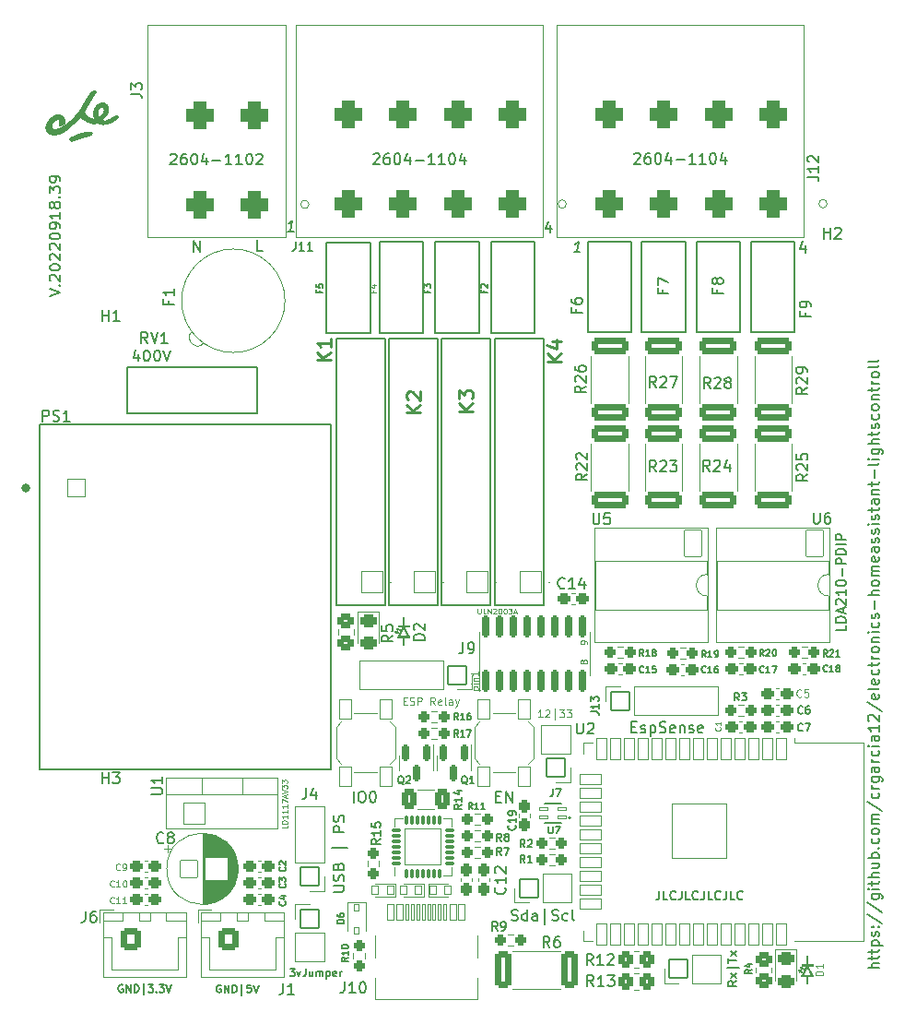
<source format=gto>
G04 #@! TF.GenerationSoftware,KiCad,Pcbnew,(6.0.5)*
G04 #@! TF.CreationDate,2022-09-18T19:28:19+02:00*
G04 #@! TF.ProjectId,hamodule,68616d6f-6475-46c6-952e-6b696361645f,rev?*
G04 #@! TF.SameCoordinates,Original*
G04 #@! TF.FileFunction,Legend,Top*
G04 #@! TF.FilePolarity,Positive*
%FSLAX46Y46*%
G04 Gerber Fmt 4.6, Leading zero omitted, Abs format (unit mm)*
G04 Created by KiCad (PCBNEW (6.0.5)) date 2022-09-18 19:28:19*
%MOMM*%
%LPD*%
G01*
G04 APERTURE LIST*
G04 Aperture macros list*
%AMRoundRect*
0 Rectangle with rounded corners*
0 $1 Rounding radius*
0 $2 $3 $4 $5 $6 $7 $8 $9 X,Y pos of 4 corners*
0 Add a 4 corners polygon primitive as box body*
4,1,4,$2,$3,$4,$5,$6,$7,$8,$9,$2,$3,0*
0 Add four circle primitives for the rounded corners*
1,1,$1+$1,$2,$3*
1,1,$1+$1,$4,$5*
1,1,$1+$1,$6,$7*
1,1,$1+$1,$8,$9*
0 Add four rect primitives between the rounded corners*
20,1,$1+$1,$2,$3,$4,$5,0*
20,1,$1+$1,$4,$5,$6,$7,0*
20,1,$1+$1,$6,$7,$8,$9,0*
20,1,$1+$1,$8,$9,$2,$3,0*%
G04 Aperture macros list end*
%ADD10C,0.150000*%
%ADD11C,0.125000*%
%ADD12C,0.200000*%
%ADD13C,0.100000*%
%ADD14C,0.254000*%
%ADD15C,0.120000*%
%ADD16C,0.010000*%
%ADD17C,0.127000*%
%ADD18C,0.400000*%
%ADD19C,0.160000*%
%ADD20RoundRect,0.050000X-0.850000X-0.850000X0.850000X-0.850000X0.850000X0.850000X-0.850000X0.850000X0*%
%ADD21O,1.800000X1.800000*%
%ADD22RoundRect,0.299999X-1.425001X0.450001X-1.425001X-0.450001X1.425001X-0.450001X1.425001X0.450001X0*%
%ADD23C,1.900000*%
%ADD24RoundRect,0.300000X-0.450000X0.325000X-0.450000X-0.325000X0.450000X-0.325000X0.450000X0.325000X0*%
%ADD25RoundRect,0.300000X-0.450000X0.350000X-0.450000X-0.350000X0.450000X-0.350000X0.450000X0.350000X0*%
%ADD26RoundRect,0.300000X-0.600000X-0.750000X0.600000X-0.750000X0.600000X0.750000X-0.600000X0.750000X0*%
%ADD27O,1.800000X2.100000*%
%ADD28RoundRect,0.287500X0.300000X0.237500X-0.300000X0.237500X-0.300000X-0.237500X0.300000X-0.237500X0*%
%ADD29RoundRect,0.287500X-0.300000X-0.237500X0.300000X-0.237500X0.300000X0.237500X-0.300000X0.237500X0*%
%ADD30RoundRect,0.050000X-0.825000X-0.825000X0.825000X-0.825000X0.825000X0.825000X-0.825000X0.825000X0*%
%ADD31C,1.750000*%
%ADD32RoundRect,0.050000X-0.952500X-1.000000X0.952500X-1.000000X0.952500X1.000000X-0.952500X1.000000X0*%
%ADD33O,2.005000X2.100000*%
%ADD34RoundRect,0.675000X0.625000X0.625000X-0.625000X0.625000X-0.625000X-0.625000X0.625000X-0.625000X0*%
%ADD35C,2.100000*%
%ADD36C,5.600000*%
%ADD37RoundRect,0.200000X0.150000X-0.825000X0.150000X0.825000X-0.150000X0.825000X-0.150000X-0.825000X0*%
%ADD38RoundRect,0.050000X-0.800000X1.200000X-0.800000X-1.200000X0.800000X-1.200000X0.800000X1.200000X0*%
%ADD39O,1.700000X2.500000*%
%ADD40RoundRect,0.287500X-0.250000X-0.237500X0.250000X-0.237500X0.250000X0.237500X-0.250000X0.237500X0*%
%ADD41RoundRect,0.200000X-0.150000X0.587500X-0.150000X-0.587500X0.150000X-0.587500X0.150000X0.587500X0*%
%ADD42RoundRect,0.287500X0.250000X0.237500X-0.250000X0.237500X-0.250000X-0.237500X0.250000X-0.237500X0*%
%ADD43RoundRect,0.050000X-0.300000X-0.350000X0.300000X-0.350000X0.300000X0.350000X-0.300000X0.350000X0*%
%ADD44RoundRect,0.050000X0.550000X-0.900000X0.550000X0.900000X-0.550000X0.900000X-0.550000X-0.900000X0*%
%ADD45RoundRect,0.050000X-0.550000X0.900000X-0.550000X-0.900000X0.550000X-0.900000X0.550000X0.900000X0*%
%ADD46RoundRect,0.287500X-0.237500X0.300000X-0.237500X-0.300000X0.237500X-0.300000X0.237500X0.300000X0*%
%ADD47RoundRect,0.287500X-0.237500X0.250000X-0.237500X-0.250000X0.237500X-0.250000X0.237500X0.250000X0*%
%ADD48RoundRect,0.050000X-0.225000X0.300000X-0.225000X-0.300000X0.225000X-0.300000X0.225000X0.300000X0*%
%ADD49RoundRect,0.050000X0.300000X0.350000X-0.300000X0.350000X-0.300000X-0.350000X0.300000X-0.350000X0*%
%ADD50RoundRect,0.050000X-0.450000X1.000000X-0.450000X-1.000000X0.450000X-1.000000X0.450000X1.000000X0*%
%ADD51RoundRect,0.050000X-1.000000X-0.450000X1.000000X-0.450000X1.000000X0.450000X-1.000000X0.450000X0*%
%ADD52RoundRect,0.050000X-2.500000X2.500000X-2.500000X-2.500000X2.500000X-2.500000X2.500000X2.500000X0*%
%ADD53RoundRect,0.050000X0.850000X-0.850000X0.850000X0.850000X-0.850000X0.850000X-0.850000X-0.850000X0*%
%ADD54RoundRect,0.300000X0.400000X0.625000X-0.400000X0.625000X-0.400000X-0.625000X0.400000X-0.625000X0*%
%ADD55RoundRect,0.300000X0.350000X0.450000X-0.350000X0.450000X-0.350000X-0.450000X0.350000X-0.450000X0*%
%ADD56RoundRect,0.112500X0.062500X-0.337500X0.062500X0.337500X-0.062500X0.337500X-0.062500X-0.337500X0*%
%ADD57RoundRect,0.112500X0.337500X-0.062500X0.337500X0.062500X-0.337500X0.062500X-0.337500X-0.062500X0*%
%ADD58RoundRect,0.050000X1.675000X-1.675000X1.675000X1.675000X-1.675000X1.675000X-1.675000X-1.675000X0*%
%ADD59RoundRect,0.050000X0.850000X0.850000X-0.850000X0.850000X-0.850000X-0.850000X0.850000X-0.850000X0*%
%ADD60C,0.750000*%
%ADD61RoundRect,0.050000X-0.300000X-0.725000X0.300000X-0.725000X0.300000X0.725000X-0.300000X0.725000X0*%
%ADD62RoundRect,0.050000X-0.150000X-0.725000X0.150000X-0.725000X0.150000X0.725000X-0.150000X0.725000X0*%
%ADD63O,1.100000X2.200000*%
%ADD64O,1.100000X1.700000*%
%ADD65RoundRect,0.050000X1.000000X-1.000000X1.000000X1.000000X-1.000000X1.000000X-1.000000X-1.000000X0*%
%ADD66RoundRect,0.299999X-0.450001X-1.425001X0.450001X-1.425001X0.450001X1.425001X-0.450001X1.425001X0*%
%ADD67RoundRect,0.050000X0.410000X0.152400X-0.410000X0.152400X-0.410000X-0.152400X0.410000X-0.152400X0*%
%ADD68RoundRect,0.050000X0.410000X0.154400X-0.410000X0.154400X-0.410000X-0.154400X0.410000X-0.154400X0*%
%ADD69RoundRect,0.050000X-0.800000X-0.800000X0.800000X-0.800000X0.800000X0.800000X-0.800000X0.800000X0*%
%ADD70C,1.700000*%
%ADD71RoundRect,0.300000X0.450000X-0.350000X0.450000X0.350000X-0.450000X0.350000X-0.450000X-0.350000X0*%
%ADD72RoundRect,0.050000X-0.850000X0.850000X-0.850000X-0.850000X0.850000X-0.850000X0.850000X0.850000X0*%
G04 APERTURE END LIST*
D10*
X196076976Y-82729214D02*
X196076976Y-83395880D01*
X195838880Y-82348261D02*
X195600785Y-83062547D01*
X196219833Y-83062547D01*
X175397541Y-83365880D02*
X174826113Y-83365880D01*
X175111827Y-83365880D02*
X175236827Y-82365880D01*
X175123732Y-82508738D01*
X175016589Y-82603976D01*
X174915398Y-82651595D01*
X126642880Y-87422928D02*
X127642880Y-87089595D01*
X126642880Y-86756261D01*
X127547642Y-86422928D02*
X127595261Y-86375309D01*
X127642880Y-86422928D01*
X127595261Y-86470547D01*
X127547642Y-86422928D01*
X127642880Y-86422928D01*
X126738119Y-85994357D02*
X126690500Y-85946738D01*
X126642880Y-85851500D01*
X126642880Y-85613404D01*
X126690500Y-85518166D01*
X126738119Y-85470547D01*
X126833357Y-85422928D01*
X126928595Y-85422928D01*
X127071452Y-85470547D01*
X127642880Y-86041976D01*
X127642880Y-85422928D01*
X126642880Y-84803880D02*
X126642880Y-84708642D01*
X126690500Y-84613404D01*
X126738119Y-84565785D01*
X126833357Y-84518166D01*
X127023833Y-84470547D01*
X127261928Y-84470547D01*
X127452404Y-84518166D01*
X127547642Y-84565785D01*
X127595261Y-84613404D01*
X127642880Y-84708642D01*
X127642880Y-84803880D01*
X127595261Y-84899119D01*
X127547642Y-84946738D01*
X127452404Y-84994357D01*
X127261928Y-85041976D01*
X127023833Y-85041976D01*
X126833357Y-84994357D01*
X126738119Y-84946738D01*
X126690500Y-84899119D01*
X126642880Y-84803880D01*
X126738119Y-84089595D02*
X126690500Y-84041976D01*
X126642880Y-83946738D01*
X126642880Y-83708642D01*
X126690500Y-83613404D01*
X126738119Y-83565785D01*
X126833357Y-83518166D01*
X126928595Y-83518166D01*
X127071452Y-83565785D01*
X127642880Y-84137214D01*
X127642880Y-83518166D01*
X126738119Y-83137214D02*
X126690500Y-83089595D01*
X126642880Y-82994357D01*
X126642880Y-82756261D01*
X126690500Y-82661023D01*
X126738119Y-82613404D01*
X126833357Y-82565785D01*
X126928595Y-82565785D01*
X127071452Y-82613404D01*
X127642880Y-83184833D01*
X127642880Y-82565785D01*
X126642880Y-81946738D02*
X126642880Y-81851500D01*
X126690500Y-81756261D01*
X126738119Y-81708642D01*
X126833357Y-81661023D01*
X127023833Y-81613404D01*
X127261928Y-81613404D01*
X127452404Y-81661023D01*
X127547642Y-81708642D01*
X127595261Y-81756261D01*
X127642880Y-81851500D01*
X127642880Y-81946738D01*
X127595261Y-82041976D01*
X127547642Y-82089595D01*
X127452404Y-82137214D01*
X127261928Y-82184833D01*
X127023833Y-82184833D01*
X126833357Y-82137214D01*
X126738119Y-82089595D01*
X126690500Y-82041976D01*
X126642880Y-81946738D01*
X127642880Y-81137214D02*
X127642880Y-80946738D01*
X127595261Y-80851500D01*
X127547642Y-80803880D01*
X127404785Y-80708642D01*
X127214309Y-80661023D01*
X126833357Y-80661023D01*
X126738119Y-80708642D01*
X126690500Y-80756261D01*
X126642880Y-80851500D01*
X126642880Y-81041976D01*
X126690500Y-81137214D01*
X126738119Y-81184833D01*
X126833357Y-81232452D01*
X127071452Y-81232452D01*
X127166690Y-81184833D01*
X127214309Y-81137214D01*
X127261928Y-81041976D01*
X127261928Y-80851500D01*
X127214309Y-80756261D01*
X127166690Y-80708642D01*
X127071452Y-80661023D01*
X127642880Y-79708642D02*
X127642880Y-80280071D01*
X127642880Y-79994357D02*
X126642880Y-79994357D01*
X126785738Y-80089595D01*
X126880976Y-80184833D01*
X126928595Y-80280071D01*
X127071452Y-79137214D02*
X127023833Y-79232452D01*
X126976214Y-79280071D01*
X126880976Y-79327690D01*
X126833357Y-79327690D01*
X126738119Y-79280071D01*
X126690500Y-79232452D01*
X126642880Y-79137214D01*
X126642880Y-78946738D01*
X126690500Y-78851500D01*
X126738119Y-78803880D01*
X126833357Y-78756261D01*
X126880976Y-78756261D01*
X126976214Y-78803880D01*
X127023833Y-78851500D01*
X127071452Y-78946738D01*
X127071452Y-79137214D01*
X127119071Y-79232452D01*
X127166690Y-79280071D01*
X127261928Y-79327690D01*
X127452404Y-79327690D01*
X127547642Y-79280071D01*
X127595261Y-79232452D01*
X127642880Y-79137214D01*
X127642880Y-78946738D01*
X127595261Y-78851500D01*
X127547642Y-78803880D01*
X127452404Y-78756261D01*
X127261928Y-78756261D01*
X127166690Y-78803880D01*
X127119071Y-78851500D01*
X127071452Y-78946738D01*
X127547642Y-78327690D02*
X127595261Y-78280071D01*
X127642880Y-78327690D01*
X127595261Y-78375309D01*
X127547642Y-78327690D01*
X127642880Y-78327690D01*
X126642880Y-77946738D02*
X126642880Y-77327690D01*
X127023833Y-77661023D01*
X127023833Y-77518166D01*
X127071452Y-77422928D01*
X127119071Y-77375309D01*
X127214309Y-77327690D01*
X127452404Y-77327690D01*
X127547642Y-77375309D01*
X127595261Y-77422928D01*
X127642880Y-77518166D01*
X127642880Y-77803880D01*
X127595261Y-77899119D01*
X127547642Y-77946738D01*
X127642880Y-76851500D02*
X127642880Y-76661023D01*
X127595261Y-76565785D01*
X127547642Y-76518166D01*
X127404785Y-76422928D01*
X127214309Y-76375309D01*
X126833357Y-76375309D01*
X126738119Y-76422928D01*
X126690500Y-76470547D01*
X126642880Y-76565785D01*
X126642880Y-76756261D01*
X126690500Y-76851500D01*
X126738119Y-76899119D01*
X126833357Y-76946738D01*
X127071452Y-76946738D01*
X127166690Y-76899119D01*
X127214309Y-76851500D01*
X127261928Y-76756261D01*
X127261928Y-76565785D01*
X127214309Y-76470547D01*
X127166690Y-76422928D01*
X127071452Y-76375309D01*
X139892976Y-83352380D02*
X139892976Y-82352380D01*
X140464404Y-83352380D01*
X140464404Y-82352380D01*
X146208285Y-83215880D02*
X145732095Y-83215880D01*
X145732095Y-82215880D01*
D11*
X159154333Y-124537000D02*
X159387666Y-124537000D01*
X159487666Y-124903666D02*
X159154333Y-124903666D01*
X159154333Y-124203666D01*
X159487666Y-124203666D01*
X159754333Y-124870333D02*
X159854333Y-124903666D01*
X160021000Y-124903666D01*
X160087666Y-124870333D01*
X160121000Y-124837000D01*
X160154333Y-124770333D01*
X160154333Y-124703666D01*
X160121000Y-124637000D01*
X160087666Y-124603666D01*
X160021000Y-124570333D01*
X159887666Y-124537000D01*
X159821000Y-124503666D01*
X159787666Y-124470333D01*
X159754333Y-124403666D01*
X159754333Y-124337000D01*
X159787666Y-124270333D01*
X159821000Y-124237000D01*
X159887666Y-124203666D01*
X160054333Y-124203666D01*
X160154333Y-124237000D01*
X160454333Y-124903666D02*
X160454333Y-124203666D01*
X160721000Y-124203666D01*
X160787666Y-124237000D01*
X160821000Y-124270333D01*
X160854333Y-124337000D01*
X160854333Y-124437000D01*
X160821000Y-124503666D01*
X160787666Y-124537000D01*
X160721000Y-124570333D01*
X160454333Y-124570333D01*
X162087666Y-124903666D02*
X161854333Y-124570333D01*
X161687666Y-124903666D02*
X161687666Y-124203666D01*
X161954333Y-124203666D01*
X162021000Y-124237000D01*
X162054333Y-124270333D01*
X162087666Y-124337000D01*
X162087666Y-124437000D01*
X162054333Y-124503666D01*
X162021000Y-124537000D01*
X161954333Y-124570333D01*
X161687666Y-124570333D01*
X162654333Y-124870333D02*
X162587666Y-124903666D01*
X162454333Y-124903666D01*
X162387666Y-124870333D01*
X162354333Y-124803666D01*
X162354333Y-124537000D01*
X162387666Y-124470333D01*
X162454333Y-124437000D01*
X162587666Y-124437000D01*
X162654333Y-124470333D01*
X162687666Y-124537000D01*
X162687666Y-124603666D01*
X162354333Y-124670333D01*
X163087666Y-124903666D02*
X163021000Y-124870333D01*
X162987666Y-124803666D01*
X162987666Y-124203666D01*
X163654333Y-124903666D02*
X163654333Y-124537000D01*
X163621000Y-124470333D01*
X163554333Y-124437000D01*
X163421000Y-124437000D01*
X163354333Y-124470333D01*
X163654333Y-124870333D02*
X163587666Y-124903666D01*
X163421000Y-124903666D01*
X163354333Y-124870333D01*
X163321000Y-124803666D01*
X163321000Y-124737000D01*
X163354333Y-124670333D01*
X163421000Y-124637000D01*
X163587666Y-124637000D01*
X163654333Y-124603666D01*
X163921000Y-124437000D02*
X164087666Y-124903666D01*
X164254333Y-124437000D02*
X164087666Y-124903666D01*
X164021000Y-125070333D01*
X163987666Y-125103666D01*
X163921000Y-125137000D01*
D10*
X172690476Y-80885714D02*
X172690476Y-81552380D01*
X172452380Y-80504761D02*
X172214285Y-81219047D01*
X172833333Y-81219047D01*
X149091041Y-81452380D02*
X148519613Y-81452380D01*
X148805327Y-81452380D02*
X148930327Y-80452380D01*
X148817232Y-80595238D01*
X148710089Y-80690476D01*
X148608898Y-80738095D01*
D12*
X182677261Y-141992404D02*
X182677261Y-142563833D01*
X182639166Y-142678119D01*
X182562976Y-142754309D01*
X182448690Y-142792404D01*
X182372500Y-142792404D01*
X183439166Y-142792404D02*
X183058214Y-142792404D01*
X183058214Y-141992404D01*
X184162976Y-142716214D02*
X184124880Y-142754309D01*
X184010595Y-142792404D01*
X183934404Y-142792404D01*
X183820119Y-142754309D01*
X183743928Y-142678119D01*
X183705833Y-142601928D01*
X183667738Y-142449547D01*
X183667738Y-142335261D01*
X183705833Y-142182880D01*
X183743928Y-142106690D01*
X183820119Y-142030500D01*
X183934404Y-141992404D01*
X184010595Y-141992404D01*
X184124880Y-142030500D01*
X184162976Y-142068595D01*
X184734404Y-141992404D02*
X184734404Y-142563833D01*
X184696309Y-142678119D01*
X184620119Y-142754309D01*
X184505833Y-142792404D01*
X184429642Y-142792404D01*
X185496309Y-142792404D02*
X185115357Y-142792404D01*
X185115357Y-141992404D01*
X186220119Y-142716214D02*
X186182023Y-142754309D01*
X186067738Y-142792404D01*
X185991547Y-142792404D01*
X185877261Y-142754309D01*
X185801071Y-142678119D01*
X185762976Y-142601928D01*
X185724880Y-142449547D01*
X185724880Y-142335261D01*
X185762976Y-142182880D01*
X185801071Y-142106690D01*
X185877261Y-142030500D01*
X185991547Y-141992404D01*
X186067738Y-141992404D01*
X186182023Y-142030500D01*
X186220119Y-142068595D01*
X186791547Y-141992404D02*
X186791547Y-142563833D01*
X186753452Y-142678119D01*
X186677261Y-142754309D01*
X186562976Y-142792404D01*
X186486785Y-142792404D01*
X187553452Y-142792404D02*
X187172500Y-142792404D01*
X187172500Y-141992404D01*
X188277261Y-142716214D02*
X188239166Y-142754309D01*
X188124880Y-142792404D01*
X188048690Y-142792404D01*
X187934404Y-142754309D01*
X187858214Y-142678119D01*
X187820119Y-142601928D01*
X187782023Y-142449547D01*
X187782023Y-142335261D01*
X187820119Y-142182880D01*
X187858214Y-142106690D01*
X187934404Y-142030500D01*
X188048690Y-141992404D01*
X188124880Y-141992404D01*
X188239166Y-142030500D01*
X188277261Y-142068595D01*
X188848690Y-141992404D02*
X188848690Y-142563833D01*
X188810595Y-142678119D01*
X188734404Y-142754309D01*
X188620119Y-142792404D01*
X188543928Y-142792404D01*
X189610595Y-142792404D02*
X189229642Y-142792404D01*
X189229642Y-141992404D01*
X190334404Y-142716214D02*
X190296309Y-142754309D01*
X190182023Y-142792404D01*
X190105833Y-142792404D01*
X189991547Y-142754309D01*
X189915357Y-142678119D01*
X189877261Y-142601928D01*
X189839166Y-142449547D01*
X189839166Y-142335261D01*
X189877261Y-142182880D01*
X189915357Y-142106690D01*
X189991547Y-142030500D01*
X190105833Y-141992404D01*
X190182023Y-141992404D01*
X190296309Y-142030500D01*
X190334404Y-142068595D01*
D10*
X202852380Y-149057142D02*
X201852380Y-149057142D01*
X202852380Y-148628571D02*
X202328571Y-148628571D01*
X202233333Y-148676190D01*
X202185714Y-148771428D01*
X202185714Y-148914285D01*
X202233333Y-149009523D01*
X202280952Y-149057142D01*
X202185714Y-148295238D02*
X202185714Y-147914285D01*
X201852380Y-148152380D02*
X202709523Y-148152380D01*
X202804761Y-148104761D01*
X202852380Y-148009523D01*
X202852380Y-147914285D01*
X202185714Y-147723809D02*
X202185714Y-147342857D01*
X201852380Y-147580952D02*
X202709523Y-147580952D01*
X202804761Y-147533333D01*
X202852380Y-147438095D01*
X202852380Y-147342857D01*
X202185714Y-147009523D02*
X203185714Y-147009523D01*
X202233333Y-147009523D02*
X202185714Y-146914285D01*
X202185714Y-146723809D01*
X202233333Y-146628571D01*
X202280952Y-146580952D01*
X202376190Y-146533333D01*
X202661904Y-146533333D01*
X202757142Y-146580952D01*
X202804761Y-146628571D01*
X202852380Y-146723809D01*
X202852380Y-146914285D01*
X202804761Y-147009523D01*
X202804761Y-146152380D02*
X202852380Y-146057142D01*
X202852380Y-145866666D01*
X202804761Y-145771428D01*
X202709523Y-145723809D01*
X202661904Y-145723809D01*
X202566666Y-145771428D01*
X202519047Y-145866666D01*
X202519047Y-146009523D01*
X202471428Y-146104761D01*
X202376190Y-146152380D01*
X202328571Y-146152380D01*
X202233333Y-146104761D01*
X202185714Y-146009523D01*
X202185714Y-145866666D01*
X202233333Y-145771428D01*
X202757142Y-145295238D02*
X202804761Y-145247619D01*
X202852380Y-145295238D01*
X202804761Y-145342857D01*
X202757142Y-145295238D01*
X202852380Y-145295238D01*
X202233333Y-145295238D02*
X202280952Y-145247619D01*
X202328571Y-145295238D01*
X202280952Y-145342857D01*
X202233333Y-145295238D01*
X202328571Y-145295238D01*
X201804761Y-144104761D02*
X203090476Y-144961904D01*
X201804761Y-143057142D02*
X203090476Y-143914285D01*
X202185714Y-142295238D02*
X202995238Y-142295238D01*
X203090476Y-142342857D01*
X203138095Y-142390476D01*
X203185714Y-142485714D01*
X203185714Y-142628571D01*
X203138095Y-142723809D01*
X202804761Y-142295238D02*
X202852380Y-142390476D01*
X202852380Y-142580952D01*
X202804761Y-142676190D01*
X202757142Y-142723809D01*
X202661904Y-142771428D01*
X202376190Y-142771428D01*
X202280952Y-142723809D01*
X202233333Y-142676190D01*
X202185714Y-142580952D01*
X202185714Y-142390476D01*
X202233333Y-142295238D01*
X202852380Y-141819047D02*
X202185714Y-141819047D01*
X201852380Y-141819047D02*
X201900000Y-141866666D01*
X201947619Y-141819047D01*
X201900000Y-141771428D01*
X201852380Y-141819047D01*
X201947619Y-141819047D01*
X202185714Y-141485714D02*
X202185714Y-141104761D01*
X201852380Y-141342857D02*
X202709523Y-141342857D01*
X202804761Y-141295238D01*
X202852380Y-141200000D01*
X202852380Y-141104761D01*
X202852380Y-140771428D02*
X201852380Y-140771428D01*
X202852380Y-140342857D02*
X202328571Y-140342857D01*
X202233333Y-140390476D01*
X202185714Y-140485714D01*
X202185714Y-140628571D01*
X202233333Y-140723809D01*
X202280952Y-140771428D01*
X202185714Y-139438095D02*
X202852380Y-139438095D01*
X202185714Y-139866666D02*
X202709523Y-139866666D01*
X202804761Y-139819047D01*
X202852380Y-139723809D01*
X202852380Y-139580952D01*
X202804761Y-139485714D01*
X202757142Y-139438095D01*
X202852380Y-138961904D02*
X201852380Y-138961904D01*
X202233333Y-138961904D02*
X202185714Y-138866666D01*
X202185714Y-138676190D01*
X202233333Y-138580952D01*
X202280952Y-138533333D01*
X202376190Y-138485714D01*
X202661904Y-138485714D01*
X202757142Y-138533333D01*
X202804761Y-138580952D01*
X202852380Y-138676190D01*
X202852380Y-138866666D01*
X202804761Y-138961904D01*
X202757142Y-138057142D02*
X202804761Y-138009523D01*
X202852380Y-138057142D01*
X202804761Y-138104761D01*
X202757142Y-138057142D01*
X202852380Y-138057142D01*
X202804761Y-137152380D02*
X202852380Y-137247619D01*
X202852380Y-137438095D01*
X202804761Y-137533333D01*
X202757142Y-137580952D01*
X202661904Y-137628571D01*
X202376190Y-137628571D01*
X202280952Y-137580952D01*
X202233333Y-137533333D01*
X202185714Y-137438095D01*
X202185714Y-137247619D01*
X202233333Y-137152380D01*
X202852380Y-136580952D02*
X202804761Y-136676190D01*
X202757142Y-136723809D01*
X202661904Y-136771428D01*
X202376190Y-136771428D01*
X202280952Y-136723809D01*
X202233333Y-136676190D01*
X202185714Y-136580952D01*
X202185714Y-136438095D01*
X202233333Y-136342857D01*
X202280952Y-136295238D01*
X202376190Y-136247619D01*
X202661904Y-136247619D01*
X202757142Y-136295238D01*
X202804761Y-136342857D01*
X202852380Y-136438095D01*
X202852380Y-136580952D01*
X202852380Y-135819047D02*
X202185714Y-135819047D01*
X202280952Y-135819047D02*
X202233333Y-135771428D01*
X202185714Y-135676190D01*
X202185714Y-135533333D01*
X202233333Y-135438095D01*
X202328571Y-135390476D01*
X202852380Y-135390476D01*
X202328571Y-135390476D02*
X202233333Y-135342857D01*
X202185714Y-135247619D01*
X202185714Y-135104761D01*
X202233333Y-135009523D01*
X202328571Y-134961904D01*
X202852380Y-134961904D01*
X201804761Y-133771428D02*
X203090476Y-134628571D01*
X202804761Y-133009523D02*
X202852380Y-133104761D01*
X202852380Y-133295238D01*
X202804761Y-133390476D01*
X202757142Y-133438095D01*
X202661904Y-133485714D01*
X202376190Y-133485714D01*
X202280952Y-133438095D01*
X202233333Y-133390476D01*
X202185714Y-133295238D01*
X202185714Y-133104761D01*
X202233333Y-133009523D01*
X202852380Y-132580952D02*
X202185714Y-132580952D01*
X202376190Y-132580952D02*
X202280952Y-132533333D01*
X202233333Y-132485714D01*
X202185714Y-132390476D01*
X202185714Y-132295238D01*
X202185714Y-131533333D02*
X202995238Y-131533333D01*
X203090476Y-131580952D01*
X203138095Y-131628571D01*
X203185714Y-131723809D01*
X203185714Y-131866666D01*
X203138095Y-131961904D01*
X202804761Y-131533333D02*
X202852380Y-131628571D01*
X202852380Y-131819047D01*
X202804761Y-131914285D01*
X202757142Y-131961904D01*
X202661904Y-132009523D01*
X202376190Y-132009523D01*
X202280952Y-131961904D01*
X202233333Y-131914285D01*
X202185714Y-131819047D01*
X202185714Y-131628571D01*
X202233333Y-131533333D01*
X202852380Y-130628571D02*
X202328571Y-130628571D01*
X202233333Y-130676190D01*
X202185714Y-130771428D01*
X202185714Y-130961904D01*
X202233333Y-131057142D01*
X202804761Y-130628571D02*
X202852380Y-130723809D01*
X202852380Y-130961904D01*
X202804761Y-131057142D01*
X202709523Y-131104761D01*
X202614285Y-131104761D01*
X202519047Y-131057142D01*
X202471428Y-130961904D01*
X202471428Y-130723809D01*
X202423809Y-130628571D01*
X202852380Y-130152380D02*
X202185714Y-130152380D01*
X202376190Y-130152380D02*
X202280952Y-130104761D01*
X202233333Y-130057142D01*
X202185714Y-129961904D01*
X202185714Y-129866666D01*
X202804761Y-129104761D02*
X202852380Y-129200000D01*
X202852380Y-129390476D01*
X202804761Y-129485714D01*
X202757142Y-129533333D01*
X202661904Y-129580952D01*
X202376190Y-129580952D01*
X202280952Y-129533333D01*
X202233333Y-129485714D01*
X202185714Y-129390476D01*
X202185714Y-129200000D01*
X202233333Y-129104761D01*
X202852380Y-128676190D02*
X202185714Y-128676190D01*
X201852380Y-128676190D02*
X201900000Y-128723809D01*
X201947619Y-128676190D01*
X201900000Y-128628571D01*
X201852380Y-128676190D01*
X201947619Y-128676190D01*
X202852380Y-127771428D02*
X202328571Y-127771428D01*
X202233333Y-127819047D01*
X202185714Y-127914285D01*
X202185714Y-128104761D01*
X202233333Y-128200000D01*
X202804761Y-127771428D02*
X202852380Y-127866666D01*
X202852380Y-128104761D01*
X202804761Y-128200000D01*
X202709523Y-128247619D01*
X202614285Y-128247619D01*
X202519047Y-128200000D01*
X202471428Y-128104761D01*
X202471428Y-127866666D01*
X202423809Y-127771428D01*
X202852380Y-126771428D02*
X202852380Y-127342857D01*
X202852380Y-127057142D02*
X201852380Y-127057142D01*
X201995238Y-127152380D01*
X202090476Y-127247619D01*
X202138095Y-127342857D01*
X201947619Y-126390476D02*
X201900000Y-126342857D01*
X201852380Y-126247619D01*
X201852380Y-126009523D01*
X201900000Y-125914285D01*
X201947619Y-125866666D01*
X202042857Y-125819047D01*
X202138095Y-125819047D01*
X202280952Y-125866666D01*
X202852380Y-126438095D01*
X202852380Y-125819047D01*
X201804761Y-124676190D02*
X203090476Y-125533333D01*
X202804761Y-123961904D02*
X202852380Y-124057142D01*
X202852380Y-124247619D01*
X202804761Y-124342857D01*
X202709523Y-124390476D01*
X202328571Y-124390476D01*
X202233333Y-124342857D01*
X202185714Y-124247619D01*
X202185714Y-124057142D01*
X202233333Y-123961904D01*
X202328571Y-123914285D01*
X202423809Y-123914285D01*
X202519047Y-124390476D01*
X202852380Y-123342857D02*
X202804761Y-123438095D01*
X202709523Y-123485714D01*
X201852380Y-123485714D01*
X202804761Y-122580952D02*
X202852380Y-122676190D01*
X202852380Y-122866666D01*
X202804761Y-122961904D01*
X202709523Y-123009523D01*
X202328571Y-123009523D01*
X202233333Y-122961904D01*
X202185714Y-122866666D01*
X202185714Y-122676190D01*
X202233333Y-122580952D01*
X202328571Y-122533333D01*
X202423809Y-122533333D01*
X202519047Y-123009523D01*
X202804761Y-121676190D02*
X202852380Y-121771428D01*
X202852380Y-121961904D01*
X202804761Y-122057142D01*
X202757142Y-122104761D01*
X202661904Y-122152380D01*
X202376190Y-122152380D01*
X202280952Y-122104761D01*
X202233333Y-122057142D01*
X202185714Y-121961904D01*
X202185714Y-121771428D01*
X202233333Y-121676190D01*
X202185714Y-121390476D02*
X202185714Y-121009523D01*
X201852380Y-121247619D02*
X202709523Y-121247619D01*
X202804761Y-121200000D01*
X202852380Y-121104761D01*
X202852380Y-121009523D01*
X202852380Y-120676190D02*
X202185714Y-120676190D01*
X202376190Y-120676190D02*
X202280952Y-120628571D01*
X202233333Y-120580952D01*
X202185714Y-120485714D01*
X202185714Y-120390476D01*
X202852380Y-119914285D02*
X202804761Y-120009523D01*
X202757142Y-120057142D01*
X202661904Y-120104761D01*
X202376190Y-120104761D01*
X202280952Y-120057142D01*
X202233333Y-120009523D01*
X202185714Y-119914285D01*
X202185714Y-119771428D01*
X202233333Y-119676190D01*
X202280952Y-119628571D01*
X202376190Y-119580952D01*
X202661904Y-119580952D01*
X202757142Y-119628571D01*
X202804761Y-119676190D01*
X202852380Y-119771428D01*
X202852380Y-119914285D01*
X202185714Y-119152380D02*
X202852380Y-119152380D01*
X202280952Y-119152380D02*
X202233333Y-119104761D01*
X202185714Y-119009523D01*
X202185714Y-118866666D01*
X202233333Y-118771428D01*
X202328571Y-118723809D01*
X202852380Y-118723809D01*
X202852380Y-118247619D02*
X202185714Y-118247619D01*
X201852380Y-118247619D02*
X201900000Y-118295238D01*
X201947619Y-118247619D01*
X201900000Y-118200000D01*
X201852380Y-118247619D01*
X201947619Y-118247619D01*
X202804761Y-117342857D02*
X202852380Y-117438095D01*
X202852380Y-117628571D01*
X202804761Y-117723809D01*
X202757142Y-117771428D01*
X202661904Y-117819047D01*
X202376190Y-117819047D01*
X202280952Y-117771428D01*
X202233333Y-117723809D01*
X202185714Y-117628571D01*
X202185714Y-117438095D01*
X202233333Y-117342857D01*
X202804761Y-116961904D02*
X202852380Y-116866666D01*
X202852380Y-116676190D01*
X202804761Y-116580952D01*
X202709523Y-116533333D01*
X202661904Y-116533333D01*
X202566666Y-116580952D01*
X202519047Y-116676190D01*
X202519047Y-116819047D01*
X202471428Y-116914285D01*
X202376190Y-116961904D01*
X202328571Y-116961904D01*
X202233333Y-116914285D01*
X202185714Y-116819047D01*
X202185714Y-116676190D01*
X202233333Y-116580952D01*
X202471428Y-116104761D02*
X202471428Y-115342857D01*
X202852380Y-114866666D02*
X201852380Y-114866666D01*
X202852380Y-114438095D02*
X202328571Y-114438095D01*
X202233333Y-114485714D01*
X202185714Y-114580952D01*
X202185714Y-114723809D01*
X202233333Y-114819047D01*
X202280952Y-114866666D01*
X202852380Y-113819047D02*
X202804761Y-113914285D01*
X202757142Y-113961904D01*
X202661904Y-114009523D01*
X202376190Y-114009523D01*
X202280952Y-113961904D01*
X202233333Y-113914285D01*
X202185714Y-113819047D01*
X202185714Y-113676190D01*
X202233333Y-113580952D01*
X202280952Y-113533333D01*
X202376190Y-113485714D01*
X202661904Y-113485714D01*
X202757142Y-113533333D01*
X202804761Y-113580952D01*
X202852380Y-113676190D01*
X202852380Y-113819047D01*
X202852380Y-113057142D02*
X202185714Y-113057142D01*
X202280952Y-113057142D02*
X202233333Y-113009523D01*
X202185714Y-112914285D01*
X202185714Y-112771428D01*
X202233333Y-112676190D01*
X202328571Y-112628571D01*
X202852380Y-112628571D01*
X202328571Y-112628571D02*
X202233333Y-112580952D01*
X202185714Y-112485714D01*
X202185714Y-112342857D01*
X202233333Y-112247619D01*
X202328571Y-112200000D01*
X202852380Y-112200000D01*
X202804761Y-111342857D02*
X202852380Y-111438095D01*
X202852380Y-111628571D01*
X202804761Y-111723809D01*
X202709523Y-111771428D01*
X202328571Y-111771428D01*
X202233333Y-111723809D01*
X202185714Y-111628571D01*
X202185714Y-111438095D01*
X202233333Y-111342857D01*
X202328571Y-111295238D01*
X202423809Y-111295238D01*
X202519047Y-111771428D01*
X202852380Y-110438095D02*
X202328571Y-110438095D01*
X202233333Y-110485714D01*
X202185714Y-110580952D01*
X202185714Y-110771428D01*
X202233333Y-110866666D01*
X202804761Y-110438095D02*
X202852380Y-110533333D01*
X202852380Y-110771428D01*
X202804761Y-110866666D01*
X202709523Y-110914285D01*
X202614285Y-110914285D01*
X202519047Y-110866666D01*
X202471428Y-110771428D01*
X202471428Y-110533333D01*
X202423809Y-110438095D01*
X202804761Y-110009523D02*
X202852380Y-109914285D01*
X202852380Y-109723809D01*
X202804761Y-109628571D01*
X202709523Y-109580952D01*
X202661904Y-109580952D01*
X202566666Y-109628571D01*
X202519047Y-109723809D01*
X202519047Y-109866666D01*
X202471428Y-109961904D01*
X202376190Y-110009523D01*
X202328571Y-110009523D01*
X202233333Y-109961904D01*
X202185714Y-109866666D01*
X202185714Y-109723809D01*
X202233333Y-109628571D01*
X202804761Y-109200000D02*
X202852380Y-109104761D01*
X202852380Y-108914285D01*
X202804761Y-108819047D01*
X202709523Y-108771428D01*
X202661904Y-108771428D01*
X202566666Y-108819047D01*
X202519047Y-108914285D01*
X202519047Y-109057142D01*
X202471428Y-109152380D01*
X202376190Y-109200000D01*
X202328571Y-109200000D01*
X202233333Y-109152380D01*
X202185714Y-109057142D01*
X202185714Y-108914285D01*
X202233333Y-108819047D01*
X202852380Y-108342857D02*
X202185714Y-108342857D01*
X201852380Y-108342857D02*
X201900000Y-108390476D01*
X201947619Y-108342857D01*
X201900000Y-108295238D01*
X201852380Y-108342857D01*
X201947619Y-108342857D01*
X202804761Y-107914285D02*
X202852380Y-107819047D01*
X202852380Y-107628571D01*
X202804761Y-107533333D01*
X202709523Y-107485714D01*
X202661904Y-107485714D01*
X202566666Y-107533333D01*
X202519047Y-107628571D01*
X202519047Y-107771428D01*
X202471428Y-107866666D01*
X202376190Y-107914285D01*
X202328571Y-107914285D01*
X202233333Y-107866666D01*
X202185714Y-107771428D01*
X202185714Y-107628571D01*
X202233333Y-107533333D01*
X202185714Y-107200000D02*
X202185714Y-106819047D01*
X201852380Y-107057142D02*
X202709523Y-107057142D01*
X202804761Y-107009523D01*
X202852380Y-106914285D01*
X202852380Y-106819047D01*
X202852380Y-106057142D02*
X202328571Y-106057142D01*
X202233333Y-106104761D01*
X202185714Y-106200000D01*
X202185714Y-106390476D01*
X202233333Y-106485714D01*
X202804761Y-106057142D02*
X202852380Y-106152380D01*
X202852380Y-106390476D01*
X202804761Y-106485714D01*
X202709523Y-106533333D01*
X202614285Y-106533333D01*
X202519047Y-106485714D01*
X202471428Y-106390476D01*
X202471428Y-106152380D01*
X202423809Y-106057142D01*
X202185714Y-105580952D02*
X202852380Y-105580952D01*
X202280952Y-105580952D02*
X202233333Y-105533333D01*
X202185714Y-105438095D01*
X202185714Y-105295238D01*
X202233333Y-105200000D01*
X202328571Y-105152380D01*
X202852380Y-105152380D01*
X202185714Y-104819047D02*
X202185714Y-104438095D01*
X201852380Y-104676190D02*
X202709523Y-104676190D01*
X202804761Y-104628571D01*
X202852380Y-104533333D01*
X202852380Y-104438095D01*
X202471428Y-104104761D02*
X202471428Y-103342857D01*
X202852380Y-102723809D02*
X202804761Y-102819047D01*
X202709523Y-102866666D01*
X201852380Y-102866666D01*
X202852380Y-102342857D02*
X202185714Y-102342857D01*
X201852380Y-102342857D02*
X201900000Y-102390476D01*
X201947619Y-102342857D01*
X201900000Y-102295238D01*
X201852380Y-102342857D01*
X201947619Y-102342857D01*
X202185714Y-101438095D02*
X202995238Y-101438095D01*
X203090476Y-101485714D01*
X203138095Y-101533333D01*
X203185714Y-101628571D01*
X203185714Y-101771428D01*
X203138095Y-101866666D01*
X202804761Y-101438095D02*
X202852380Y-101533333D01*
X202852380Y-101723809D01*
X202804761Y-101819047D01*
X202757142Y-101866666D01*
X202661904Y-101914285D01*
X202376190Y-101914285D01*
X202280952Y-101866666D01*
X202233333Y-101819047D01*
X202185714Y-101723809D01*
X202185714Y-101533333D01*
X202233333Y-101438095D01*
X202852380Y-100961904D02*
X201852380Y-100961904D01*
X202852380Y-100533333D02*
X202328571Y-100533333D01*
X202233333Y-100580952D01*
X202185714Y-100676190D01*
X202185714Y-100819047D01*
X202233333Y-100914285D01*
X202280952Y-100961904D01*
X202185714Y-100200000D02*
X202185714Y-99819047D01*
X201852380Y-100057142D02*
X202709523Y-100057142D01*
X202804761Y-100009523D01*
X202852380Y-99914285D01*
X202852380Y-99819047D01*
X202804761Y-99533333D02*
X202852380Y-99438095D01*
X202852380Y-99247619D01*
X202804761Y-99152380D01*
X202709523Y-99104761D01*
X202661904Y-99104761D01*
X202566666Y-99152380D01*
X202519047Y-99247619D01*
X202519047Y-99390476D01*
X202471428Y-99485714D01*
X202376190Y-99533333D01*
X202328571Y-99533333D01*
X202233333Y-99485714D01*
X202185714Y-99390476D01*
X202185714Y-99247619D01*
X202233333Y-99152380D01*
X202804761Y-98247619D02*
X202852380Y-98342857D01*
X202852380Y-98533333D01*
X202804761Y-98628571D01*
X202757142Y-98676190D01*
X202661904Y-98723809D01*
X202376190Y-98723809D01*
X202280952Y-98676190D01*
X202233333Y-98628571D01*
X202185714Y-98533333D01*
X202185714Y-98342857D01*
X202233333Y-98247619D01*
X202852380Y-97676190D02*
X202804761Y-97771428D01*
X202757142Y-97819047D01*
X202661904Y-97866666D01*
X202376190Y-97866666D01*
X202280952Y-97819047D01*
X202233333Y-97771428D01*
X202185714Y-97676190D01*
X202185714Y-97533333D01*
X202233333Y-97438095D01*
X202280952Y-97390476D01*
X202376190Y-97342857D01*
X202661904Y-97342857D01*
X202757142Y-97390476D01*
X202804761Y-97438095D01*
X202852380Y-97533333D01*
X202852380Y-97676190D01*
X202185714Y-96914285D02*
X202852380Y-96914285D01*
X202280952Y-96914285D02*
X202233333Y-96866666D01*
X202185714Y-96771428D01*
X202185714Y-96628571D01*
X202233333Y-96533333D01*
X202328571Y-96485714D01*
X202852380Y-96485714D01*
X202185714Y-96152380D02*
X202185714Y-95771428D01*
X201852380Y-96009523D02*
X202709523Y-96009523D01*
X202804761Y-95961904D01*
X202852380Y-95866666D01*
X202852380Y-95771428D01*
X202852380Y-95438095D02*
X202185714Y-95438095D01*
X202376190Y-95438095D02*
X202280952Y-95390476D01*
X202233333Y-95342857D01*
X202185714Y-95247619D01*
X202185714Y-95152380D01*
X202852380Y-94676190D02*
X202804761Y-94771428D01*
X202757142Y-94819047D01*
X202661904Y-94866666D01*
X202376190Y-94866666D01*
X202280952Y-94819047D01*
X202233333Y-94771428D01*
X202185714Y-94676190D01*
X202185714Y-94533333D01*
X202233333Y-94438095D01*
X202280952Y-94390476D01*
X202376190Y-94342857D01*
X202661904Y-94342857D01*
X202757142Y-94390476D01*
X202804761Y-94438095D01*
X202852380Y-94533333D01*
X202852380Y-94676190D01*
X202852380Y-93771428D02*
X202804761Y-93866666D01*
X202709523Y-93914285D01*
X201852380Y-93914285D01*
X202852380Y-93247619D02*
X202804761Y-93342857D01*
X202709523Y-93390476D01*
X201852380Y-93390476D01*
X148734000Y-149121066D02*
X149167333Y-149121066D01*
X148934000Y-149387733D01*
X149034000Y-149387733D01*
X149100666Y-149421066D01*
X149134000Y-149454400D01*
X149167333Y-149521066D01*
X149167333Y-149687733D01*
X149134000Y-149754400D01*
X149100666Y-149787733D01*
X149034000Y-149821066D01*
X148834000Y-149821066D01*
X148767333Y-149787733D01*
X148734000Y-149754400D01*
X149400666Y-149354400D02*
X149567333Y-149821066D01*
X149734000Y-149354400D01*
X150200666Y-149121066D02*
X150200666Y-149621066D01*
X150167333Y-149721066D01*
X150100666Y-149787733D01*
X150000666Y-149821066D01*
X149934000Y-149821066D01*
X150834000Y-149354400D02*
X150834000Y-149821066D01*
X150534000Y-149354400D02*
X150534000Y-149721066D01*
X150567333Y-149787733D01*
X150634000Y-149821066D01*
X150734000Y-149821066D01*
X150800666Y-149787733D01*
X150834000Y-149754400D01*
X151167333Y-149821066D02*
X151167333Y-149354400D01*
X151167333Y-149421066D02*
X151200666Y-149387733D01*
X151267333Y-149354400D01*
X151367333Y-149354400D01*
X151434000Y-149387733D01*
X151467333Y-149454400D01*
X151467333Y-149821066D01*
X151467333Y-149454400D02*
X151500666Y-149387733D01*
X151567333Y-149354400D01*
X151667333Y-149354400D01*
X151734000Y-149387733D01*
X151767333Y-149454400D01*
X151767333Y-149821066D01*
X152100666Y-149354400D02*
X152100666Y-150054400D01*
X152100666Y-149387733D02*
X152167333Y-149354400D01*
X152300666Y-149354400D01*
X152367333Y-149387733D01*
X152400666Y-149421066D01*
X152434000Y-149487733D01*
X152434000Y-149687733D01*
X152400666Y-149754400D01*
X152367333Y-149787733D01*
X152300666Y-149821066D01*
X152167333Y-149821066D01*
X152100666Y-149787733D01*
X153000666Y-149787733D02*
X152934000Y-149821066D01*
X152800666Y-149821066D01*
X152734000Y-149787733D01*
X152700666Y-149721066D01*
X152700666Y-149454400D01*
X152734000Y-149387733D01*
X152800666Y-149354400D01*
X152934000Y-149354400D01*
X153000666Y-149387733D01*
X153034000Y-149454400D01*
X153034000Y-149521066D01*
X152700666Y-149587733D01*
X153334000Y-149821066D02*
X153334000Y-149354400D01*
X153334000Y-149487733D02*
X153367333Y-149421066D01*
X153400666Y-149387733D01*
X153467333Y-149354400D01*
X153534000Y-149354400D01*
X175913480Y-95656157D02*
X175437290Y-95989490D01*
X175913480Y-96227585D02*
X174913480Y-96227585D01*
X174913480Y-95846633D01*
X174961100Y-95751395D01*
X175008719Y-95703776D01*
X175103957Y-95656157D01*
X175246814Y-95656157D01*
X175342052Y-95703776D01*
X175389671Y-95751395D01*
X175437290Y-95846633D01*
X175437290Y-96227585D01*
X175008719Y-95275204D02*
X174961100Y-95227585D01*
X174913480Y-95132347D01*
X174913480Y-94894252D01*
X174961100Y-94799014D01*
X175008719Y-94751395D01*
X175103957Y-94703776D01*
X175199195Y-94703776D01*
X175342052Y-94751395D01*
X175913480Y-95322823D01*
X175913480Y-94703776D01*
X174913480Y-93846633D02*
X174913480Y-94037109D01*
X174961100Y-94132347D01*
X175008719Y-94179966D01*
X175151576Y-94275204D01*
X175342052Y-94322823D01*
X175723004Y-94322823D01*
X175818242Y-94275204D01*
X175865861Y-94227585D01*
X175913480Y-94132347D01*
X175913480Y-93941871D01*
X175865861Y-93846633D01*
X175818242Y-93799014D01*
X175723004Y-93751395D01*
X175484909Y-93751395D01*
X175389671Y-93799014D01*
X175342052Y-93846633D01*
X175294433Y-93941871D01*
X175294433Y-94132347D01*
X175342052Y-94227585D01*
X175389671Y-94275204D01*
X175484909Y-94322823D01*
X182373642Y-95765680D02*
X182040309Y-95289490D01*
X181802214Y-95765680D02*
X181802214Y-94765680D01*
X182183166Y-94765680D01*
X182278404Y-94813300D01*
X182326023Y-94860919D01*
X182373642Y-94956157D01*
X182373642Y-95099014D01*
X182326023Y-95194252D01*
X182278404Y-95241871D01*
X182183166Y-95289490D01*
X181802214Y-95289490D01*
X182754595Y-94860919D02*
X182802214Y-94813300D01*
X182897452Y-94765680D01*
X183135547Y-94765680D01*
X183230785Y-94813300D01*
X183278404Y-94860919D01*
X183326023Y-94956157D01*
X183326023Y-95051395D01*
X183278404Y-95194252D01*
X182706976Y-95765680D01*
X183326023Y-95765680D01*
X183659357Y-94765680D02*
X184326023Y-94765680D01*
X183897452Y-95765680D01*
X134820823Y-92697664D02*
X134820823Y-93364330D01*
X134582728Y-92316711D02*
X134344633Y-93030997D01*
X134963680Y-93030997D01*
X135535109Y-92364330D02*
X135630347Y-92364330D01*
X135725585Y-92411950D01*
X135773204Y-92459569D01*
X135820823Y-92554807D01*
X135868442Y-92745283D01*
X135868442Y-92983378D01*
X135820823Y-93173854D01*
X135773204Y-93269092D01*
X135725585Y-93316711D01*
X135630347Y-93364330D01*
X135535109Y-93364330D01*
X135439871Y-93316711D01*
X135392252Y-93269092D01*
X135344633Y-93173854D01*
X135297014Y-92983378D01*
X135297014Y-92745283D01*
X135344633Y-92554807D01*
X135392252Y-92459569D01*
X135439871Y-92411950D01*
X135535109Y-92364330D01*
X136487490Y-92364330D02*
X136582728Y-92364330D01*
X136677966Y-92411950D01*
X136725585Y-92459569D01*
X136773204Y-92554807D01*
X136820823Y-92745283D01*
X136820823Y-92983378D01*
X136773204Y-93173854D01*
X136725585Y-93269092D01*
X136677966Y-93316711D01*
X136582728Y-93364330D01*
X136487490Y-93364330D01*
X136392252Y-93316711D01*
X136344633Y-93269092D01*
X136297014Y-93173854D01*
X136249395Y-92983378D01*
X136249395Y-92745283D01*
X136297014Y-92554807D01*
X136344633Y-92459569D01*
X136392252Y-92411950D01*
X136487490Y-92364330D01*
X137106538Y-92364330D02*
X137439871Y-93364330D01*
X137773204Y-92364330D01*
X135670061Y-91713330D02*
X135336728Y-91237140D01*
X135098633Y-91713330D02*
X135098633Y-90713330D01*
X135479585Y-90713330D01*
X135574823Y-90760950D01*
X135622442Y-90808569D01*
X135670061Y-90903807D01*
X135670061Y-91046664D01*
X135622442Y-91141902D01*
X135574823Y-91189521D01*
X135479585Y-91237140D01*
X135098633Y-91237140D01*
X135955776Y-90713330D02*
X136289109Y-91713330D01*
X136622442Y-90713330D01*
X137479585Y-91713330D02*
X136908157Y-91713330D01*
X137193871Y-91713330D02*
X137193871Y-90713330D01*
X137098633Y-90856188D01*
X137003395Y-90951426D01*
X136908157Y-90999045D01*
X182383642Y-103499480D02*
X182050309Y-103023290D01*
X181812214Y-103499480D02*
X181812214Y-102499480D01*
X182193166Y-102499480D01*
X182288404Y-102547100D01*
X182336023Y-102594719D01*
X182383642Y-102689957D01*
X182383642Y-102832814D01*
X182336023Y-102928052D01*
X182288404Y-102975671D01*
X182193166Y-103023290D01*
X181812214Y-103023290D01*
X182764595Y-102594719D02*
X182812214Y-102547100D01*
X182907452Y-102499480D01*
X183145547Y-102499480D01*
X183240785Y-102547100D01*
X183288404Y-102594719D01*
X183336023Y-102689957D01*
X183336023Y-102785195D01*
X183288404Y-102928052D01*
X182716976Y-103499480D01*
X183336023Y-103499480D01*
X183669357Y-102499480D02*
X184288404Y-102499480D01*
X183955071Y-102880433D01*
X184097928Y-102880433D01*
X184193166Y-102928052D01*
X184240785Y-102975671D01*
X184288404Y-103070909D01*
X184288404Y-103309004D01*
X184240785Y-103404242D01*
X184193166Y-103451861D01*
X184097928Y-103499480D01*
X183812214Y-103499480D01*
X183716976Y-103451861D01*
X183669357Y-103404242D01*
X176033480Y-103709957D02*
X175557290Y-104043290D01*
X176033480Y-104281385D02*
X175033480Y-104281385D01*
X175033480Y-103900433D01*
X175081100Y-103805195D01*
X175128719Y-103757576D01*
X175223957Y-103709957D01*
X175366814Y-103709957D01*
X175462052Y-103757576D01*
X175509671Y-103805195D01*
X175557290Y-103900433D01*
X175557290Y-104281385D01*
X175128719Y-103329004D02*
X175081100Y-103281385D01*
X175033480Y-103186147D01*
X175033480Y-102948052D01*
X175081100Y-102852814D01*
X175128719Y-102805195D01*
X175223957Y-102757576D01*
X175319195Y-102757576D01*
X175462052Y-102805195D01*
X176033480Y-103376623D01*
X176033480Y-102757576D01*
X175128719Y-102376623D02*
X175081100Y-102329004D01*
X175033480Y-102233766D01*
X175033480Y-101995671D01*
X175081100Y-101900433D01*
X175128719Y-101852814D01*
X175223957Y-101805195D01*
X175319195Y-101805195D01*
X175462052Y-101852814D01*
X176033480Y-102424242D01*
X176033480Y-101805195D01*
X161107380Y-118975095D02*
X160107380Y-118975095D01*
X160107380Y-118737000D01*
X160155000Y-118594142D01*
X160250238Y-118498904D01*
X160345476Y-118451285D01*
X160535952Y-118403666D01*
X160678809Y-118403666D01*
X160869285Y-118451285D01*
X160964523Y-118498904D01*
X161059761Y-118594142D01*
X161107380Y-118737000D01*
X161107380Y-118975095D01*
X160202619Y-118022714D02*
X160155000Y-117975095D01*
X160107380Y-117879857D01*
X160107380Y-117641761D01*
X160155000Y-117546523D01*
X160202619Y-117498904D01*
X160297857Y-117451285D01*
X160393095Y-117451285D01*
X160535952Y-117498904D01*
X161107380Y-118070333D01*
X161107380Y-117451285D01*
X158186380Y-118530666D02*
X157710190Y-118864000D01*
X158186380Y-119102095D02*
X157186380Y-119102095D01*
X157186380Y-118721142D01*
X157234000Y-118625904D01*
X157281619Y-118578285D01*
X157376857Y-118530666D01*
X157519714Y-118530666D01*
X157614952Y-118578285D01*
X157662571Y-118625904D01*
X157710190Y-118721142D01*
X157710190Y-119102095D01*
X157186380Y-117625904D02*
X157186380Y-118102095D01*
X157662571Y-118149714D01*
X157614952Y-118102095D01*
X157567333Y-118006857D01*
X157567333Y-117768761D01*
X157614952Y-117673523D01*
X157662571Y-117625904D01*
X157757809Y-117578285D01*
X157995904Y-117578285D01*
X158091142Y-117625904D01*
X158138761Y-117673523D01*
X158186380Y-117768761D01*
X158186380Y-118006857D01*
X158138761Y-118102095D01*
X158091142Y-118149714D01*
X148129666Y-150455380D02*
X148129666Y-151169666D01*
X148082047Y-151312523D01*
X147986809Y-151407761D01*
X147843952Y-151455380D01*
X147748714Y-151455380D01*
X149129666Y-151455380D02*
X148558238Y-151455380D01*
X148843952Y-151455380D02*
X148843952Y-150455380D01*
X148748714Y-150598238D01*
X148653476Y-150693476D01*
X148558238Y-150741095D01*
X142391000Y-150636000D02*
X142324333Y-150602666D01*
X142224333Y-150602666D01*
X142124333Y-150636000D01*
X142057666Y-150702666D01*
X142024333Y-150769333D01*
X141991000Y-150902666D01*
X141991000Y-151002666D01*
X142024333Y-151136000D01*
X142057666Y-151202666D01*
X142124333Y-151269333D01*
X142224333Y-151302666D01*
X142291000Y-151302666D01*
X142391000Y-151269333D01*
X142424333Y-151236000D01*
X142424333Y-151002666D01*
X142291000Y-151002666D01*
X142724333Y-151302666D02*
X142724333Y-150602666D01*
X143124333Y-151302666D01*
X143124333Y-150602666D01*
X143457666Y-151302666D02*
X143457666Y-150602666D01*
X143624333Y-150602666D01*
X143724333Y-150636000D01*
X143791000Y-150702666D01*
X143824333Y-150769333D01*
X143857666Y-150902666D01*
X143857666Y-151002666D01*
X143824333Y-151136000D01*
X143791000Y-151202666D01*
X143724333Y-151269333D01*
X143624333Y-151302666D01*
X143457666Y-151302666D01*
X144324333Y-151536000D02*
X144324333Y-150536000D01*
X145157666Y-150602666D02*
X144824333Y-150602666D01*
X144791000Y-150936000D01*
X144824333Y-150902666D01*
X144891000Y-150869333D01*
X145057666Y-150869333D01*
X145124333Y-150902666D01*
X145157666Y-150936000D01*
X145191000Y-151002666D01*
X145191000Y-151169333D01*
X145157666Y-151236000D01*
X145124333Y-151269333D01*
X145057666Y-151302666D01*
X144891000Y-151302666D01*
X144824333Y-151269333D01*
X144791000Y-151236000D01*
X145391000Y-150602666D02*
X145624333Y-151302666D01*
X145857666Y-150602666D01*
D13*
X133123000Y-140041285D02*
X133094428Y-140069857D01*
X133008714Y-140098428D01*
X132951571Y-140098428D01*
X132865857Y-140069857D01*
X132808714Y-140012714D01*
X132780142Y-139955571D01*
X132751571Y-139841285D01*
X132751571Y-139755571D01*
X132780142Y-139641285D01*
X132808714Y-139584142D01*
X132865857Y-139527000D01*
X132951571Y-139498428D01*
X133008714Y-139498428D01*
X133094428Y-139527000D01*
X133123000Y-139555571D01*
X133408714Y-140098428D02*
X133523000Y-140098428D01*
X133580142Y-140069857D01*
X133608714Y-140041285D01*
X133665857Y-139955571D01*
X133694428Y-139841285D01*
X133694428Y-139612714D01*
X133665857Y-139555571D01*
X133637285Y-139527000D01*
X133580142Y-139498428D01*
X133465857Y-139498428D01*
X133408714Y-139527000D01*
X133380142Y-139555571D01*
X133351571Y-139612714D01*
X133351571Y-139755571D01*
X133380142Y-139812714D01*
X133408714Y-139841285D01*
X133465857Y-139869857D01*
X133580142Y-139869857D01*
X133637285Y-139841285D01*
X133665857Y-139812714D01*
X133694428Y-139755571D01*
D10*
X148296285Y-142975000D02*
X148324857Y-143003571D01*
X148353428Y-143089285D01*
X148353428Y-143146428D01*
X148324857Y-143232142D01*
X148267714Y-143289285D01*
X148210571Y-143317857D01*
X148096285Y-143346428D01*
X148010571Y-143346428D01*
X147896285Y-143317857D01*
X147839142Y-143289285D01*
X147782000Y-143232142D01*
X147753428Y-143146428D01*
X147753428Y-143089285D01*
X147782000Y-143003571D01*
X147810571Y-142975000D01*
X147953428Y-142460714D02*
X148353428Y-142460714D01*
X147724857Y-142603571D02*
X148153428Y-142746428D01*
X148153428Y-142375000D01*
X173982142Y-114149142D02*
X173934523Y-114196761D01*
X173791666Y-114244380D01*
X173696428Y-114244380D01*
X173553571Y-114196761D01*
X173458333Y-114101523D01*
X173410714Y-114006285D01*
X173363095Y-113815809D01*
X173363095Y-113672952D01*
X173410714Y-113482476D01*
X173458333Y-113387238D01*
X173553571Y-113292000D01*
X173696428Y-113244380D01*
X173791666Y-113244380D01*
X173934523Y-113292000D01*
X173982142Y-113339619D01*
X174934523Y-114244380D02*
X174363095Y-114244380D01*
X174648809Y-114244380D02*
X174648809Y-113244380D01*
X174553571Y-113387238D01*
X174458333Y-113482476D01*
X174363095Y-113530095D01*
X175791666Y-113577714D02*
X175791666Y-114244380D01*
X175553571Y-113196761D02*
X175315476Y-113911047D01*
X175934523Y-113911047D01*
X126039714Y-98877380D02*
X126039714Y-97877380D01*
X126420666Y-97877380D01*
X126515904Y-97925000D01*
X126563523Y-97972619D01*
X126611142Y-98067857D01*
X126611142Y-98210714D01*
X126563523Y-98305952D01*
X126515904Y-98353571D01*
X126420666Y-98401190D01*
X126039714Y-98401190D01*
X126992095Y-98829761D02*
X127134952Y-98877380D01*
X127373047Y-98877380D01*
X127468285Y-98829761D01*
X127515904Y-98782142D01*
X127563523Y-98686904D01*
X127563523Y-98591666D01*
X127515904Y-98496428D01*
X127468285Y-98448809D01*
X127373047Y-98401190D01*
X127182571Y-98353571D01*
X127087333Y-98305952D01*
X127039714Y-98258333D01*
X126992095Y-98163095D01*
X126992095Y-98067857D01*
X127039714Y-97972619D01*
X127087333Y-97925000D01*
X127182571Y-97877380D01*
X127420666Y-97877380D01*
X127563523Y-97925000D01*
X128515904Y-98877380D02*
X127944476Y-98877380D01*
X128230190Y-98877380D02*
X128230190Y-97877380D01*
X128134952Y-98020238D01*
X128039714Y-98115476D01*
X127944476Y-98163095D01*
X136028180Y-133095904D02*
X136837704Y-133095904D01*
X136932942Y-133048285D01*
X136980561Y-133000666D01*
X137028180Y-132905428D01*
X137028180Y-132714952D01*
X136980561Y-132619714D01*
X136932942Y-132572095D01*
X136837704Y-132524476D01*
X136028180Y-132524476D01*
X137028180Y-131524476D02*
X137028180Y-132095904D01*
X137028180Y-131810190D02*
X136028180Y-131810190D01*
X136171038Y-131905428D01*
X136266276Y-132000666D01*
X136313895Y-132095904D01*
D11*
X148485990Y-135962780D02*
X148485990Y-136200876D01*
X147985990Y-136200876D01*
X148485990Y-135796114D02*
X147985990Y-135796114D01*
X147985990Y-135677066D01*
X148009800Y-135605638D01*
X148057419Y-135558019D01*
X148105038Y-135534209D01*
X148200276Y-135510400D01*
X148271704Y-135510400D01*
X148366942Y-135534209D01*
X148414561Y-135558019D01*
X148462180Y-135605638D01*
X148485990Y-135677066D01*
X148485990Y-135796114D01*
X148485990Y-135034209D02*
X148485990Y-135319923D01*
X148485990Y-135177066D02*
X147985990Y-135177066D01*
X148057419Y-135224685D01*
X148105038Y-135272304D01*
X148128847Y-135319923D01*
X148485990Y-134558019D02*
X148485990Y-134843733D01*
X148485990Y-134700876D02*
X147985990Y-134700876D01*
X148057419Y-134748495D01*
X148105038Y-134796114D01*
X148128847Y-134843733D01*
X148485990Y-134081828D02*
X148485990Y-134367542D01*
X148485990Y-134224685D02*
X147985990Y-134224685D01*
X148057419Y-134272304D01*
X148105038Y-134319923D01*
X148128847Y-134367542D01*
X147985990Y-133915161D02*
X147985990Y-133581828D01*
X148485990Y-133796114D01*
X148343133Y-133415161D02*
X148343133Y-133177066D01*
X148485990Y-133462780D02*
X147985990Y-133296114D01*
X148485990Y-133129447D01*
X147985990Y-133034209D02*
X148485990Y-132867542D01*
X147985990Y-132700876D01*
X147985990Y-132581828D02*
X147985990Y-132272304D01*
X148176466Y-132438971D01*
X148176466Y-132367542D01*
X148200276Y-132319923D01*
X148224085Y-132296114D01*
X148271704Y-132272304D01*
X148390752Y-132272304D01*
X148438371Y-132296114D01*
X148462180Y-132319923D01*
X148485990Y-132367542D01*
X148485990Y-132510400D01*
X148462180Y-132558019D01*
X148438371Y-132581828D01*
X147985990Y-132105638D02*
X147985990Y-131796114D01*
X148176466Y-131962780D01*
X148176466Y-131891352D01*
X148200276Y-131843733D01*
X148224085Y-131819923D01*
X148271704Y-131796114D01*
X148390752Y-131796114D01*
X148438371Y-131819923D01*
X148462180Y-131843733D01*
X148485990Y-131891352D01*
X148485990Y-132034209D01*
X148462180Y-132081828D01*
X148438371Y-132105638D01*
D10*
X149252380Y-82429404D02*
X149252380Y-83000833D01*
X149214285Y-83115119D01*
X149138095Y-83191309D01*
X149023809Y-83229404D01*
X148947619Y-83229404D01*
X150052380Y-83229404D02*
X149595238Y-83229404D01*
X149823809Y-83229404D02*
X149823809Y-82429404D01*
X149747619Y-82543690D01*
X149671428Y-82619880D01*
X149595238Y-82657976D01*
X150814285Y-83229404D02*
X150357142Y-83229404D01*
X150585714Y-83229404D02*
X150585714Y-82429404D01*
X150509523Y-82543690D01*
X150433333Y-82619880D01*
X150357142Y-82657976D01*
X156408406Y-74401120D02*
X156456025Y-74353501D01*
X156551263Y-74305881D01*
X156789359Y-74305881D01*
X156884597Y-74353501D01*
X156932216Y-74401120D01*
X156979835Y-74496358D01*
X156979835Y-74591596D01*
X156932216Y-74734453D01*
X156360787Y-75305881D01*
X156979835Y-75305881D01*
X157836978Y-74305881D02*
X157646502Y-74305881D01*
X157551263Y-74353501D01*
X157503644Y-74401120D01*
X157408406Y-74543977D01*
X157360787Y-74734453D01*
X157360787Y-75115405D01*
X157408406Y-75210643D01*
X157456025Y-75258262D01*
X157551263Y-75305881D01*
X157741740Y-75305881D01*
X157836978Y-75258262D01*
X157884597Y-75210643D01*
X157932216Y-75115405D01*
X157932216Y-74877310D01*
X157884597Y-74782072D01*
X157836978Y-74734453D01*
X157741740Y-74686834D01*
X157551263Y-74686834D01*
X157456025Y-74734453D01*
X157408406Y-74782072D01*
X157360787Y-74877310D01*
X158551263Y-74305881D02*
X158646502Y-74305881D01*
X158741740Y-74353501D01*
X158789359Y-74401120D01*
X158836978Y-74496358D01*
X158884597Y-74686834D01*
X158884597Y-74924929D01*
X158836978Y-75115405D01*
X158789359Y-75210643D01*
X158741740Y-75258262D01*
X158646502Y-75305881D01*
X158551263Y-75305881D01*
X158456025Y-75258262D01*
X158408406Y-75210643D01*
X158360787Y-75115405D01*
X158313168Y-74924929D01*
X158313168Y-74686834D01*
X158360787Y-74496358D01*
X158408406Y-74401120D01*
X158456025Y-74353501D01*
X158551263Y-74305881D01*
X159741740Y-74639215D02*
X159741740Y-75305881D01*
X159503644Y-74258262D02*
X159265549Y-74972548D01*
X159884597Y-74972548D01*
X160265549Y-74924929D02*
X161027454Y-74924929D01*
X162027454Y-75305881D02*
X161456025Y-75305881D01*
X161741740Y-75305881D02*
X161741740Y-74305881D01*
X161646502Y-74448739D01*
X161551263Y-74543977D01*
X161456025Y-74591596D01*
X162979835Y-75305881D02*
X162408406Y-75305881D01*
X162694121Y-75305881D02*
X162694121Y-74305881D01*
X162598882Y-74448739D01*
X162503644Y-74543977D01*
X162408406Y-74591596D01*
X163598882Y-74305881D02*
X163694121Y-74305881D01*
X163789359Y-74353501D01*
X163836978Y-74401120D01*
X163884597Y-74496358D01*
X163932216Y-74686834D01*
X163932216Y-74924929D01*
X163884597Y-75115405D01*
X163836978Y-75210643D01*
X163789359Y-75258262D01*
X163694121Y-75305881D01*
X163598882Y-75305881D01*
X163503644Y-75258262D01*
X163456025Y-75210643D01*
X163408406Y-75115405D01*
X163360787Y-74924929D01*
X163360787Y-74686834D01*
X163408406Y-74496358D01*
X163456025Y-74401120D01*
X163503644Y-74353501D01*
X163598882Y-74305881D01*
X164789359Y-74639215D02*
X164789359Y-75305881D01*
X164551263Y-74258262D02*
X164313168Y-74972548D01*
X164932216Y-74972548D01*
X169146500Y-78405880D02*
X169146500Y-78643976D01*
X168908404Y-78548738D02*
X169146500Y-78643976D01*
X169384595Y-78548738D01*
X169003642Y-78834452D02*
X169146500Y-78643976D01*
X169289357Y-78834452D01*
X134135880Y-68849833D02*
X134850166Y-68849833D01*
X134993023Y-68897452D01*
X135088261Y-68992690D01*
X135135880Y-69135547D01*
X135135880Y-69230785D01*
X134135880Y-68468880D02*
X134135880Y-67849833D01*
X134516833Y-68183166D01*
X134516833Y-68040309D01*
X134564452Y-67945071D01*
X134612071Y-67897452D01*
X134707309Y-67849833D01*
X134945404Y-67849833D01*
X135040642Y-67897452D01*
X135088261Y-67945071D01*
X135135880Y-68040309D01*
X135135880Y-68326023D01*
X135088261Y-68421261D01*
X135040642Y-68468880D01*
X137762006Y-74424719D02*
X137809625Y-74377100D01*
X137904863Y-74329480D01*
X138142959Y-74329480D01*
X138238197Y-74377100D01*
X138285816Y-74424719D01*
X138333435Y-74519957D01*
X138333435Y-74615195D01*
X138285816Y-74758052D01*
X137714387Y-75329480D01*
X138333435Y-75329480D01*
X139190578Y-74329480D02*
X139000102Y-74329480D01*
X138904863Y-74377100D01*
X138857244Y-74424719D01*
X138762006Y-74567576D01*
X138714387Y-74758052D01*
X138714387Y-75139004D01*
X138762006Y-75234242D01*
X138809625Y-75281861D01*
X138904863Y-75329480D01*
X139095340Y-75329480D01*
X139190578Y-75281861D01*
X139238197Y-75234242D01*
X139285816Y-75139004D01*
X139285816Y-74900909D01*
X139238197Y-74805671D01*
X139190578Y-74758052D01*
X139095340Y-74710433D01*
X138904863Y-74710433D01*
X138809625Y-74758052D01*
X138762006Y-74805671D01*
X138714387Y-74900909D01*
X139904863Y-74329480D02*
X140000102Y-74329480D01*
X140095340Y-74377100D01*
X140142959Y-74424719D01*
X140190578Y-74519957D01*
X140238197Y-74710433D01*
X140238197Y-74948528D01*
X140190578Y-75139004D01*
X140142959Y-75234242D01*
X140095340Y-75281861D01*
X140000102Y-75329480D01*
X139904863Y-75329480D01*
X139809625Y-75281861D01*
X139762006Y-75234242D01*
X139714387Y-75139004D01*
X139666768Y-74948528D01*
X139666768Y-74710433D01*
X139714387Y-74519957D01*
X139762006Y-74424719D01*
X139809625Y-74377100D01*
X139904863Y-74329480D01*
X141095340Y-74662814D02*
X141095340Y-75329480D01*
X140857244Y-74281861D02*
X140619149Y-74996147D01*
X141238197Y-74996147D01*
X141619149Y-74948528D02*
X142381054Y-74948528D01*
X143381054Y-75329480D02*
X142809625Y-75329480D01*
X143095340Y-75329480D02*
X143095340Y-74329480D01*
X143000102Y-74472338D01*
X142904863Y-74567576D01*
X142809625Y-74615195D01*
X144333435Y-75329480D02*
X143762006Y-75329480D01*
X144047721Y-75329480D02*
X144047721Y-74329480D01*
X143952482Y-74472338D01*
X143857244Y-74567576D01*
X143762006Y-74615195D01*
X144952482Y-74329480D02*
X145047721Y-74329480D01*
X145142959Y-74377100D01*
X145190578Y-74424719D01*
X145238197Y-74519957D01*
X145285816Y-74710433D01*
X145285816Y-74948528D01*
X145238197Y-75139004D01*
X145190578Y-75234242D01*
X145142959Y-75281861D01*
X145047721Y-75329480D01*
X144952482Y-75329480D01*
X144857244Y-75281861D01*
X144809625Y-75234242D01*
X144762006Y-75139004D01*
X144714387Y-74948528D01*
X144714387Y-74710433D01*
X144762006Y-74519957D01*
X144809625Y-74424719D01*
X144857244Y-74377100D01*
X144952482Y-74329480D01*
X145666768Y-74424719D02*
X145714387Y-74377100D01*
X145809625Y-74329480D01*
X146047721Y-74329480D01*
X146142959Y-74377100D01*
X146190578Y-74424719D01*
X146238197Y-74519957D01*
X146238197Y-74615195D01*
X146190578Y-74758052D01*
X145619149Y-75329480D01*
X146238197Y-75329480D01*
X145500100Y-78429479D02*
X145500100Y-78667575D01*
X145262004Y-78572337D02*
X145500100Y-78667575D01*
X145738195Y-78572337D01*
X145357242Y-78858051D02*
X145500100Y-78667575D01*
X145642957Y-78858051D01*
X196308880Y-76453023D02*
X197023166Y-76453023D01*
X197166023Y-76500642D01*
X197261261Y-76595880D01*
X197308880Y-76738738D01*
X197308880Y-76833976D01*
X197308880Y-75453023D02*
X197308880Y-76024452D01*
X197308880Y-75738738D02*
X196308880Y-75738738D01*
X196451738Y-75833976D01*
X196546976Y-75929214D01*
X196594595Y-76024452D01*
X196404119Y-75072071D02*
X196356500Y-75024452D01*
X196308880Y-74929214D01*
X196308880Y-74691119D01*
X196356500Y-74595880D01*
X196404119Y-74548261D01*
X196499357Y-74500642D01*
X196594595Y-74500642D01*
X196737452Y-74548261D01*
X197308880Y-75119690D01*
X197308880Y-74500642D01*
X180368406Y-74361119D02*
X180416025Y-74313500D01*
X180511263Y-74265880D01*
X180749359Y-74265880D01*
X180844597Y-74313500D01*
X180892216Y-74361119D01*
X180939835Y-74456357D01*
X180939835Y-74551595D01*
X180892216Y-74694452D01*
X180320787Y-75265880D01*
X180939835Y-75265880D01*
X181796978Y-74265880D02*
X181606502Y-74265880D01*
X181511263Y-74313500D01*
X181463644Y-74361119D01*
X181368406Y-74503976D01*
X181320787Y-74694452D01*
X181320787Y-75075404D01*
X181368406Y-75170642D01*
X181416025Y-75218261D01*
X181511263Y-75265880D01*
X181701740Y-75265880D01*
X181796978Y-75218261D01*
X181844597Y-75170642D01*
X181892216Y-75075404D01*
X181892216Y-74837309D01*
X181844597Y-74742071D01*
X181796978Y-74694452D01*
X181701740Y-74646833D01*
X181511263Y-74646833D01*
X181416025Y-74694452D01*
X181368406Y-74742071D01*
X181320787Y-74837309D01*
X182511263Y-74265880D02*
X182606502Y-74265880D01*
X182701740Y-74313500D01*
X182749359Y-74361119D01*
X182796978Y-74456357D01*
X182844597Y-74646833D01*
X182844597Y-74884928D01*
X182796978Y-75075404D01*
X182749359Y-75170642D01*
X182701740Y-75218261D01*
X182606502Y-75265880D01*
X182511263Y-75265880D01*
X182416025Y-75218261D01*
X182368406Y-75170642D01*
X182320787Y-75075404D01*
X182273168Y-74884928D01*
X182273168Y-74646833D01*
X182320787Y-74456357D01*
X182368406Y-74361119D01*
X182416025Y-74313500D01*
X182511263Y-74265880D01*
X183701740Y-74599214D02*
X183701740Y-75265880D01*
X183463644Y-74218261D02*
X183225549Y-74932547D01*
X183844597Y-74932547D01*
X184225549Y-74884928D02*
X184987454Y-74884928D01*
X185987454Y-75265880D02*
X185416025Y-75265880D01*
X185701740Y-75265880D02*
X185701740Y-74265880D01*
X185606502Y-74408738D01*
X185511263Y-74503976D01*
X185416025Y-74551595D01*
X186939835Y-75265880D02*
X186368406Y-75265880D01*
X186654121Y-75265880D02*
X186654121Y-74265880D01*
X186558882Y-74408738D01*
X186463644Y-74503976D01*
X186368406Y-74551595D01*
X187558882Y-74265880D02*
X187654121Y-74265880D01*
X187749359Y-74313500D01*
X187796978Y-74361119D01*
X187844597Y-74456357D01*
X187892216Y-74646833D01*
X187892216Y-74884928D01*
X187844597Y-75075404D01*
X187796978Y-75170642D01*
X187749359Y-75218261D01*
X187654121Y-75265880D01*
X187558882Y-75265880D01*
X187463644Y-75218261D01*
X187416025Y-75170642D01*
X187368406Y-75075404D01*
X187320787Y-74884928D01*
X187320787Y-74646833D01*
X187368406Y-74456357D01*
X187416025Y-74361119D01*
X187463644Y-74313500D01*
X187558882Y-74265880D01*
X188749359Y-74599214D02*
X188749359Y-75265880D01*
X188511263Y-74218261D02*
X188273168Y-74932547D01*
X188892216Y-74932547D01*
X193106500Y-78365879D02*
X193106500Y-78603975D01*
X192868404Y-78508737D02*
X193106500Y-78603975D01*
X193344595Y-78508737D01*
X192963642Y-78794451D02*
X193106500Y-78603975D01*
X193249357Y-78794451D01*
X137575071Y-87786833D02*
X137575071Y-88120166D01*
X138098880Y-88120166D02*
X137098880Y-88120166D01*
X137098880Y-87643976D01*
X138098880Y-86739214D02*
X138098880Y-87310642D01*
X138098880Y-87024928D02*
X137098880Y-87024928D01*
X137241738Y-87120166D01*
X137336976Y-87215404D01*
X137384595Y-87310642D01*
X197802595Y-82109880D02*
X197802595Y-81109880D01*
X197802595Y-81586071D02*
X198374023Y-81586071D01*
X198374023Y-82109880D02*
X198374023Y-81109880D01*
X198802595Y-81205119D02*
X198850214Y-81157500D01*
X198945452Y-81109880D01*
X199183547Y-81109880D01*
X199278785Y-81157500D01*
X199326404Y-81205119D01*
X199374023Y-81300357D01*
X199374023Y-81395595D01*
X199326404Y-81538452D01*
X198754976Y-82109880D01*
X199374023Y-82109880D01*
X131508595Y-89669880D02*
X131508595Y-88669880D01*
X131508595Y-89146071D02*
X132080023Y-89146071D01*
X132080023Y-89669880D02*
X132080023Y-88669880D01*
X133080023Y-89669880D02*
X132508595Y-89669880D01*
X132794309Y-89669880D02*
X132794309Y-88669880D01*
X132699071Y-88812738D01*
X132603833Y-88907976D01*
X132508595Y-88955595D01*
D11*
X165993190Y-116058190D02*
X165993190Y-116462952D01*
X166017000Y-116510571D01*
X166040809Y-116534380D01*
X166088428Y-116558190D01*
X166183666Y-116558190D01*
X166231285Y-116534380D01*
X166255095Y-116510571D01*
X166278904Y-116462952D01*
X166278904Y-116058190D01*
X166755095Y-116558190D02*
X166517000Y-116558190D01*
X166517000Y-116058190D01*
X166921761Y-116558190D02*
X166921761Y-116058190D01*
X167207476Y-116558190D01*
X167207476Y-116058190D01*
X167421761Y-116105809D02*
X167445571Y-116082000D01*
X167493190Y-116058190D01*
X167612238Y-116058190D01*
X167659857Y-116082000D01*
X167683666Y-116105809D01*
X167707476Y-116153428D01*
X167707476Y-116201047D01*
X167683666Y-116272476D01*
X167397952Y-116558190D01*
X167707476Y-116558190D01*
X168017000Y-116058190D02*
X168064619Y-116058190D01*
X168112238Y-116082000D01*
X168136047Y-116105809D01*
X168159857Y-116153428D01*
X168183666Y-116248666D01*
X168183666Y-116367714D01*
X168159857Y-116462952D01*
X168136047Y-116510571D01*
X168112238Y-116534380D01*
X168064619Y-116558190D01*
X168017000Y-116558190D01*
X167969380Y-116534380D01*
X167945571Y-116510571D01*
X167921761Y-116462952D01*
X167897952Y-116367714D01*
X167897952Y-116248666D01*
X167921761Y-116153428D01*
X167945571Y-116105809D01*
X167969380Y-116082000D01*
X168017000Y-116058190D01*
X168493190Y-116058190D02*
X168540809Y-116058190D01*
X168588428Y-116082000D01*
X168612238Y-116105809D01*
X168636047Y-116153428D01*
X168659857Y-116248666D01*
X168659857Y-116367714D01*
X168636047Y-116462952D01*
X168612238Y-116510571D01*
X168588428Y-116534380D01*
X168540809Y-116558190D01*
X168493190Y-116558190D01*
X168445571Y-116534380D01*
X168421761Y-116510571D01*
X168397952Y-116462952D01*
X168374142Y-116367714D01*
X168374142Y-116248666D01*
X168397952Y-116153428D01*
X168421761Y-116105809D01*
X168445571Y-116082000D01*
X168493190Y-116058190D01*
X168826523Y-116058190D02*
X169136047Y-116058190D01*
X168969380Y-116248666D01*
X169040809Y-116248666D01*
X169088428Y-116272476D01*
X169112238Y-116296285D01*
X169136047Y-116343904D01*
X169136047Y-116462952D01*
X169112238Y-116510571D01*
X169088428Y-116534380D01*
X169040809Y-116558190D01*
X168897952Y-116558190D01*
X168850333Y-116534380D01*
X168826523Y-116510571D01*
X169326523Y-116415333D02*
X169564619Y-116415333D01*
X169278904Y-116558190D02*
X169445571Y-116058190D01*
X169612238Y-116558190D01*
D13*
X165606428Y-123510571D02*
X166206428Y-123510571D01*
X165635000Y-123510571D02*
X165606428Y-123453428D01*
X165606428Y-123339142D01*
X165635000Y-123282000D01*
X165663571Y-123253428D01*
X165720714Y-123224857D01*
X165892142Y-123224857D01*
X165949285Y-123253428D01*
X165977857Y-123282000D01*
X166006428Y-123339142D01*
X166006428Y-123453428D01*
X165977857Y-123510571D01*
X166006428Y-122967714D02*
X165606428Y-122967714D01*
X165406428Y-122967714D02*
X165435000Y-122996285D01*
X165463571Y-122967714D01*
X165435000Y-122939142D01*
X165406428Y-122967714D01*
X165463571Y-122967714D01*
X165606428Y-122682000D02*
X166006428Y-122682000D01*
X165663571Y-122682000D02*
X165635000Y-122653428D01*
X165606428Y-122596285D01*
X165606428Y-122510571D01*
X165635000Y-122453428D01*
X165692142Y-122424857D01*
X166006428Y-122424857D01*
X166006428Y-121824857D02*
X166006428Y-122167714D01*
X166006428Y-121996285D02*
X165406428Y-121996285D01*
X165492142Y-122053428D01*
X165549285Y-122110571D01*
X165577857Y-122167714D01*
X176039428Y-119302285D02*
X176039428Y-119188000D01*
X176010857Y-119130857D01*
X175982285Y-119102285D01*
X175896571Y-119045142D01*
X175782285Y-119016571D01*
X175553714Y-119016571D01*
X175496571Y-119045142D01*
X175468000Y-119073714D01*
X175439428Y-119130857D01*
X175439428Y-119245142D01*
X175468000Y-119302285D01*
X175496571Y-119330857D01*
X175553714Y-119359428D01*
X175696571Y-119359428D01*
X175753714Y-119330857D01*
X175782285Y-119302285D01*
X175810857Y-119245142D01*
X175810857Y-119130857D01*
X175782285Y-119073714D01*
X175753714Y-119045142D01*
X175696571Y-119016571D01*
X175696571Y-121023142D02*
X175668000Y-121080285D01*
X175639428Y-121108857D01*
X175582285Y-121137428D01*
X175553714Y-121137428D01*
X175496571Y-121108857D01*
X175468000Y-121080285D01*
X175439428Y-121023142D01*
X175439428Y-120908857D01*
X175468000Y-120851714D01*
X175496571Y-120823142D01*
X175553714Y-120794571D01*
X175582285Y-120794571D01*
X175639428Y-120823142D01*
X175668000Y-120851714D01*
X175696571Y-120908857D01*
X175696571Y-121023142D01*
X175725142Y-121080285D01*
X175753714Y-121108857D01*
X175810857Y-121137428D01*
X175925142Y-121137428D01*
X175982285Y-121108857D01*
X176010857Y-121080285D01*
X176039428Y-121023142D01*
X176039428Y-120908857D01*
X176010857Y-120851714D01*
X175982285Y-120823142D01*
X175925142Y-120794571D01*
X175810857Y-120794571D01*
X175753714Y-120823142D01*
X175725142Y-120851714D01*
X175696571Y-120908857D01*
D10*
X196299080Y-103754157D02*
X195822890Y-104087490D01*
X196299080Y-104325585D02*
X195299080Y-104325585D01*
X195299080Y-103944633D01*
X195346700Y-103849395D01*
X195394319Y-103801776D01*
X195489557Y-103754157D01*
X195632414Y-103754157D01*
X195727652Y-103801776D01*
X195775271Y-103849395D01*
X195822890Y-103944633D01*
X195822890Y-104325585D01*
X195394319Y-103373204D02*
X195346700Y-103325585D01*
X195299080Y-103230347D01*
X195299080Y-102992252D01*
X195346700Y-102897014D01*
X195394319Y-102849395D01*
X195489557Y-102801776D01*
X195584795Y-102801776D01*
X195727652Y-102849395D01*
X196299080Y-103420823D01*
X196299080Y-102801776D01*
X195299080Y-101897014D02*
X195299080Y-102373204D01*
X195775271Y-102420823D01*
X195727652Y-102373204D01*
X195680033Y-102277966D01*
X195680033Y-102039871D01*
X195727652Y-101944633D01*
X195775271Y-101897014D01*
X195870509Y-101849395D01*
X196108604Y-101849395D01*
X196203842Y-101897014D01*
X196251461Y-101944633D01*
X196299080Y-102039871D01*
X196299080Y-102277966D01*
X196251461Y-102373204D01*
X196203842Y-102420823D01*
X187353642Y-95846480D02*
X187020309Y-95370290D01*
X186782214Y-95846480D02*
X186782214Y-94846480D01*
X187163166Y-94846480D01*
X187258404Y-94894100D01*
X187306023Y-94941719D01*
X187353642Y-95036957D01*
X187353642Y-95179814D01*
X187306023Y-95275052D01*
X187258404Y-95322671D01*
X187163166Y-95370290D01*
X186782214Y-95370290D01*
X187734595Y-94941719D02*
X187782214Y-94894100D01*
X187877452Y-94846480D01*
X188115547Y-94846480D01*
X188210785Y-94894100D01*
X188258404Y-94941719D01*
X188306023Y-95036957D01*
X188306023Y-95132195D01*
X188258404Y-95275052D01*
X187686976Y-95846480D01*
X188306023Y-95846480D01*
X188877452Y-95275052D02*
X188782214Y-95227433D01*
X188734595Y-95179814D01*
X188686976Y-95084576D01*
X188686976Y-95036957D01*
X188734595Y-94941719D01*
X188782214Y-94894100D01*
X188877452Y-94846480D01*
X189067928Y-94846480D01*
X189163166Y-94894100D01*
X189210785Y-94941719D01*
X189258404Y-95036957D01*
X189258404Y-95084576D01*
X189210785Y-95179814D01*
X189163166Y-95227433D01*
X189067928Y-95275052D01*
X188877452Y-95275052D01*
X188782214Y-95322671D01*
X188734595Y-95370290D01*
X188686976Y-95465528D01*
X188686976Y-95656004D01*
X188734595Y-95751242D01*
X188782214Y-95798861D01*
X188877452Y-95846480D01*
X189067928Y-95846480D01*
X189163166Y-95798861D01*
X189210785Y-95751242D01*
X189258404Y-95656004D01*
X189258404Y-95465528D01*
X189210785Y-95370290D01*
X189163166Y-95322671D01*
X189067928Y-95275052D01*
X196248880Y-95810957D02*
X195772690Y-96144290D01*
X196248880Y-96382385D02*
X195248880Y-96382385D01*
X195248880Y-96001433D01*
X195296500Y-95906195D01*
X195344119Y-95858576D01*
X195439357Y-95810957D01*
X195582214Y-95810957D01*
X195677452Y-95858576D01*
X195725071Y-95906195D01*
X195772690Y-96001433D01*
X195772690Y-96382385D01*
X195344119Y-95430004D02*
X195296500Y-95382385D01*
X195248880Y-95287147D01*
X195248880Y-95049052D01*
X195296500Y-94953814D01*
X195344119Y-94906195D01*
X195439357Y-94858576D01*
X195534595Y-94858576D01*
X195677452Y-94906195D01*
X196248880Y-95477623D01*
X196248880Y-94858576D01*
X196248880Y-94382385D02*
X196248880Y-94191909D01*
X196201261Y-94096671D01*
X196153642Y-94049052D01*
X196010785Y-93953814D01*
X195820309Y-93906195D01*
X195439357Y-93906195D01*
X195344119Y-93953814D01*
X195296500Y-94001433D01*
X195248880Y-94096671D01*
X195248880Y-94287147D01*
X195296500Y-94382385D01*
X195344119Y-94430004D01*
X195439357Y-94477623D01*
X195677452Y-94477623D01*
X195772690Y-94430004D01*
X195820309Y-94382385D01*
X195867928Y-94287147D01*
X195867928Y-94096671D01*
X195820309Y-94001433D01*
X195772690Y-93953814D01*
X195677452Y-93906195D01*
X176603769Y-107325100D02*
X176603769Y-108134624D01*
X176651388Y-108229862D01*
X176699007Y-108277481D01*
X176794245Y-108325100D01*
X176984721Y-108325100D01*
X177079959Y-108277481D01*
X177127578Y-108229862D01*
X177175197Y-108134624D01*
X177175197Y-107325100D01*
X178127578Y-107325100D02*
X177651388Y-107325100D01*
X177603769Y-107801291D01*
X177651388Y-107753672D01*
X177746626Y-107706053D01*
X177984721Y-107706053D01*
X178079959Y-107753672D01*
X178127578Y-107801291D01*
X178175197Y-107896529D01*
X178175197Y-108134624D01*
X178127578Y-108229862D01*
X178079959Y-108277481D01*
X177984721Y-108325100D01*
X177746626Y-108325100D01*
X177651388Y-108277481D01*
X177603769Y-108229862D01*
X199797142Y-117629285D02*
X199797142Y-118057857D01*
X198897142Y-118057857D01*
X199797142Y-117329285D02*
X198897142Y-117329285D01*
X198897142Y-117115000D01*
X198940000Y-116986428D01*
X199025714Y-116900714D01*
X199111428Y-116857857D01*
X199282857Y-116815000D01*
X199411428Y-116815000D01*
X199582857Y-116857857D01*
X199668571Y-116900714D01*
X199754285Y-116986428D01*
X199797142Y-117115000D01*
X199797142Y-117329285D01*
X199540000Y-116472142D02*
X199540000Y-116043571D01*
X199797142Y-116557857D02*
X198897142Y-116257857D01*
X199797142Y-115957857D01*
X198982857Y-115700714D02*
X198940000Y-115657857D01*
X198897142Y-115572142D01*
X198897142Y-115357857D01*
X198940000Y-115272142D01*
X198982857Y-115229285D01*
X199068571Y-115186428D01*
X199154285Y-115186428D01*
X199282857Y-115229285D01*
X199797142Y-115743571D01*
X199797142Y-115186428D01*
X199797142Y-114329285D02*
X199797142Y-114843571D01*
X199797142Y-114586428D02*
X198897142Y-114586428D01*
X199025714Y-114672142D01*
X199111428Y-114757857D01*
X199154285Y-114843571D01*
X198897142Y-113772142D02*
X198897142Y-113686428D01*
X198940000Y-113600714D01*
X198982857Y-113557857D01*
X199068571Y-113515000D01*
X199240000Y-113472142D01*
X199454285Y-113472142D01*
X199625714Y-113515000D01*
X199711428Y-113557857D01*
X199754285Y-113600714D01*
X199797142Y-113686428D01*
X199797142Y-113772142D01*
X199754285Y-113857857D01*
X199711428Y-113900714D01*
X199625714Y-113943571D01*
X199454285Y-113986428D01*
X199240000Y-113986428D01*
X199068571Y-113943571D01*
X198982857Y-113900714D01*
X198940000Y-113857857D01*
X198897142Y-113772142D01*
X199454285Y-113086428D02*
X199454285Y-112400714D01*
X199797142Y-111972142D02*
X198897142Y-111972142D01*
X198897142Y-111629285D01*
X198940000Y-111543571D01*
X198982857Y-111500714D01*
X199068571Y-111457857D01*
X199197142Y-111457857D01*
X199282857Y-111500714D01*
X199325714Y-111543571D01*
X199368571Y-111629285D01*
X199368571Y-111972142D01*
X199797142Y-111072142D02*
X198897142Y-111072142D01*
X198897142Y-110857857D01*
X198940000Y-110729285D01*
X199025714Y-110643571D01*
X199111428Y-110600714D01*
X199282857Y-110557857D01*
X199411428Y-110557857D01*
X199582857Y-110600714D01*
X199668571Y-110643571D01*
X199754285Y-110729285D01*
X199797142Y-110857857D01*
X199797142Y-111072142D01*
X199797142Y-110172142D02*
X198897142Y-110172142D01*
X199797142Y-109743571D02*
X198897142Y-109743571D01*
X198897142Y-109400714D01*
X198940000Y-109315000D01*
X198982857Y-109272142D01*
X199068571Y-109229285D01*
X199197142Y-109229285D01*
X199282857Y-109272142D01*
X199325714Y-109315000D01*
X199368571Y-109400714D01*
X199368571Y-109743571D01*
X196850095Y-107275380D02*
X196850095Y-108084904D01*
X196897714Y-108180142D01*
X196945333Y-108227761D01*
X197040571Y-108275380D01*
X197231047Y-108275380D01*
X197326285Y-108227761D01*
X197373904Y-108180142D01*
X197421523Y-108084904D01*
X197421523Y-107275380D01*
X198326285Y-107275380D02*
X198135809Y-107275380D01*
X198040571Y-107323000D01*
X197992952Y-107370619D01*
X197897714Y-107513476D01*
X197850095Y-107703952D01*
X197850095Y-108084904D01*
X197897714Y-108180142D01*
X197945333Y-108227761D01*
X198040571Y-108275380D01*
X198231047Y-108275380D01*
X198326285Y-108227761D01*
X198373904Y-108180142D01*
X198421523Y-108084904D01*
X198421523Y-107846809D01*
X198373904Y-107751571D01*
X198326285Y-107703952D01*
X198231047Y-107656333D01*
X198040571Y-107656333D01*
X197945333Y-107703952D01*
X197897714Y-107751571D01*
X197850095Y-107846809D01*
X187313642Y-103450280D02*
X186980309Y-102974090D01*
X186742214Y-103450280D02*
X186742214Y-102450280D01*
X187123166Y-102450280D01*
X187218404Y-102497900D01*
X187266023Y-102545519D01*
X187313642Y-102640757D01*
X187313642Y-102783614D01*
X187266023Y-102878852D01*
X187218404Y-102926471D01*
X187123166Y-102974090D01*
X186742214Y-102974090D01*
X187694595Y-102545519D02*
X187742214Y-102497900D01*
X187837452Y-102450280D01*
X188075547Y-102450280D01*
X188170785Y-102497900D01*
X188218404Y-102545519D01*
X188266023Y-102640757D01*
X188266023Y-102735995D01*
X188218404Y-102878852D01*
X187646976Y-103450280D01*
X188266023Y-103450280D01*
X189123166Y-102783614D02*
X189123166Y-103450280D01*
X188885071Y-102402661D02*
X188646976Y-103116947D01*
X189266023Y-103116947D01*
X190002333Y-124522666D02*
X189769000Y-124189333D01*
X189602333Y-124522666D02*
X189602333Y-123822666D01*
X189869000Y-123822666D01*
X189935666Y-123856000D01*
X189969000Y-123889333D01*
X190002333Y-123956000D01*
X190002333Y-124056000D01*
X189969000Y-124122666D01*
X189935666Y-124156000D01*
X189869000Y-124189333D01*
X189602333Y-124189333D01*
X190235666Y-123822666D02*
X190669000Y-123822666D01*
X190435666Y-124089333D01*
X190535666Y-124089333D01*
X190602333Y-124122666D01*
X190635666Y-124156000D01*
X190669000Y-124222666D01*
X190669000Y-124389333D01*
X190635666Y-124456000D01*
X190602333Y-124489333D01*
X190535666Y-124522666D01*
X190335666Y-124522666D01*
X190269000Y-124489333D01*
X190235666Y-124456000D01*
D11*
X195717333Y-124122000D02*
X195684000Y-124155333D01*
X195584000Y-124188666D01*
X195517333Y-124188666D01*
X195417333Y-124155333D01*
X195350666Y-124088666D01*
X195317333Y-124022000D01*
X195284000Y-123888666D01*
X195284000Y-123788666D01*
X195317333Y-123655333D01*
X195350666Y-123588666D01*
X195417333Y-123522000D01*
X195517333Y-123488666D01*
X195584000Y-123488666D01*
X195684000Y-123522000D01*
X195717333Y-123555333D01*
X196350666Y-123488666D02*
X196017333Y-123488666D01*
X195984000Y-123822000D01*
X196017333Y-123788666D01*
X196084000Y-123755333D01*
X196250666Y-123755333D01*
X196317333Y-123788666D01*
X196350666Y-123822000D01*
X196384000Y-123888666D01*
X196384000Y-124055333D01*
X196350666Y-124122000D01*
X196317333Y-124155333D01*
X196250666Y-124188666D01*
X196084000Y-124188666D01*
X196017333Y-124155333D01*
X195984000Y-124122000D01*
X188265571Y-126956333D02*
X188289380Y-126980142D01*
X188313190Y-127051571D01*
X188313190Y-127099190D01*
X188289380Y-127170619D01*
X188241761Y-127218238D01*
X188194142Y-127242047D01*
X188098904Y-127265857D01*
X188027476Y-127265857D01*
X187932238Y-127242047D01*
X187884619Y-127218238D01*
X187837000Y-127170619D01*
X187813190Y-127099190D01*
X187813190Y-127051571D01*
X187837000Y-126980142D01*
X187860809Y-126956333D01*
X188313190Y-126480142D02*
X188313190Y-126765857D01*
X188313190Y-126623000D02*
X187813190Y-126623000D01*
X187884619Y-126670619D01*
X187932238Y-126718238D01*
X187956047Y-126765857D01*
D10*
X165033333Y-132209333D02*
X164966666Y-132176000D01*
X164900000Y-132109333D01*
X164800000Y-132009333D01*
X164733333Y-131976000D01*
X164666666Y-131976000D01*
X164700000Y-132142666D02*
X164633333Y-132109333D01*
X164566666Y-132042666D01*
X164533333Y-131909333D01*
X164533333Y-131676000D01*
X164566666Y-131542666D01*
X164633333Y-131476000D01*
X164700000Y-131442666D01*
X164833333Y-131442666D01*
X164900000Y-131476000D01*
X164966666Y-131542666D01*
X165000000Y-131676000D01*
X165000000Y-131909333D01*
X164966666Y-132042666D01*
X164900000Y-132109333D01*
X164833333Y-132142666D01*
X164700000Y-132142666D01*
X165666666Y-132142666D02*
X165266666Y-132142666D01*
X165466666Y-132142666D02*
X165466666Y-131442666D01*
X165400000Y-131542666D01*
X165333333Y-131609333D01*
X165266666Y-131642666D01*
X164206285Y-127830228D02*
X164006285Y-127544514D01*
X163863428Y-127830228D02*
X163863428Y-127230228D01*
X164092000Y-127230228D01*
X164149142Y-127258800D01*
X164177714Y-127287371D01*
X164206285Y-127344514D01*
X164206285Y-127430228D01*
X164177714Y-127487371D01*
X164149142Y-127515942D01*
X164092000Y-127544514D01*
X163863428Y-127544514D01*
X164777714Y-127830228D02*
X164434857Y-127830228D01*
X164606285Y-127830228D02*
X164606285Y-127230228D01*
X164549142Y-127315942D01*
X164492000Y-127373085D01*
X164434857Y-127401657D01*
X164977714Y-127230228D02*
X165377714Y-127230228D01*
X165120571Y-127830228D01*
X164206285Y-126255428D02*
X164006285Y-125969714D01*
X163863428Y-126255428D02*
X163863428Y-125655428D01*
X164092000Y-125655428D01*
X164149142Y-125684000D01*
X164177714Y-125712571D01*
X164206285Y-125769714D01*
X164206285Y-125855428D01*
X164177714Y-125912571D01*
X164149142Y-125941142D01*
X164092000Y-125969714D01*
X163863428Y-125969714D01*
X164777714Y-126255428D02*
X164434857Y-126255428D01*
X164606285Y-126255428D02*
X164606285Y-125655428D01*
X164549142Y-125741142D01*
X164492000Y-125798285D01*
X164434857Y-125826857D01*
X165292000Y-125655428D02*
X165177714Y-125655428D01*
X165120571Y-125684000D01*
X165092000Y-125712571D01*
X165034857Y-125798285D01*
X165006285Y-125912571D01*
X165006285Y-126141142D01*
X165034857Y-126198285D01*
X165063428Y-126226857D01*
X165120571Y-126255428D01*
X165234857Y-126255428D01*
X165292000Y-126226857D01*
X165320571Y-126198285D01*
X165349142Y-126141142D01*
X165349142Y-125998285D01*
X165320571Y-125941142D01*
X165292000Y-125912571D01*
X165234857Y-125884000D01*
X165120571Y-125884000D01*
X165063428Y-125912571D01*
X165034857Y-125941142D01*
X165006285Y-125998285D01*
X129968666Y-143851380D02*
X129968666Y-144565666D01*
X129921047Y-144708523D01*
X129825809Y-144803761D01*
X129682952Y-144851380D01*
X129587714Y-144851380D01*
X130873428Y-143851380D02*
X130682952Y-143851380D01*
X130587714Y-143899000D01*
X130540095Y-143946619D01*
X130444857Y-144089476D01*
X130397238Y-144279952D01*
X130397238Y-144660904D01*
X130444857Y-144756142D01*
X130492476Y-144803761D01*
X130587714Y-144851380D01*
X130778190Y-144851380D01*
X130873428Y-144803761D01*
X130921047Y-144756142D01*
X130968666Y-144660904D01*
X130968666Y-144422809D01*
X130921047Y-144327571D01*
X130873428Y-144279952D01*
X130778190Y-144232333D01*
X130587714Y-144232333D01*
X130492476Y-144279952D01*
X130444857Y-144327571D01*
X130397238Y-144422809D01*
X133382000Y-150614400D02*
X133315333Y-150581066D01*
X133215333Y-150581066D01*
X133115333Y-150614400D01*
X133048666Y-150681066D01*
X133015333Y-150747733D01*
X132982000Y-150881066D01*
X132982000Y-150981066D01*
X133015333Y-151114400D01*
X133048666Y-151181066D01*
X133115333Y-151247733D01*
X133215333Y-151281066D01*
X133282000Y-151281066D01*
X133382000Y-151247733D01*
X133415333Y-151214400D01*
X133415333Y-150981066D01*
X133282000Y-150981066D01*
X133715333Y-151281066D02*
X133715333Y-150581066D01*
X134115333Y-151281066D01*
X134115333Y-150581066D01*
X134448666Y-151281066D02*
X134448666Y-150581066D01*
X134615333Y-150581066D01*
X134715333Y-150614400D01*
X134782000Y-150681066D01*
X134815333Y-150747733D01*
X134848666Y-150881066D01*
X134848666Y-150981066D01*
X134815333Y-151114400D01*
X134782000Y-151181066D01*
X134715333Y-151247733D01*
X134615333Y-151281066D01*
X134448666Y-151281066D01*
X135315333Y-151514400D02*
X135315333Y-150514400D01*
X135748666Y-150581066D02*
X136182000Y-150581066D01*
X135948666Y-150847733D01*
X136048666Y-150847733D01*
X136115333Y-150881066D01*
X136148666Y-150914400D01*
X136182000Y-150981066D01*
X136182000Y-151147733D01*
X136148666Y-151214400D01*
X136115333Y-151247733D01*
X136048666Y-151281066D01*
X135848666Y-151281066D01*
X135782000Y-151247733D01*
X135748666Y-151214400D01*
X136482000Y-151214400D02*
X136515333Y-151247733D01*
X136482000Y-151281066D01*
X136448666Y-151247733D01*
X136482000Y-151214400D01*
X136482000Y-151281066D01*
X136748666Y-150581066D02*
X137182000Y-150581066D01*
X136948666Y-150847733D01*
X137048666Y-150847733D01*
X137115333Y-150881066D01*
X137148666Y-150914400D01*
X137182000Y-150981066D01*
X137182000Y-151147733D01*
X137148666Y-151214400D01*
X137115333Y-151247733D01*
X137048666Y-151281066D01*
X136848666Y-151281066D01*
X136782000Y-151247733D01*
X136748666Y-151214400D01*
X137382000Y-150581066D02*
X137615333Y-151281066D01*
X137848666Y-150581066D01*
X167663904Y-133325571D02*
X167997238Y-133325571D01*
X168140095Y-133849380D02*
X167663904Y-133849380D01*
X167663904Y-132849380D01*
X168140095Y-132849380D01*
X168568666Y-133849380D02*
X168568666Y-132849380D01*
X169140095Y-133849380D01*
X169140095Y-132849380D01*
X154600000Y-133849380D02*
X154600000Y-132849380D01*
X155266666Y-132849380D02*
X155457142Y-132849380D01*
X155552380Y-132897000D01*
X155647619Y-132992238D01*
X155695238Y-133182714D01*
X155695238Y-133516047D01*
X155647619Y-133706523D01*
X155552380Y-133801761D01*
X155457142Y-133849380D01*
X155266666Y-133849380D01*
X155171428Y-133801761D01*
X155076190Y-133706523D01*
X155028571Y-133516047D01*
X155028571Y-133182714D01*
X155076190Y-132992238D01*
X155171428Y-132897000D01*
X155266666Y-132849380D01*
X156314285Y-132849380D02*
X156409523Y-132849380D01*
X156504761Y-132897000D01*
X156552380Y-132944619D01*
X156600000Y-133039857D01*
X156647619Y-133230333D01*
X156647619Y-133468428D01*
X156600000Y-133658904D01*
X156552380Y-133754142D01*
X156504761Y-133801761D01*
X156409523Y-133849380D01*
X156314285Y-133849380D01*
X156219047Y-133801761D01*
X156171428Y-133754142D01*
X156123809Y-133658904D01*
X156076190Y-133468428D01*
X156076190Y-133230333D01*
X156123809Y-133039857D01*
X156171428Y-132944619D01*
X156219047Y-132897000D01*
X156314285Y-132849380D01*
X165514285Y-134471428D02*
X165314285Y-134185714D01*
X165171428Y-134471428D02*
X165171428Y-133871428D01*
X165400000Y-133871428D01*
X165457142Y-133900000D01*
X165485714Y-133928571D01*
X165514285Y-133985714D01*
X165514285Y-134071428D01*
X165485714Y-134128571D01*
X165457142Y-134157142D01*
X165400000Y-134185714D01*
X165171428Y-134185714D01*
X166085714Y-134471428D02*
X165742857Y-134471428D01*
X165914285Y-134471428D02*
X165914285Y-133871428D01*
X165857142Y-133957142D01*
X165800000Y-134014285D01*
X165742857Y-134042857D01*
X166657142Y-134471428D02*
X166314285Y-134471428D01*
X166485714Y-134471428D02*
X166485714Y-133871428D01*
X166428571Y-133957142D01*
X166371428Y-134014285D01*
X166314285Y-134042857D01*
X168183333Y-138716666D02*
X167950000Y-138383333D01*
X167783333Y-138716666D02*
X167783333Y-138016666D01*
X168050000Y-138016666D01*
X168116666Y-138050000D01*
X168150000Y-138083333D01*
X168183333Y-138150000D01*
X168183333Y-138250000D01*
X168150000Y-138316666D01*
X168116666Y-138350000D01*
X168050000Y-138383333D01*
X167783333Y-138383333D01*
X168416666Y-138016666D02*
X168883333Y-138016666D01*
X168583333Y-138716666D01*
X168183333Y-137416666D02*
X167950000Y-137083333D01*
X167783333Y-137416666D02*
X167783333Y-136716666D01*
X168050000Y-136716666D01*
X168116666Y-136750000D01*
X168150000Y-136783333D01*
X168183333Y-136850000D01*
X168183333Y-136950000D01*
X168150000Y-137016666D01*
X168116666Y-137050000D01*
X168050000Y-137083333D01*
X167783333Y-137083333D01*
X168583333Y-137016666D02*
X168516666Y-136983333D01*
X168483333Y-136950000D01*
X168450000Y-136883333D01*
X168450000Y-136850000D01*
X168483333Y-136783333D01*
X168516666Y-136750000D01*
X168583333Y-136716666D01*
X168716666Y-136716666D01*
X168783333Y-136750000D01*
X168816666Y-136783333D01*
X168850000Y-136850000D01*
X168850000Y-136883333D01*
X168816666Y-136950000D01*
X168783333Y-136983333D01*
X168716666Y-137016666D01*
X168583333Y-137016666D01*
X168516666Y-137050000D01*
X168483333Y-137083333D01*
X168450000Y-137150000D01*
X168450000Y-137283333D01*
X168483333Y-137350000D01*
X168516666Y-137383333D01*
X168583333Y-137416666D01*
X168716666Y-137416666D01*
X168783333Y-137383333D01*
X168816666Y-137350000D01*
X168850000Y-137283333D01*
X168850000Y-137150000D01*
X168816666Y-137083333D01*
X168783333Y-137050000D01*
X168716666Y-137016666D01*
X168467842Y-141664957D02*
X168515461Y-141712576D01*
X168563080Y-141855433D01*
X168563080Y-141950671D01*
X168515461Y-142093528D01*
X168420223Y-142188766D01*
X168324985Y-142236385D01*
X168134509Y-142284004D01*
X167991652Y-142284004D01*
X167801176Y-142236385D01*
X167705938Y-142188766D01*
X167610700Y-142093528D01*
X167563080Y-141950671D01*
X167563080Y-141855433D01*
X167610700Y-141712576D01*
X167658319Y-141664957D01*
X168563080Y-140712576D02*
X168563080Y-141284004D01*
X168563080Y-140998290D02*
X167563080Y-140998290D01*
X167705938Y-141093528D01*
X167801176Y-141188766D01*
X167848795Y-141284004D01*
X167658319Y-140331623D02*
X167610700Y-140284004D01*
X167563080Y-140188766D01*
X167563080Y-139950671D01*
X167610700Y-139855433D01*
X167658319Y-139807814D01*
X167753557Y-139760195D01*
X167848795Y-139760195D01*
X167991652Y-139807814D01*
X168563080Y-140379242D01*
X168563080Y-139760195D01*
X157061904Y-137214285D02*
X156680952Y-137480952D01*
X157061904Y-137671428D02*
X156261904Y-137671428D01*
X156261904Y-137366666D01*
X156300000Y-137290476D01*
X156338095Y-137252380D01*
X156414285Y-137214285D01*
X156528571Y-137214285D01*
X156604761Y-137252380D01*
X156642857Y-137290476D01*
X156680952Y-137366666D01*
X156680952Y-137671428D01*
X157061904Y-136452380D02*
X157061904Y-136909523D01*
X157061904Y-136680952D02*
X156261904Y-136680952D01*
X156376190Y-136757142D01*
X156452380Y-136833333D01*
X156490476Y-136909523D01*
X156261904Y-135728571D02*
X156261904Y-136109523D01*
X156642857Y-136147619D01*
X156604761Y-136109523D01*
X156566666Y-136033333D01*
X156566666Y-135842857D01*
X156604761Y-135766666D01*
X156642857Y-135728571D01*
X156719047Y-135690476D01*
X156909523Y-135690476D01*
X156985714Y-135728571D01*
X157023809Y-135766666D01*
X157061904Y-135842857D01*
X157061904Y-136033333D01*
X157023809Y-136109523D01*
X156985714Y-136147619D01*
X153700128Y-144956157D02*
X153100128Y-144956157D01*
X153100128Y-144813300D01*
X153128700Y-144727585D01*
X153185842Y-144670442D01*
X153242985Y-144641871D01*
X153357271Y-144613300D01*
X153442985Y-144613300D01*
X153557271Y-144641871D01*
X153614414Y-144670442D01*
X153671557Y-144727585D01*
X153700128Y-144813300D01*
X153700128Y-144956157D01*
X153100128Y-144099014D02*
X153100128Y-144213300D01*
X153128700Y-144270442D01*
X153157271Y-144299014D01*
X153242985Y-144356157D01*
X153357271Y-144384728D01*
X153585842Y-144384728D01*
X153642985Y-144356157D01*
X153671557Y-144327585D01*
X153700128Y-144270442D01*
X153700128Y-144156157D01*
X153671557Y-144099014D01*
X153642985Y-144070442D01*
X153585842Y-144041871D01*
X153442985Y-144041871D01*
X153385842Y-144070442D01*
X153357271Y-144099014D01*
X153328700Y-144156157D01*
X153328700Y-144270442D01*
X153357271Y-144327585D01*
X153385842Y-144356157D01*
X153442985Y-144384728D01*
X175094995Y-126566680D02*
X175094995Y-127376204D01*
X175142614Y-127471442D01*
X175190233Y-127519061D01*
X175285471Y-127566680D01*
X175475947Y-127566680D01*
X175571185Y-127519061D01*
X175618804Y-127471442D01*
X175666423Y-127376204D01*
X175666423Y-126566680D01*
X176094995Y-126661919D02*
X176142614Y-126614300D01*
X176237852Y-126566680D01*
X176475947Y-126566680D01*
X176571185Y-126614300D01*
X176618804Y-126661919D01*
X176666423Y-126757157D01*
X176666423Y-126852395D01*
X176618804Y-126995252D01*
X176047376Y-127566680D01*
X176666423Y-127566680D01*
X159191333Y-132209333D02*
X159124666Y-132176000D01*
X159058000Y-132109333D01*
X158958000Y-132009333D01*
X158891333Y-131976000D01*
X158824666Y-131976000D01*
X158858000Y-132142666D02*
X158791333Y-132109333D01*
X158724666Y-132042666D01*
X158691333Y-131909333D01*
X158691333Y-131676000D01*
X158724666Y-131542666D01*
X158791333Y-131476000D01*
X158858000Y-131442666D01*
X158991333Y-131442666D01*
X159058000Y-131476000D01*
X159124666Y-131542666D01*
X159158000Y-131676000D01*
X159158000Y-131909333D01*
X159124666Y-132042666D01*
X159058000Y-132109333D01*
X158991333Y-132142666D01*
X158858000Y-132142666D01*
X159424666Y-131509333D02*
X159458000Y-131476000D01*
X159524666Y-131442666D01*
X159691333Y-131442666D01*
X159758000Y-131476000D01*
X159791333Y-131509333D01*
X159824666Y-131576000D01*
X159824666Y-131642666D01*
X159791333Y-131742666D01*
X159391333Y-132142666D01*
X159824666Y-132142666D01*
X176400666Y-125534666D02*
X176900666Y-125534666D01*
X177000666Y-125568000D01*
X177067333Y-125634666D01*
X177100666Y-125734666D01*
X177100666Y-125801333D01*
X177100666Y-124834666D02*
X177100666Y-125234666D01*
X177100666Y-125034666D02*
X176400666Y-125034666D01*
X176500666Y-125101333D01*
X176567333Y-125168000D01*
X176600666Y-125234666D01*
X176400666Y-124601333D02*
X176400666Y-124168000D01*
X176667333Y-124401333D01*
X176667333Y-124301333D01*
X176700666Y-124234666D01*
X176734000Y-124201333D01*
X176800666Y-124168000D01*
X176967333Y-124168000D01*
X177034000Y-124201333D01*
X177067333Y-124234666D01*
X177100666Y-124301333D01*
X177100666Y-124501333D01*
X177067333Y-124568000D01*
X177034000Y-124601333D01*
X180126095Y-126928571D02*
X180459428Y-126928571D01*
X180602285Y-127452380D02*
X180126095Y-127452380D01*
X180126095Y-126452380D01*
X180602285Y-126452380D01*
X180983238Y-127404761D02*
X181078476Y-127452380D01*
X181268952Y-127452380D01*
X181364190Y-127404761D01*
X181411809Y-127309523D01*
X181411809Y-127261904D01*
X181364190Y-127166666D01*
X181268952Y-127119047D01*
X181126095Y-127119047D01*
X181030857Y-127071428D01*
X180983238Y-126976190D01*
X180983238Y-126928571D01*
X181030857Y-126833333D01*
X181126095Y-126785714D01*
X181268952Y-126785714D01*
X181364190Y-126833333D01*
X181840380Y-126785714D02*
X181840380Y-127785714D01*
X181840380Y-126833333D02*
X181935619Y-126785714D01*
X182126095Y-126785714D01*
X182221333Y-126833333D01*
X182268952Y-126880952D01*
X182316571Y-126976190D01*
X182316571Y-127261904D01*
X182268952Y-127357142D01*
X182221333Y-127404761D01*
X182126095Y-127452380D01*
X181935619Y-127452380D01*
X181840380Y-127404761D01*
X182697523Y-127404761D02*
X182840380Y-127452380D01*
X183078476Y-127452380D01*
X183173714Y-127404761D01*
X183221333Y-127357142D01*
X183268952Y-127261904D01*
X183268952Y-127166666D01*
X183221333Y-127071428D01*
X183173714Y-127023809D01*
X183078476Y-126976190D01*
X182888000Y-126928571D01*
X182792761Y-126880952D01*
X182745142Y-126833333D01*
X182697523Y-126738095D01*
X182697523Y-126642857D01*
X182745142Y-126547619D01*
X182792761Y-126500000D01*
X182888000Y-126452380D01*
X183126095Y-126452380D01*
X183268952Y-126500000D01*
X184078476Y-127404761D02*
X183983238Y-127452380D01*
X183792761Y-127452380D01*
X183697523Y-127404761D01*
X183649904Y-127309523D01*
X183649904Y-126928571D01*
X183697523Y-126833333D01*
X183792761Y-126785714D01*
X183983238Y-126785714D01*
X184078476Y-126833333D01*
X184126095Y-126928571D01*
X184126095Y-127023809D01*
X183649904Y-127119047D01*
X184554666Y-126785714D02*
X184554666Y-127452380D01*
X184554666Y-126880952D02*
X184602285Y-126833333D01*
X184697523Y-126785714D01*
X184840380Y-126785714D01*
X184935619Y-126833333D01*
X184983238Y-126928571D01*
X184983238Y-127452380D01*
X185411809Y-127404761D02*
X185507047Y-127452380D01*
X185697523Y-127452380D01*
X185792761Y-127404761D01*
X185840380Y-127309523D01*
X185840380Y-127261904D01*
X185792761Y-127166666D01*
X185697523Y-127119047D01*
X185554666Y-127119047D01*
X185459428Y-127071428D01*
X185411809Y-126976190D01*
X185411809Y-126928571D01*
X185459428Y-126833333D01*
X185554666Y-126785714D01*
X185697523Y-126785714D01*
X185792761Y-126833333D01*
X186649904Y-127404761D02*
X186554666Y-127452380D01*
X186364190Y-127452380D01*
X186268952Y-127404761D01*
X186221333Y-127309523D01*
X186221333Y-126928571D01*
X186268952Y-126833333D01*
X186364190Y-126785714D01*
X186554666Y-126785714D01*
X186649904Y-126833333D01*
X186697523Y-126928571D01*
X186697523Y-127023809D01*
X186221333Y-127119047D01*
X189782404Y-150247214D02*
X189401452Y-150513880D01*
X189782404Y-150704357D02*
X188982404Y-150704357D01*
X188982404Y-150399595D01*
X189020500Y-150323404D01*
X189058595Y-150285309D01*
X189134785Y-150247214D01*
X189249071Y-150247214D01*
X189325261Y-150285309D01*
X189363357Y-150323404D01*
X189401452Y-150399595D01*
X189401452Y-150704357D01*
X189782404Y-149980547D02*
X189249071Y-149561500D01*
X189249071Y-149980547D02*
X189782404Y-149561500D01*
X190049071Y-149066261D02*
X188906214Y-149066261D01*
X188982404Y-148609119D02*
X188982404Y-148151976D01*
X189782404Y-148380547D02*
X188982404Y-148380547D01*
X189782404Y-147961500D02*
X189249071Y-147542452D01*
X189249071Y-147961500D02*
X189782404Y-147542452D01*
X164527666Y-134054000D02*
X164194333Y-134287333D01*
X164527666Y-134454000D02*
X163827666Y-134454000D01*
X163827666Y-134187333D01*
X163861000Y-134120666D01*
X163894333Y-134087333D01*
X163961000Y-134054000D01*
X164061000Y-134054000D01*
X164127666Y-134087333D01*
X164161000Y-134120666D01*
X164194333Y-134187333D01*
X164194333Y-134454000D01*
X164527666Y-133387333D02*
X164527666Y-133787333D01*
X164527666Y-133587333D02*
X163827666Y-133587333D01*
X163927666Y-133654000D01*
X163994333Y-133720666D01*
X164027666Y-133787333D01*
X164061000Y-132787333D02*
X164527666Y-132787333D01*
X163794333Y-132954000D02*
X164294333Y-133120666D01*
X164294333Y-132687333D01*
X176636442Y-150731480D02*
X176303109Y-150255290D01*
X176065014Y-150731480D02*
X176065014Y-149731480D01*
X176445966Y-149731480D01*
X176541204Y-149779100D01*
X176588823Y-149826719D01*
X176636442Y-149921957D01*
X176636442Y-150064814D01*
X176588823Y-150160052D01*
X176541204Y-150207671D01*
X176445966Y-150255290D01*
X176065014Y-150255290D01*
X177588823Y-150731480D02*
X177017395Y-150731480D01*
X177303109Y-150731480D02*
X177303109Y-149731480D01*
X177207871Y-149874338D01*
X177112633Y-149969576D01*
X177017395Y-150017195D01*
X177922157Y-149731480D02*
X178541204Y-149731480D01*
X178207871Y-150112433D01*
X178350728Y-150112433D01*
X178445966Y-150160052D01*
X178493585Y-150207671D01*
X178541204Y-150302909D01*
X178541204Y-150541004D01*
X178493585Y-150636242D01*
X178445966Y-150683861D01*
X178350728Y-150731480D01*
X178065014Y-150731480D01*
X177969776Y-150683861D01*
X177922157Y-150636242D01*
X176593642Y-148795880D02*
X176260309Y-148319690D01*
X176022214Y-148795880D02*
X176022214Y-147795880D01*
X176403166Y-147795880D01*
X176498404Y-147843500D01*
X176546023Y-147891119D01*
X176593642Y-147986357D01*
X176593642Y-148129214D01*
X176546023Y-148224452D01*
X176498404Y-148272071D01*
X176403166Y-148319690D01*
X176022214Y-148319690D01*
X177546023Y-148795880D02*
X176974595Y-148795880D01*
X177260309Y-148795880D02*
X177260309Y-147795880D01*
X177165071Y-147938738D01*
X177069833Y-148033976D01*
X176974595Y-148081595D01*
X177926976Y-147891119D02*
X177974595Y-147843500D01*
X178069833Y-147795880D01*
X178307928Y-147795880D01*
X178403166Y-147843500D01*
X178450785Y-147891119D01*
X178498404Y-147986357D01*
X178498404Y-148081595D01*
X178450785Y-148224452D01*
X177879357Y-148795880D01*
X178498404Y-148795880D01*
X160397280Y-138626604D02*
X161206804Y-138626604D01*
X161302042Y-138578985D01*
X161349661Y-138531366D01*
X161397280Y-138436128D01*
X161397280Y-138245652D01*
X161349661Y-138150414D01*
X161302042Y-138102795D01*
X161206804Y-138055176D01*
X160397280Y-138055176D01*
X160397280Y-137674223D02*
X160397280Y-137055176D01*
X160778233Y-137388509D01*
X160778233Y-137245652D01*
X160825852Y-137150414D01*
X160873471Y-137102795D01*
X160968709Y-137055176D01*
X161206804Y-137055176D01*
X161302042Y-137102795D01*
X161349661Y-137150414D01*
X161397280Y-137245652D01*
X161397280Y-137531366D01*
X161349661Y-137626604D01*
X161302042Y-137674223D01*
X195844333Y-127250000D02*
X195811000Y-127283333D01*
X195711000Y-127316666D01*
X195644333Y-127316666D01*
X195544333Y-127283333D01*
X195477666Y-127216666D01*
X195444333Y-127150000D01*
X195411000Y-127016666D01*
X195411000Y-126916666D01*
X195444333Y-126783333D01*
X195477666Y-126716666D01*
X195544333Y-126650000D01*
X195644333Y-126616666D01*
X195711000Y-126616666D01*
X195811000Y-126650000D01*
X195844333Y-126683333D01*
X196077666Y-126616666D02*
X196544333Y-126616666D01*
X196244333Y-127316666D01*
X150225166Y-132548380D02*
X150225166Y-133262666D01*
X150177547Y-133405523D01*
X150082309Y-133500761D01*
X149939452Y-133548380D01*
X149844214Y-133548380D01*
X151129928Y-132881714D02*
X151129928Y-133548380D01*
X150891833Y-132500761D02*
X150653738Y-133215047D01*
X151272785Y-133215047D01*
X152715980Y-142058590D02*
X153525504Y-142058590D01*
X153620742Y-142010971D01*
X153668361Y-141963352D01*
X153715980Y-141868114D01*
X153715980Y-141677638D01*
X153668361Y-141582400D01*
X153620742Y-141534780D01*
X153525504Y-141487161D01*
X152715980Y-141487161D01*
X153668361Y-141058590D02*
X153715980Y-140915733D01*
X153715980Y-140677638D01*
X153668361Y-140582400D01*
X153620742Y-140534780D01*
X153525504Y-140487161D01*
X153430266Y-140487161D01*
X153335028Y-140534780D01*
X153287409Y-140582400D01*
X153239790Y-140677638D01*
X153192171Y-140868114D01*
X153144552Y-140963352D01*
X153096933Y-141010971D01*
X153001695Y-141058590D01*
X152906457Y-141058590D01*
X152811219Y-141010971D01*
X152763600Y-140963352D01*
X152715980Y-140868114D01*
X152715980Y-140630019D01*
X152763600Y-140487161D01*
X153192171Y-139725257D02*
X153239790Y-139582400D01*
X153287409Y-139534780D01*
X153382647Y-139487161D01*
X153525504Y-139487161D01*
X153620742Y-139534780D01*
X153668361Y-139582400D01*
X153715980Y-139677638D01*
X153715980Y-140058590D01*
X152715980Y-140058590D01*
X152715980Y-139725257D01*
X152763600Y-139630019D01*
X152811219Y-139582400D01*
X152906457Y-139534780D01*
X153001695Y-139534780D01*
X153096933Y-139582400D01*
X153144552Y-139630019D01*
X153192171Y-139725257D01*
X153192171Y-140058590D01*
X154049314Y-138058590D02*
X152620742Y-138058590D01*
X153715980Y-136582400D02*
X152715980Y-136582400D01*
X152715980Y-136201447D01*
X152763600Y-136106209D01*
X152811219Y-136058590D01*
X152906457Y-136010971D01*
X153049314Y-136010971D01*
X153144552Y-136058590D01*
X153192171Y-136106209D01*
X153239790Y-136201447D01*
X153239790Y-136582400D01*
X153668361Y-135630019D02*
X153715980Y-135487161D01*
X153715980Y-135249066D01*
X153668361Y-135153828D01*
X153620742Y-135106209D01*
X153525504Y-135058590D01*
X153430266Y-135058590D01*
X153335028Y-135106209D01*
X153287409Y-135153828D01*
X153239790Y-135249066D01*
X153192171Y-135439542D01*
X153144552Y-135534780D01*
X153096933Y-135582400D01*
X153001695Y-135630019D01*
X152906457Y-135630019D01*
X152811219Y-135582400D01*
X152763600Y-135534780D01*
X152715980Y-135439542D01*
X152715980Y-135201447D01*
X152763600Y-135058590D01*
X169414000Y-135959000D02*
X169447333Y-135992333D01*
X169480666Y-136092333D01*
X169480666Y-136159000D01*
X169447333Y-136259000D01*
X169380666Y-136325666D01*
X169314000Y-136359000D01*
X169180666Y-136392333D01*
X169080666Y-136392333D01*
X168947333Y-136359000D01*
X168880666Y-136325666D01*
X168814000Y-136259000D01*
X168780666Y-136159000D01*
X168780666Y-136092333D01*
X168814000Y-135992333D01*
X168847333Y-135959000D01*
X169480666Y-135292333D02*
X169480666Y-135692333D01*
X169480666Y-135492333D02*
X168780666Y-135492333D01*
X168880666Y-135559000D01*
X168947333Y-135625666D01*
X168980666Y-135692333D01*
X169480666Y-134959000D02*
X169480666Y-134825666D01*
X169447333Y-134759000D01*
X169414000Y-134725666D01*
X169314000Y-134659000D01*
X169180666Y-134625666D01*
X168914000Y-134625666D01*
X168847333Y-134659000D01*
X168814000Y-134692333D01*
X168780666Y-134759000D01*
X168780666Y-134892333D01*
X168814000Y-134959000D01*
X168847333Y-134992333D01*
X168914000Y-135025666D01*
X169080666Y-135025666D01*
X169147333Y-134992333D01*
X169180666Y-134959000D01*
X169214000Y-134892333D01*
X169214000Y-134759000D01*
X169180666Y-134692333D01*
X169147333Y-134659000D01*
X169080666Y-134625666D01*
X167798766Y-145637204D02*
X167532100Y-145256252D01*
X167341623Y-145637204D02*
X167341623Y-144837204D01*
X167646385Y-144837204D01*
X167722576Y-144875300D01*
X167760671Y-144913395D01*
X167798766Y-144989585D01*
X167798766Y-145103871D01*
X167760671Y-145180061D01*
X167722576Y-145218157D01*
X167646385Y-145256252D01*
X167341623Y-145256252D01*
X168179719Y-145637204D02*
X168332100Y-145637204D01*
X168408290Y-145599109D01*
X168446385Y-145561014D01*
X168522576Y-145446728D01*
X168560671Y-145294347D01*
X168560671Y-144989585D01*
X168522576Y-144913395D01*
X168484480Y-144875300D01*
X168408290Y-144837204D01*
X168255909Y-144837204D01*
X168179719Y-144875300D01*
X168141623Y-144913395D01*
X168103528Y-144989585D01*
X168103528Y-145180061D01*
X168141623Y-145256252D01*
X168179719Y-145294347D01*
X168255909Y-145332442D01*
X168408290Y-145332442D01*
X168484480Y-145294347D01*
X168522576Y-145256252D01*
X168560671Y-145180061D01*
X192273285Y-120413428D02*
X192073285Y-120127714D01*
X191930428Y-120413428D02*
X191930428Y-119813428D01*
X192159000Y-119813428D01*
X192216142Y-119842000D01*
X192244714Y-119870571D01*
X192273285Y-119927714D01*
X192273285Y-120013428D01*
X192244714Y-120070571D01*
X192216142Y-120099142D01*
X192159000Y-120127714D01*
X191930428Y-120127714D01*
X192501857Y-119870571D02*
X192530428Y-119842000D01*
X192587571Y-119813428D01*
X192730428Y-119813428D01*
X192787571Y-119842000D01*
X192816142Y-119870571D01*
X192844714Y-119927714D01*
X192844714Y-119984857D01*
X192816142Y-120070571D01*
X192473285Y-120413428D01*
X192844714Y-120413428D01*
X193216142Y-119813428D02*
X193273285Y-119813428D01*
X193330428Y-119842000D01*
X193359000Y-119870571D01*
X193387571Y-119927714D01*
X193416142Y-120042000D01*
X193416142Y-120184857D01*
X193387571Y-120299142D01*
X193359000Y-120356285D01*
X193330428Y-120384857D01*
X193273285Y-120413428D01*
X193216142Y-120413428D01*
X193159000Y-120384857D01*
X193130428Y-120356285D01*
X193101857Y-120299142D01*
X193073285Y-120184857D01*
X193073285Y-120042000D01*
X193101857Y-119927714D01*
X193130428Y-119870571D01*
X193159000Y-119842000D01*
X193216142Y-119813428D01*
X172893066Y-132585666D02*
X172893066Y-133085666D01*
X172859733Y-133185666D01*
X172793066Y-133252333D01*
X172693066Y-133285666D01*
X172626400Y-133285666D01*
X173159733Y-132585666D02*
X173626400Y-132585666D01*
X173326400Y-133285666D01*
D11*
X171942266Y-126046666D02*
X171542266Y-126046666D01*
X171742266Y-126046666D02*
X171742266Y-125346666D01*
X171675600Y-125446666D01*
X171608933Y-125513333D01*
X171542266Y-125546666D01*
X172208933Y-125413333D02*
X172242266Y-125380000D01*
X172308933Y-125346666D01*
X172475600Y-125346666D01*
X172542266Y-125380000D01*
X172575600Y-125413333D01*
X172608933Y-125480000D01*
X172608933Y-125546666D01*
X172575600Y-125646666D01*
X172175600Y-126046666D01*
X172608933Y-126046666D01*
X173075600Y-126280000D02*
X173075600Y-125280000D01*
X173508933Y-125346666D02*
X173942266Y-125346666D01*
X173708933Y-125613333D01*
X173808933Y-125613333D01*
X173875600Y-125646666D01*
X173908933Y-125680000D01*
X173942266Y-125746666D01*
X173942266Y-125913333D01*
X173908933Y-125980000D01*
X173875600Y-126013333D01*
X173808933Y-126046666D01*
X173608933Y-126046666D01*
X173542266Y-126013333D01*
X173508933Y-125980000D01*
X174175600Y-125346666D02*
X174608933Y-125346666D01*
X174375600Y-125613333D01*
X174475600Y-125613333D01*
X174542266Y-125646666D01*
X174575600Y-125680000D01*
X174608933Y-125746666D01*
X174608933Y-125913333D01*
X174575600Y-125980000D01*
X174542266Y-126013333D01*
X174475600Y-126046666D01*
X174275600Y-126046666D01*
X174208933Y-126013333D01*
X174175600Y-125980000D01*
D10*
X183005071Y-86778233D02*
X183005071Y-87111566D01*
X183528880Y-87111566D02*
X182528880Y-87111566D01*
X182528880Y-86635376D01*
X182528880Y-86349661D02*
X182528880Y-85682995D01*
X183528880Y-86111566D01*
X181224285Y-120413428D02*
X181024285Y-120127714D01*
X180881428Y-120413428D02*
X180881428Y-119813428D01*
X181110000Y-119813428D01*
X181167142Y-119842000D01*
X181195714Y-119870571D01*
X181224285Y-119927714D01*
X181224285Y-120013428D01*
X181195714Y-120070571D01*
X181167142Y-120099142D01*
X181110000Y-120127714D01*
X180881428Y-120127714D01*
X181795714Y-120413428D02*
X181452857Y-120413428D01*
X181624285Y-120413428D02*
X181624285Y-119813428D01*
X181567142Y-119899142D01*
X181510000Y-119956285D01*
X181452857Y-119984857D01*
X182138571Y-120070571D02*
X182081428Y-120042000D01*
X182052857Y-120013428D01*
X182024285Y-119956285D01*
X182024285Y-119927714D01*
X182052857Y-119870571D01*
X182081428Y-119842000D01*
X182138571Y-119813428D01*
X182252857Y-119813428D01*
X182310000Y-119842000D01*
X182338571Y-119870571D01*
X182367142Y-119927714D01*
X182367142Y-119956285D01*
X182338571Y-120013428D01*
X182310000Y-120042000D01*
X182252857Y-120070571D01*
X182138571Y-120070571D01*
X182081428Y-120099142D01*
X182052857Y-120127714D01*
X182024285Y-120184857D01*
X182024285Y-120299142D01*
X182052857Y-120356285D01*
X182081428Y-120384857D01*
X182138571Y-120413428D01*
X182252857Y-120413428D01*
X182310000Y-120384857D01*
X182338571Y-120356285D01*
X182367142Y-120299142D01*
X182367142Y-120184857D01*
X182338571Y-120127714D01*
X182310000Y-120099142D01*
X182252857Y-120070571D01*
X196065071Y-88928233D02*
X196065071Y-89261566D01*
X196588880Y-89261566D02*
X195588880Y-89261566D01*
X195588880Y-88785376D01*
X196588880Y-88356804D02*
X196588880Y-88166328D01*
X196541261Y-88071090D01*
X196493642Y-88023471D01*
X196350785Y-87928233D01*
X196160309Y-87880614D01*
X195779357Y-87880614D01*
X195684119Y-87928233D01*
X195636500Y-87975852D01*
X195588880Y-88071090D01*
X195588880Y-88261566D01*
X195636500Y-88356804D01*
X195684119Y-88404423D01*
X195779357Y-88452042D01*
X196017452Y-88452042D01*
X196112690Y-88404423D01*
X196160309Y-88356804D01*
X196207928Y-88261566D01*
X196207928Y-88071090D01*
X196160309Y-87975852D01*
X196112690Y-87928233D01*
X196017452Y-87880614D01*
X169111966Y-144664061D02*
X169254823Y-144711680D01*
X169492919Y-144711680D01*
X169588157Y-144664061D01*
X169635776Y-144616442D01*
X169683395Y-144521204D01*
X169683395Y-144425966D01*
X169635776Y-144330728D01*
X169588157Y-144283109D01*
X169492919Y-144235490D01*
X169302442Y-144187871D01*
X169207204Y-144140252D01*
X169159585Y-144092633D01*
X169111966Y-143997395D01*
X169111966Y-143902157D01*
X169159585Y-143806919D01*
X169207204Y-143759300D01*
X169302442Y-143711680D01*
X169540538Y-143711680D01*
X169683395Y-143759300D01*
X170540538Y-144711680D02*
X170540538Y-143711680D01*
X170540538Y-144664061D02*
X170445300Y-144711680D01*
X170254823Y-144711680D01*
X170159585Y-144664061D01*
X170111966Y-144616442D01*
X170064347Y-144521204D01*
X170064347Y-144235490D01*
X170111966Y-144140252D01*
X170159585Y-144092633D01*
X170254823Y-144045014D01*
X170445300Y-144045014D01*
X170540538Y-144092633D01*
X171445300Y-144711680D02*
X171445300Y-144187871D01*
X171397680Y-144092633D01*
X171302442Y-144045014D01*
X171111966Y-144045014D01*
X171016728Y-144092633D01*
X171445300Y-144664061D02*
X171350061Y-144711680D01*
X171111966Y-144711680D01*
X171016728Y-144664061D01*
X170969109Y-144568823D01*
X170969109Y-144473585D01*
X171016728Y-144378347D01*
X171111966Y-144330728D01*
X171350061Y-144330728D01*
X171445300Y-144283109D01*
X172159585Y-145045014D02*
X172159585Y-143616442D01*
X172826252Y-144664061D02*
X172969109Y-144711680D01*
X173207204Y-144711680D01*
X173302442Y-144664061D01*
X173350061Y-144616442D01*
X173397680Y-144521204D01*
X173397680Y-144425966D01*
X173350061Y-144330728D01*
X173302442Y-144283109D01*
X173207204Y-144235490D01*
X173016728Y-144187871D01*
X172921490Y-144140252D01*
X172873871Y-144092633D01*
X172826252Y-143997395D01*
X172826252Y-143902157D01*
X172873871Y-143806919D01*
X172921490Y-143759300D01*
X173016728Y-143711680D01*
X173254823Y-143711680D01*
X173397680Y-143759300D01*
X174254823Y-144664061D02*
X174159585Y-144711680D01*
X173969109Y-144711680D01*
X173873871Y-144664061D01*
X173826252Y-144616442D01*
X173778633Y-144521204D01*
X173778633Y-144235490D01*
X173826252Y-144140252D01*
X173873871Y-144092633D01*
X173969109Y-144045014D01*
X174159585Y-144045014D01*
X174254823Y-144092633D01*
X174826252Y-144711680D02*
X174731014Y-144664061D01*
X174683395Y-144568823D01*
X174683395Y-143711680D01*
D11*
X197738166Y-149741666D02*
X197038166Y-149741666D01*
X197038166Y-149575000D01*
X197071500Y-149475000D01*
X197138166Y-149408333D01*
X197204833Y-149375000D01*
X197338166Y-149341666D01*
X197438166Y-149341666D01*
X197571500Y-149375000D01*
X197638166Y-149408333D01*
X197704833Y-149475000D01*
X197738166Y-149575000D01*
X197738166Y-149741666D01*
X197738166Y-148675000D02*
X197738166Y-149075000D01*
X197738166Y-148875000D02*
X197038166Y-148875000D01*
X197138166Y-148941666D01*
X197204833Y-149008333D01*
X197238166Y-149075000D01*
D10*
X151457142Y-86900000D02*
X151457142Y-87100000D01*
X151771428Y-87100000D02*
X151171428Y-87100000D01*
X151171428Y-86814285D01*
X151171428Y-86300000D02*
X151171428Y-86585714D01*
X151457142Y-86614285D01*
X151428571Y-86585714D01*
X151400000Y-86528571D01*
X151400000Y-86385714D01*
X151428571Y-86328571D01*
X151457142Y-86300000D01*
X151514285Y-86271428D01*
X151657142Y-86271428D01*
X151714285Y-86300000D01*
X151742857Y-86328571D01*
X151771428Y-86385714D01*
X151771428Y-86528571D01*
X151742857Y-86585714D01*
X151714285Y-86614285D01*
D13*
X132583285Y-141565285D02*
X132554714Y-141593857D01*
X132469000Y-141622428D01*
X132411857Y-141622428D01*
X132326142Y-141593857D01*
X132269000Y-141536714D01*
X132240428Y-141479571D01*
X132211857Y-141365285D01*
X132211857Y-141279571D01*
X132240428Y-141165285D01*
X132269000Y-141108142D01*
X132326142Y-141051000D01*
X132411857Y-141022428D01*
X132469000Y-141022428D01*
X132554714Y-141051000D01*
X132583285Y-141079571D01*
X133154714Y-141622428D02*
X132811857Y-141622428D01*
X132983285Y-141622428D02*
X132983285Y-141022428D01*
X132926142Y-141108142D01*
X132869000Y-141165285D01*
X132811857Y-141193857D01*
X133526142Y-141022428D02*
X133583285Y-141022428D01*
X133640428Y-141051000D01*
X133669000Y-141079571D01*
X133697571Y-141136714D01*
X133726142Y-141251000D01*
X133726142Y-141393857D01*
X133697571Y-141508142D01*
X133669000Y-141565285D01*
X133640428Y-141593857D01*
X133583285Y-141622428D01*
X133526142Y-141622428D01*
X133469000Y-141593857D01*
X133440428Y-141565285D01*
X133411857Y-141508142D01*
X133383285Y-141393857D01*
X133383285Y-141251000D01*
X133411857Y-141136714D01*
X133440428Y-141079571D01*
X133469000Y-141051000D01*
X133526142Y-141022428D01*
D10*
X153749476Y-150328380D02*
X153749476Y-151042666D01*
X153701857Y-151185523D01*
X153606619Y-151280761D01*
X153463761Y-151328380D01*
X153368523Y-151328380D01*
X154749476Y-151328380D02*
X154178047Y-151328380D01*
X154463761Y-151328380D02*
X154463761Y-150328380D01*
X154368523Y-150471238D01*
X154273285Y-150566476D01*
X154178047Y-150614095D01*
X155368523Y-150328380D02*
X155463761Y-150328380D01*
X155559000Y-150376000D01*
X155606619Y-150423619D01*
X155654238Y-150518857D01*
X155701857Y-150709333D01*
X155701857Y-150947428D01*
X155654238Y-151137904D01*
X155606619Y-151233142D01*
X155559000Y-151280761D01*
X155463761Y-151328380D01*
X155368523Y-151328380D01*
X155273285Y-151280761D01*
X155225666Y-151233142D01*
X155178047Y-151137904D01*
X155130428Y-150947428D01*
X155130428Y-150709333D01*
X155178047Y-150518857D01*
X155225666Y-150423619D01*
X155273285Y-150376000D01*
X155368523Y-150328380D01*
X198115285Y-120464228D02*
X197915285Y-120178514D01*
X197772428Y-120464228D02*
X197772428Y-119864228D01*
X198001000Y-119864228D01*
X198058142Y-119892800D01*
X198086714Y-119921371D01*
X198115285Y-119978514D01*
X198115285Y-120064228D01*
X198086714Y-120121371D01*
X198058142Y-120149942D01*
X198001000Y-120178514D01*
X197772428Y-120178514D01*
X198343857Y-119921371D02*
X198372428Y-119892800D01*
X198429571Y-119864228D01*
X198572428Y-119864228D01*
X198629571Y-119892800D01*
X198658142Y-119921371D01*
X198686714Y-119978514D01*
X198686714Y-120035657D01*
X198658142Y-120121371D01*
X198315285Y-120464228D01*
X198686714Y-120464228D01*
X199258142Y-120464228D02*
X198915285Y-120464228D01*
X199086714Y-120464228D02*
X199086714Y-119864228D01*
X199029571Y-119949942D01*
X198972428Y-120007085D01*
X198915285Y-120035657D01*
X192273285Y-121880285D02*
X192244714Y-121908857D01*
X192159000Y-121937428D01*
X192101857Y-121937428D01*
X192016142Y-121908857D01*
X191959000Y-121851714D01*
X191930428Y-121794571D01*
X191901857Y-121680285D01*
X191901857Y-121594571D01*
X191930428Y-121480285D01*
X191959000Y-121423142D01*
X192016142Y-121366000D01*
X192101857Y-121337428D01*
X192159000Y-121337428D01*
X192244714Y-121366000D01*
X192273285Y-121394571D01*
X192844714Y-121937428D02*
X192501857Y-121937428D01*
X192673285Y-121937428D02*
X192673285Y-121337428D01*
X192616142Y-121423142D01*
X192559000Y-121480285D01*
X192501857Y-121508857D01*
X193044714Y-121337428D02*
X193444714Y-121337428D01*
X193187571Y-121937428D01*
X186939285Y-121880285D02*
X186910714Y-121908857D01*
X186825000Y-121937428D01*
X186767857Y-121937428D01*
X186682142Y-121908857D01*
X186625000Y-121851714D01*
X186596428Y-121794571D01*
X186567857Y-121680285D01*
X186567857Y-121594571D01*
X186596428Y-121480285D01*
X186625000Y-121423142D01*
X186682142Y-121366000D01*
X186767857Y-121337428D01*
X186825000Y-121337428D01*
X186910714Y-121366000D01*
X186939285Y-121394571D01*
X187510714Y-121937428D02*
X187167857Y-121937428D01*
X187339285Y-121937428D02*
X187339285Y-121337428D01*
X187282142Y-121423142D01*
X187225000Y-121480285D01*
X187167857Y-121508857D01*
X188025000Y-121337428D02*
X187910714Y-121337428D01*
X187853571Y-121366000D01*
X187825000Y-121394571D01*
X187767857Y-121480285D01*
X187739285Y-121594571D01*
X187739285Y-121823142D01*
X187767857Y-121880285D01*
X187796428Y-121908857D01*
X187853571Y-121937428D01*
X187967857Y-121937428D01*
X188025000Y-121908857D01*
X188053571Y-121880285D01*
X188082142Y-121823142D01*
X188082142Y-121680285D01*
X188053571Y-121623142D01*
X188025000Y-121594571D01*
X187967857Y-121566000D01*
X187853571Y-121566000D01*
X187796428Y-121594571D01*
X187767857Y-121623142D01*
X187739285Y-121680285D01*
X148296285Y-139800000D02*
X148324857Y-139828571D01*
X148353428Y-139914285D01*
X148353428Y-139971428D01*
X148324857Y-140057142D01*
X148267714Y-140114285D01*
X148210571Y-140142857D01*
X148096285Y-140171428D01*
X148010571Y-140171428D01*
X147896285Y-140142857D01*
X147839142Y-140114285D01*
X147782000Y-140057142D01*
X147753428Y-139971428D01*
X147753428Y-139914285D01*
X147782000Y-139828571D01*
X147810571Y-139800000D01*
X147810571Y-139571428D02*
X147782000Y-139542857D01*
X147753428Y-139485714D01*
X147753428Y-139342857D01*
X147782000Y-139285714D01*
X147810571Y-139257142D01*
X147867714Y-139228571D01*
X147924857Y-139228571D01*
X148010571Y-139257142D01*
X148353428Y-139600000D01*
X148353428Y-139228571D01*
X188005071Y-86778233D02*
X188005071Y-87111566D01*
X188528880Y-87111566D02*
X187528880Y-87111566D01*
X187528880Y-86635376D01*
X187957452Y-86111566D02*
X187909833Y-86206804D01*
X187862214Y-86254423D01*
X187766976Y-86302042D01*
X187719357Y-86302042D01*
X187624119Y-86254423D01*
X187576500Y-86206804D01*
X187528880Y-86111566D01*
X187528880Y-85921090D01*
X187576500Y-85825852D01*
X187624119Y-85778233D01*
X187719357Y-85730614D01*
X187766976Y-85730614D01*
X187862214Y-85778233D01*
X187909833Y-85825852D01*
X187957452Y-85921090D01*
X187957452Y-86111566D01*
X188005071Y-86206804D01*
X188052690Y-86254423D01*
X188147928Y-86302042D01*
X188338404Y-86302042D01*
X188433642Y-86254423D01*
X188481261Y-86206804D01*
X188528880Y-86111566D01*
X188528880Y-85921090D01*
X188481261Y-85825852D01*
X188433642Y-85778233D01*
X188338404Y-85730614D01*
X188147928Y-85730614D01*
X188052690Y-85778233D01*
X188005071Y-85825852D01*
X187957452Y-85921090D01*
X198115285Y-121804085D02*
X198086714Y-121832657D01*
X198001000Y-121861228D01*
X197943857Y-121861228D01*
X197858142Y-121832657D01*
X197801000Y-121775514D01*
X197772428Y-121718371D01*
X197743857Y-121604085D01*
X197743857Y-121518371D01*
X197772428Y-121404085D01*
X197801000Y-121346942D01*
X197858142Y-121289800D01*
X197943857Y-121261228D01*
X198001000Y-121261228D01*
X198086714Y-121289800D01*
X198115285Y-121318371D01*
X198686714Y-121861228D02*
X198343857Y-121861228D01*
X198515285Y-121861228D02*
X198515285Y-121261228D01*
X198458142Y-121346942D01*
X198401000Y-121404085D01*
X198343857Y-121432657D01*
X199029571Y-121518371D02*
X198972428Y-121489800D01*
X198943857Y-121461228D01*
X198915285Y-121404085D01*
X198915285Y-121375514D01*
X198943857Y-121318371D01*
X198972428Y-121289800D01*
X199029571Y-121261228D01*
X199143857Y-121261228D01*
X199201000Y-121289800D01*
X199229571Y-121318371D01*
X199258142Y-121375514D01*
X199258142Y-121404085D01*
X199229571Y-121461228D01*
X199201000Y-121489800D01*
X199143857Y-121518371D01*
X199029571Y-121518371D01*
X198972428Y-121546942D01*
X198943857Y-121575514D01*
X198915285Y-121632657D01*
X198915285Y-121746942D01*
X198943857Y-121804085D01*
X198972428Y-121832657D01*
X199029571Y-121861228D01*
X199143857Y-121861228D01*
X199201000Y-121832657D01*
X199229571Y-121804085D01*
X199258142Y-121746942D01*
X199258142Y-121632657D01*
X199229571Y-121575514D01*
X199201000Y-121546942D01*
X199143857Y-121518371D01*
D14*
X152466523Y-93266380D02*
X151196523Y-93266380D01*
X152466523Y-92540666D02*
X151740809Y-93084952D01*
X151196523Y-92540666D02*
X151922238Y-93266380D01*
X152466523Y-91331142D02*
X152466523Y-92056857D01*
X152466523Y-91694000D02*
X151196523Y-91694000D01*
X151377952Y-91814952D01*
X151498904Y-91935904D01*
X151559380Y-92056857D01*
X160721523Y-98092380D02*
X159451523Y-98092380D01*
X160721523Y-97366666D02*
X159995809Y-97910952D01*
X159451523Y-97366666D02*
X160177238Y-98092380D01*
X159572476Y-96882857D02*
X159512000Y-96822380D01*
X159451523Y-96701428D01*
X159451523Y-96399047D01*
X159512000Y-96278095D01*
X159572476Y-96217619D01*
X159693428Y-96157142D01*
X159814380Y-96157142D01*
X159995809Y-96217619D01*
X160721523Y-96943333D01*
X160721523Y-96157142D01*
D10*
X161357142Y-86900000D02*
X161357142Y-87100000D01*
X161671428Y-87100000D02*
X161071428Y-87100000D01*
X161071428Y-86814285D01*
X161071428Y-86642857D02*
X161071428Y-86271428D01*
X161300000Y-86471428D01*
X161300000Y-86385714D01*
X161328571Y-86328571D01*
X161357142Y-86300000D01*
X161414285Y-86271428D01*
X161557142Y-86271428D01*
X161614285Y-86300000D01*
X161642857Y-86328571D01*
X161671428Y-86385714D01*
X161671428Y-86557142D01*
X161642857Y-86614285D01*
X161614285Y-86642857D01*
D14*
X173675523Y-93393380D02*
X172405523Y-93393380D01*
X173675523Y-92667666D02*
X172949809Y-93211952D01*
X172405523Y-92667666D02*
X173131238Y-93393380D01*
X172828857Y-91579095D02*
X173675523Y-91579095D01*
X172345047Y-91881476D02*
X173252190Y-92183857D01*
X173252190Y-91397666D01*
D10*
X172604833Y-147155880D02*
X172271500Y-146679690D01*
X172033404Y-147155880D02*
X172033404Y-146155880D01*
X172414357Y-146155880D01*
X172509595Y-146203500D01*
X172557214Y-146251119D01*
X172604833Y-146346357D01*
X172604833Y-146489214D01*
X172557214Y-146584452D01*
X172509595Y-146632071D01*
X172414357Y-146679690D01*
X172033404Y-146679690D01*
X173461976Y-146155880D02*
X173271500Y-146155880D01*
X173176261Y-146203500D01*
X173128642Y-146251119D01*
X173033404Y-146393976D01*
X172985785Y-146584452D01*
X172985785Y-146965404D01*
X173033404Y-147060642D01*
X173081023Y-147108261D01*
X173176261Y-147155880D01*
X173366738Y-147155880D01*
X173461976Y-147108261D01*
X173509595Y-147060642D01*
X173557214Y-146965404D01*
X173557214Y-146727309D01*
X173509595Y-146632071D01*
X173461976Y-146584452D01*
X173366738Y-146536833D01*
X173176261Y-146536833D01*
X173081023Y-146584452D01*
X173033404Y-146632071D01*
X172985785Y-146727309D01*
X172515880Y-136047523D02*
X172515880Y-136565619D01*
X172546357Y-136626571D01*
X172576833Y-136657047D01*
X172637785Y-136687523D01*
X172759690Y-136687523D01*
X172820642Y-136657047D01*
X172851119Y-136626571D01*
X172881595Y-136565619D01*
X172881595Y-136047523D01*
X173125404Y-136047523D02*
X173552071Y-136047523D01*
X173277785Y-136687523D01*
D14*
X165547523Y-97965380D02*
X164277523Y-97965380D01*
X165547523Y-97239666D02*
X164821809Y-97783952D01*
X164277523Y-97239666D02*
X165003238Y-97965380D01*
X164277523Y-96816333D02*
X164277523Y-96030142D01*
X164761333Y-96453476D01*
X164761333Y-96272047D01*
X164821809Y-96151095D01*
X164882285Y-96090619D01*
X165003238Y-96030142D01*
X165305619Y-96030142D01*
X165426571Y-96090619D01*
X165487047Y-96151095D01*
X165547523Y-96272047D01*
X165547523Y-96634904D01*
X165487047Y-96755857D01*
X165426571Y-96816333D01*
D10*
X170317333Y-137984666D02*
X170084000Y-137651333D01*
X169917333Y-137984666D02*
X169917333Y-137284666D01*
X170184000Y-137284666D01*
X170250666Y-137318000D01*
X170284000Y-137351333D01*
X170317333Y-137418000D01*
X170317333Y-137518000D01*
X170284000Y-137584666D01*
X170250666Y-137618000D01*
X170184000Y-137651333D01*
X169917333Y-137651333D01*
X170584000Y-137351333D02*
X170617333Y-137318000D01*
X170684000Y-137284666D01*
X170850666Y-137284666D01*
X170917333Y-137318000D01*
X170950666Y-137351333D01*
X170984000Y-137418000D01*
X170984000Y-137484666D01*
X170950666Y-137584666D01*
X170550666Y-137984666D01*
X170984000Y-137984666D01*
D13*
X132583285Y-143089285D02*
X132554714Y-143117857D01*
X132469000Y-143146428D01*
X132411857Y-143146428D01*
X132326142Y-143117857D01*
X132269000Y-143060714D01*
X132240428Y-143003571D01*
X132211857Y-142889285D01*
X132211857Y-142803571D01*
X132240428Y-142689285D01*
X132269000Y-142632142D01*
X132326142Y-142575000D01*
X132411857Y-142546428D01*
X132469000Y-142546428D01*
X132554714Y-142575000D01*
X132583285Y-142603571D01*
X133154714Y-143146428D02*
X132811857Y-143146428D01*
X132983285Y-143146428D02*
X132983285Y-142546428D01*
X132926142Y-142632142D01*
X132869000Y-142689285D01*
X132811857Y-142717857D01*
X133726142Y-143146428D02*
X133383285Y-143146428D01*
X133554714Y-143146428D02*
X133554714Y-142546428D01*
X133497571Y-142632142D01*
X133440428Y-142689285D01*
X133383285Y-142717857D01*
D10*
X137120333Y-137517142D02*
X137072714Y-137564761D01*
X136929857Y-137612380D01*
X136834619Y-137612380D01*
X136691761Y-137564761D01*
X136596523Y-137469523D01*
X136548904Y-137374285D01*
X136501285Y-137183809D01*
X136501285Y-137040952D01*
X136548904Y-136850476D01*
X136596523Y-136755238D01*
X136691761Y-136660000D01*
X136834619Y-136612380D01*
X136929857Y-136612380D01*
X137072714Y-136660000D01*
X137120333Y-136707619D01*
X137691761Y-137040952D02*
X137596523Y-136993333D01*
X137548904Y-136945714D01*
X137501285Y-136850476D01*
X137501285Y-136802857D01*
X137548904Y-136707619D01*
X137596523Y-136660000D01*
X137691761Y-136612380D01*
X137882238Y-136612380D01*
X137977476Y-136660000D01*
X138025095Y-136707619D01*
X138072714Y-136802857D01*
X138072714Y-136850476D01*
X138025095Y-136945714D01*
X137977476Y-136993333D01*
X137882238Y-137040952D01*
X137691761Y-137040952D01*
X137596523Y-137088571D01*
X137548904Y-137136190D01*
X137501285Y-137231428D01*
X137501285Y-137421904D01*
X137548904Y-137517142D01*
X137596523Y-137564761D01*
X137691761Y-137612380D01*
X137882238Y-137612380D01*
X137977476Y-137564761D01*
X138025095Y-137517142D01*
X138072714Y-137421904D01*
X138072714Y-137231428D01*
X138025095Y-137136190D01*
X137977476Y-137088571D01*
X137882238Y-137040952D01*
X175061571Y-88598333D02*
X175061571Y-88931666D01*
X175585380Y-88931666D02*
X174585380Y-88931666D01*
X174585380Y-88455476D01*
X174585380Y-87645952D02*
X174585380Y-87836428D01*
X174633000Y-87931666D01*
X174680619Y-87979285D01*
X174823476Y-88074523D01*
X175013952Y-88122142D01*
X175394904Y-88122142D01*
X175490142Y-88074523D01*
X175537761Y-88026904D01*
X175585380Y-87931666D01*
X175585380Y-87741190D01*
X175537761Y-87645952D01*
X175490142Y-87598333D01*
X175394904Y-87550714D01*
X175156809Y-87550714D01*
X175061571Y-87598333D01*
X175013952Y-87645952D01*
X174966333Y-87741190D01*
X174966333Y-87931666D01*
X175013952Y-88026904D01*
X175061571Y-88074523D01*
X175156809Y-88122142D01*
X195844333Y-125662500D02*
X195811000Y-125695833D01*
X195711000Y-125729166D01*
X195644333Y-125729166D01*
X195544333Y-125695833D01*
X195477666Y-125629166D01*
X195444333Y-125562500D01*
X195411000Y-125429166D01*
X195411000Y-125329166D01*
X195444333Y-125195833D01*
X195477666Y-125129166D01*
X195544333Y-125062500D01*
X195644333Y-125029166D01*
X195711000Y-125029166D01*
X195811000Y-125062500D01*
X195844333Y-125095833D01*
X196444333Y-125029166D02*
X196311000Y-125029166D01*
X196244333Y-125062500D01*
X196211000Y-125095833D01*
X196144333Y-125195833D01*
X196111000Y-125329166D01*
X196111000Y-125595833D01*
X196144333Y-125662500D01*
X196177666Y-125695833D01*
X196244333Y-125729166D01*
X196377666Y-125729166D01*
X196444333Y-125695833D01*
X196477666Y-125662500D01*
X196511000Y-125595833D01*
X196511000Y-125429166D01*
X196477666Y-125362500D01*
X196444333Y-125329166D01*
X196377666Y-125295833D01*
X196244333Y-125295833D01*
X196177666Y-125329166D01*
X196144333Y-125362500D01*
X196111000Y-125429166D01*
X148296285Y-141324000D02*
X148324857Y-141352571D01*
X148353428Y-141438285D01*
X148353428Y-141495428D01*
X148324857Y-141581142D01*
X148267714Y-141638285D01*
X148210571Y-141666857D01*
X148096285Y-141695428D01*
X148010571Y-141695428D01*
X147896285Y-141666857D01*
X147839142Y-141638285D01*
X147782000Y-141581142D01*
X147753428Y-141495428D01*
X147753428Y-141438285D01*
X147782000Y-141352571D01*
X147810571Y-141324000D01*
X147753428Y-141124000D02*
X147753428Y-140752571D01*
X147982000Y-140952571D01*
X147982000Y-140866857D01*
X148010571Y-140809714D01*
X148039142Y-140781142D01*
X148096285Y-140752571D01*
X148239142Y-140752571D01*
X148296285Y-140781142D01*
X148324857Y-140809714D01*
X148353428Y-140866857D01*
X148353428Y-141038285D01*
X148324857Y-141095428D01*
X148296285Y-141124000D01*
X186939285Y-120540428D02*
X186739285Y-120254714D01*
X186596428Y-120540428D02*
X186596428Y-119940428D01*
X186825000Y-119940428D01*
X186882142Y-119969000D01*
X186910714Y-119997571D01*
X186939285Y-120054714D01*
X186939285Y-120140428D01*
X186910714Y-120197571D01*
X186882142Y-120226142D01*
X186825000Y-120254714D01*
X186596428Y-120254714D01*
X187510714Y-120540428D02*
X187167857Y-120540428D01*
X187339285Y-120540428D02*
X187339285Y-119940428D01*
X187282142Y-120026142D01*
X187225000Y-120083285D01*
X187167857Y-120111857D01*
X187796428Y-120540428D02*
X187910714Y-120540428D01*
X187967857Y-120511857D01*
X187996428Y-120483285D01*
X188053571Y-120397571D01*
X188082142Y-120283285D01*
X188082142Y-120054714D01*
X188053571Y-119997571D01*
X188025000Y-119969000D01*
X187967857Y-119940428D01*
X187853571Y-119940428D01*
X187796428Y-119969000D01*
X187767857Y-119997571D01*
X187739285Y-120054714D01*
X187739285Y-120197571D01*
X187767857Y-120254714D01*
X187796428Y-120283285D01*
X187853571Y-120311857D01*
X187967857Y-120311857D01*
X188025000Y-120283285D01*
X188053571Y-120254714D01*
X188082142Y-120197571D01*
X170317333Y-139381666D02*
X170084000Y-139048333D01*
X169917333Y-139381666D02*
X169917333Y-138681666D01*
X170184000Y-138681666D01*
X170250666Y-138715000D01*
X170284000Y-138748333D01*
X170317333Y-138815000D01*
X170317333Y-138915000D01*
X170284000Y-138981666D01*
X170250666Y-139015000D01*
X170184000Y-139048333D01*
X169917333Y-139048333D01*
X170984000Y-139381666D02*
X170584000Y-139381666D01*
X170784000Y-139381666D02*
X170784000Y-138681666D01*
X170717333Y-138781666D01*
X170650666Y-138848333D01*
X170584000Y-138881666D01*
X166557142Y-86900000D02*
X166557142Y-87100000D01*
X166871428Y-87100000D02*
X166271428Y-87100000D01*
X166271428Y-86814285D01*
X166328571Y-86614285D02*
X166300000Y-86585714D01*
X166271428Y-86528571D01*
X166271428Y-86385714D01*
X166300000Y-86328571D01*
X166328571Y-86300000D01*
X166385714Y-86271428D01*
X166442857Y-86271428D01*
X166528571Y-86300000D01*
X166871428Y-86642857D01*
X166871428Y-86271428D01*
X191152428Y-149198000D02*
X190866714Y-149398000D01*
X191152428Y-149540857D02*
X190552428Y-149540857D01*
X190552428Y-149312285D01*
X190581000Y-149255142D01*
X190609571Y-149226571D01*
X190666714Y-149198000D01*
X190752428Y-149198000D01*
X190809571Y-149226571D01*
X190838142Y-149255142D01*
X190866714Y-149312285D01*
X190866714Y-149540857D01*
X190752428Y-148683714D02*
X191152428Y-148683714D01*
X190523857Y-148826571D02*
X190952428Y-148969428D01*
X190952428Y-148598000D01*
X154081128Y-148074014D02*
X153795414Y-148274014D01*
X154081128Y-148416871D02*
X153481128Y-148416871D01*
X153481128Y-148188300D01*
X153509700Y-148131157D01*
X153538271Y-148102585D01*
X153595414Y-148074014D01*
X153681128Y-148074014D01*
X153738271Y-148102585D01*
X153766842Y-148131157D01*
X153795414Y-148188300D01*
X153795414Y-148416871D01*
X154081128Y-147502585D02*
X154081128Y-147845442D01*
X154081128Y-147674014D02*
X153481128Y-147674014D01*
X153566842Y-147731157D01*
X153623985Y-147788300D01*
X153652557Y-147845442D01*
X153481128Y-147131157D02*
X153481128Y-147074014D01*
X153509700Y-147016871D01*
X153538271Y-146988300D01*
X153595414Y-146959728D01*
X153709700Y-146931157D01*
X153852557Y-146931157D01*
X153966842Y-146959728D01*
X154023985Y-146988300D01*
X154052557Y-147016871D01*
X154081128Y-147074014D01*
X154081128Y-147131157D01*
X154052557Y-147188300D01*
X154023985Y-147216871D01*
X153966842Y-147245442D01*
X153852557Y-147274014D01*
X153709700Y-147274014D01*
X153595414Y-147245442D01*
X153538271Y-147216871D01*
X153509700Y-147188300D01*
X153481128Y-147131157D01*
X164649666Y-119188380D02*
X164649666Y-119902666D01*
X164602047Y-120045523D01*
X164506809Y-120140761D01*
X164363952Y-120188380D01*
X164268714Y-120188380D01*
X165173476Y-120188380D02*
X165363952Y-120188380D01*
X165459190Y-120140761D01*
X165506809Y-120093142D01*
X165602047Y-119950285D01*
X165649666Y-119759809D01*
X165649666Y-119378857D01*
X165602047Y-119283619D01*
X165554428Y-119236000D01*
X165459190Y-119188380D01*
X165268714Y-119188380D01*
X165173476Y-119236000D01*
X165125857Y-119283619D01*
X165078238Y-119378857D01*
X165078238Y-119616952D01*
X165125857Y-119712190D01*
X165173476Y-119759809D01*
X165268714Y-119807428D01*
X165459190Y-119807428D01*
X165554428Y-119759809D01*
X165602047Y-119712190D01*
X165649666Y-119616952D01*
X131508595Y-132109880D02*
X131508595Y-131109880D01*
X131508595Y-131586071D02*
X132080023Y-131586071D01*
X132080023Y-132109880D02*
X132080023Y-131109880D01*
X132460976Y-131109880D02*
X133080023Y-131109880D01*
X132746690Y-131490833D01*
X132889547Y-131490833D01*
X132984785Y-131538452D01*
X133032404Y-131586071D01*
X133080023Y-131681309D01*
X133080023Y-131919404D01*
X133032404Y-132014642D01*
X132984785Y-132062261D01*
X132889547Y-132109880D01*
X132603833Y-132109880D01*
X132508595Y-132062261D01*
X132460976Y-132014642D01*
X181224285Y-121880285D02*
X181195714Y-121908857D01*
X181110000Y-121937428D01*
X181052857Y-121937428D01*
X180967142Y-121908857D01*
X180910000Y-121851714D01*
X180881428Y-121794571D01*
X180852857Y-121680285D01*
X180852857Y-121594571D01*
X180881428Y-121480285D01*
X180910000Y-121423142D01*
X180967142Y-121366000D01*
X181052857Y-121337428D01*
X181110000Y-121337428D01*
X181195714Y-121366000D01*
X181224285Y-121394571D01*
X181795714Y-121937428D02*
X181452857Y-121937428D01*
X181624285Y-121937428D02*
X181624285Y-121337428D01*
X181567142Y-121423142D01*
X181510000Y-121480285D01*
X181452857Y-121508857D01*
X182338571Y-121337428D02*
X182052857Y-121337428D01*
X182024285Y-121623142D01*
X182052857Y-121594571D01*
X182110000Y-121566000D01*
X182252857Y-121566000D01*
X182310000Y-121594571D01*
X182338571Y-121623142D01*
X182367142Y-121680285D01*
X182367142Y-121823142D01*
X182338571Y-121880285D01*
X182310000Y-121908857D01*
X182252857Y-121937428D01*
X182110000Y-121937428D01*
X182052857Y-121908857D01*
X182024285Y-121880285D01*
D11*
X156364285Y-86866666D02*
X156364285Y-87033333D01*
X156626190Y-87033333D02*
X156126190Y-87033333D01*
X156126190Y-86795238D01*
X156292857Y-86390476D02*
X156626190Y-86390476D01*
X156102380Y-86509523D02*
X156459523Y-86628571D01*
X156459523Y-86319047D01*
D15*
X149228500Y-145808700D02*
X151888500Y-145808700D01*
X149228500Y-148408700D02*
X151888500Y-148408700D01*
X151888500Y-145808700D02*
X151888500Y-148408700D01*
X149228500Y-145808700D02*
X149228500Y-148408700D01*
X149228500Y-144538700D02*
X149228500Y-143208700D01*
X149228500Y-143208700D02*
X150558500Y-143208700D01*
X176407500Y-92859036D02*
X176407500Y-97213164D01*
X179827500Y-92859036D02*
X179827500Y-97213164D01*
X181360500Y-92859036D02*
X181360500Y-97213164D01*
X184780500Y-92859036D02*
X184780500Y-97213164D01*
D10*
X145750800Y-93923120D02*
X145750800Y-98123120D01*
X133750800Y-98123120D02*
X145750800Y-98123120D01*
X133750800Y-93923120D02*
X145750800Y-93923120D01*
X133750800Y-93923120D02*
X133750800Y-98123120D01*
D15*
X184780500Y-100910836D02*
X184780500Y-105264964D01*
X181360500Y-100910836D02*
X181360500Y-105264964D01*
X176407500Y-100910836D02*
X176407500Y-105264964D01*
X179827500Y-100910836D02*
X179827500Y-105264964D01*
X154996000Y-116368000D02*
X154996000Y-119228000D01*
X156916000Y-119228000D02*
X156916000Y-116368000D01*
X156916000Y-116368000D02*
X154996000Y-116368000D01*
X153138200Y-117993936D02*
X153138200Y-118448064D01*
X154608200Y-117993936D02*
X154608200Y-118448064D01*
X140579000Y-146214000D02*
X141329000Y-146214000D01*
X142379000Y-143964000D02*
X140579000Y-143964000D01*
X148179000Y-143964000D02*
X146379000Y-143964000D01*
X147429000Y-146214000D02*
X147429000Y-149164000D01*
X141329000Y-146214000D02*
X141329000Y-149164000D01*
X141329000Y-149164000D02*
X144379000Y-149164000D01*
X144879000Y-144714000D02*
X144879000Y-143964000D01*
X140569000Y-149924000D02*
X148189000Y-149924000D01*
X146379000Y-143964000D02*
X146379000Y-144714000D01*
X141529000Y-143664000D02*
X140279000Y-143664000D01*
X144879000Y-143964000D02*
X143879000Y-143964000D01*
X140279000Y-143664000D02*
X140279000Y-144914000D01*
X143879000Y-144714000D02*
X144879000Y-144714000D01*
X148189000Y-143954000D02*
X140569000Y-143954000D01*
X140569000Y-143954000D02*
X140569000Y-149924000D01*
X147429000Y-149164000D02*
X144379000Y-149164000D01*
X148179000Y-146214000D02*
X147429000Y-146214000D01*
X148179000Y-144714000D02*
X148179000Y-143964000D01*
X140579000Y-144714000D02*
X142379000Y-144714000D01*
X143879000Y-143964000D02*
X143879000Y-144714000D01*
X146379000Y-144714000D02*
X148179000Y-144714000D01*
X140579000Y-143964000D02*
X140579000Y-144714000D01*
X148189000Y-149924000D02*
X148189000Y-143954000D01*
X142379000Y-144714000D02*
X142379000Y-143964000D01*
G36*
X130677041Y-70456525D02*
G01*
X130679874Y-70439757D01*
X130693788Y-70370533D01*
X130711417Y-70302072D01*
X130732360Y-70235442D01*
X130756220Y-70171708D01*
X130782598Y-70111939D01*
X130811095Y-70057203D01*
X130840347Y-70009982D01*
X130876145Y-69961666D01*
X130917933Y-69912837D01*
X130964619Y-69864550D01*
X131015107Y-69817858D01*
X131068301Y-69773814D01*
X131123108Y-69733472D01*
X131138643Y-69722951D01*
X131190493Y-69691122D01*
X131241425Y-69665385D01*
X131293085Y-69645044D01*
X131347117Y-69629400D01*
X131373025Y-69623629D01*
X131436612Y-69613786D01*
X131497676Y-69610723D01*
X131556345Y-69614467D01*
X131612753Y-69625044D01*
X131667030Y-69642480D01*
X131719307Y-69666804D01*
X131769717Y-69698040D01*
X131780900Y-69706086D01*
X131832102Y-69746462D01*
X131876412Y-69787051D01*
X131914187Y-69828363D01*
X131945788Y-69870910D01*
X131971572Y-69915201D01*
X131991899Y-69961747D01*
X132007126Y-70011060D01*
X132012807Y-70036250D01*
X132019166Y-70075980D01*
X132023633Y-70121229D01*
X132026226Y-70170515D01*
X132026966Y-70222359D01*
X132025872Y-70275278D01*
X132022964Y-70327791D01*
X132018262Y-70378417D01*
X132011786Y-70425675D01*
X132007287Y-70450643D01*
X131994097Y-70505783D01*
X131976697Y-70558766D01*
X131954665Y-70610380D01*
X131927580Y-70661413D01*
X131895021Y-70712654D01*
X131856567Y-70764892D01*
X131811796Y-70818915D01*
X131808600Y-70822571D01*
X131799956Y-70832120D01*
X131786904Y-70846117D01*
X131770132Y-70863842D01*
X131750329Y-70884577D01*
X131728182Y-70907603D01*
X131704381Y-70932200D01*
X131679612Y-70957651D01*
X131664450Y-70973157D01*
X131629139Y-71009347D01*
X131598695Y-71040908D01*
X131572778Y-71068265D01*
X131551046Y-71091845D01*
X131533159Y-71112071D01*
X131518776Y-71129371D01*
X131507557Y-71144169D01*
X131499161Y-71156890D01*
X131493247Y-71167960D01*
X131489474Y-71177804D01*
X131487503Y-71186848D01*
X131486986Y-71194723D01*
X131488503Y-71206524D01*
X131493515Y-71216714D01*
X131502714Y-71225770D01*
X131516790Y-71234167D01*
X131536433Y-71242381D01*
X131562336Y-71250886D01*
X131573208Y-71254078D01*
X131627395Y-71267469D01*
X131678522Y-71275400D01*
X131727823Y-71277797D01*
X131776529Y-71274585D01*
X131825873Y-71265689D01*
X131877088Y-71251034D01*
X131926292Y-71232658D01*
X131950042Y-71222622D01*
X131973111Y-71212164D01*
X131996738Y-71200650D01*
X132022164Y-71187445D01*
X132050630Y-71171915D01*
X132083376Y-71153425D01*
X132101088Y-71143249D01*
X132168236Y-71104533D01*
X132229479Y-71069295D01*
X132285170Y-71037341D01*
X132335665Y-71008479D01*
X132381319Y-70982515D01*
X132422484Y-70959255D01*
X132459517Y-70938507D01*
X132492770Y-70920077D01*
X132522600Y-70903772D01*
X132549361Y-70889399D01*
X132573406Y-70876764D01*
X132595091Y-70865674D01*
X132614771Y-70855935D01*
X132632798Y-70847355D01*
X132649529Y-70839740D01*
X132665317Y-70832897D01*
X132680517Y-70826632D01*
X132685160Y-70824779D01*
X132712426Y-70815497D01*
X132741913Y-70808080D01*
X132771978Y-70802739D01*
X132800977Y-70799685D01*
X132827267Y-70799130D01*
X132849205Y-70801285D01*
X132855933Y-70802824D01*
X132873625Y-70811339D01*
X132887574Y-70825819D01*
X132897621Y-70845919D01*
X132903611Y-70871295D01*
X132905388Y-70901604D01*
X132905105Y-70911016D01*
X132904113Y-70926718D01*
X132902422Y-70938791D01*
X132899331Y-70949772D01*
X132894136Y-70962196D01*
X132886667Y-70977535D01*
X132865455Y-71014067D01*
X132837675Y-71052282D01*
X132803723Y-71091823D01*
X132763996Y-71132335D01*
X132718891Y-71173463D01*
X132668804Y-71214852D01*
X132614133Y-71256146D01*
X132555274Y-71296989D01*
X132492624Y-71337026D01*
X132470374Y-71350485D01*
X132424768Y-71376962D01*
X132380610Y-71401000D01*
X132336899Y-71423007D01*
X132292636Y-71443387D01*
X132246820Y-71462545D01*
X132198451Y-71480888D01*
X132146529Y-71498820D01*
X132090054Y-71516748D01*
X132028026Y-71535076D01*
X131985914Y-71546938D01*
X131889706Y-71571214D01*
X131797278Y-71589593D01*
X131708213Y-71602099D01*
X131622095Y-71608756D01*
X131538506Y-71609586D01*
X131457031Y-71604613D01*
X131377251Y-71593861D01*
X131327329Y-71584054D01*
X131300488Y-71577430D01*
X131269311Y-71568592D01*
X131235925Y-71558235D01*
X131202455Y-71547053D01*
X131171027Y-71535741D01*
X131143768Y-71524993D01*
X131135014Y-71521232D01*
X131102799Y-71507317D01*
X131075903Y-71496637D01*
X131053246Y-71489008D01*
X131033744Y-71484248D01*
X131016317Y-71482174D01*
X130999882Y-71482604D01*
X130983358Y-71485354D01*
X130965661Y-71490241D01*
X130960843Y-71491803D01*
X130909193Y-71506344D01*
X130852277Y-71517689D01*
X130791371Y-71525783D01*
X130727750Y-71530570D01*
X130662693Y-71531993D01*
X130597474Y-71529997D01*
X130533371Y-71524526D01*
X130471660Y-71515523D01*
X130461887Y-71513711D01*
X130377095Y-71494491D01*
X130292925Y-71469311D01*
X130208886Y-71437967D01*
X130124488Y-71400255D01*
X130039242Y-71355974D01*
X129952658Y-71304918D01*
X129940551Y-71297314D01*
X129888205Y-71262909D01*
X129834861Y-71225432D01*
X129781496Y-71185687D01*
X129729089Y-71144481D01*
X129678619Y-71102619D01*
X129631065Y-71060905D01*
X129587405Y-71020146D01*
X129548618Y-70981146D01*
X129524616Y-70955014D01*
X129513404Y-70942314D01*
X129336331Y-71118513D01*
X129228500Y-71225112D01*
X129124813Y-71326163D01*
X129025008Y-71421884D01*
X128928826Y-71512493D01*
X128836005Y-71598210D01*
X128746284Y-71679254D01*
X128659402Y-71755842D01*
X128575099Y-71828194D01*
X128493112Y-71896528D01*
X128413182Y-71961064D01*
X128335046Y-72022019D01*
X128258445Y-72079613D01*
X128183118Y-72134065D01*
X128108803Y-72185593D01*
X128035239Y-72234415D01*
X127962165Y-72280751D01*
X127916303Y-72308741D01*
X127875043Y-72333119D01*
X127832758Y-72357307D01*
X127790255Y-72380888D01*
X127748345Y-72403447D01*
X127707836Y-72424569D01*
X127669537Y-72443837D01*
X127634256Y-72460837D01*
X127602803Y-72475152D01*
X127575986Y-72486367D01*
X127557313Y-72493194D01*
X127498656Y-72510396D01*
X127434274Y-72525332D01*
X127365379Y-72537866D01*
X127293182Y-72547865D01*
X127218897Y-72555194D01*
X127143734Y-72559718D01*
X127068906Y-72561302D01*
X126995624Y-72559813D01*
X126969414Y-72558472D01*
X126911316Y-72553852D01*
X126858622Y-72547051D01*
X126809690Y-72537628D01*
X126762879Y-72525142D01*
X126716549Y-72509152D01*
X126669057Y-72489218D01*
X126618762Y-72464899D01*
X126616338Y-72463659D01*
X126560246Y-72432590D01*
X126510622Y-72399949D01*
X126467046Y-72365156D01*
X126429097Y-72327629D01*
X126396353Y-72286785D01*
X126368395Y-72242044D01*
X126344801Y-72192822D01*
X126325151Y-72138539D01*
X126309024Y-72078611D01*
X126297833Y-72023149D01*
X126293734Y-71993940D01*
X126290627Y-71959751D01*
X126288587Y-71922802D01*
X126287689Y-71885311D01*
X126288008Y-71849500D01*
X126289620Y-71817586D01*
X126290537Y-71807418D01*
X126300777Y-71736799D01*
X126316852Y-71667580D01*
X126339061Y-71598790D01*
X126367703Y-71529454D01*
X126390251Y-71482971D01*
X126411833Y-71442836D01*
X126435479Y-71402819D01*
X126461769Y-71362088D01*
X126491279Y-71319811D01*
X126524589Y-71275156D01*
X126562277Y-71227292D01*
X126599569Y-71181800D01*
X126619514Y-71158598D01*
X126642957Y-71132573D01*
X126668972Y-71104659D01*
X126696633Y-71075787D01*
X126725014Y-71046890D01*
X126753190Y-71018900D01*
X126780234Y-70992750D01*
X126805221Y-70969371D01*
X126827225Y-70949696D01*
X126843880Y-70935793D01*
X126910531Y-70886895D01*
X126981205Y-70842586D01*
X127054899Y-70803338D01*
X127130609Y-70769627D01*
X127207331Y-70741928D01*
X127284061Y-70720716D01*
X127311137Y-70714830D01*
X127326738Y-70711890D01*
X127341190Y-70709728D01*
X127356076Y-70708232D01*
X127372977Y-70707293D01*
X127393477Y-70706799D01*
X127419158Y-70706641D01*
X127428429Y-70706643D01*
X127455905Y-70706783D01*
X127477626Y-70707200D01*
X127495096Y-70708003D01*
X127509814Y-70709298D01*
X127523281Y-70711195D01*
X127537000Y-70713802D01*
X127541598Y-70714784D01*
X127595426Y-70729215D01*
X127648498Y-70748659D01*
X127700038Y-70772574D01*
X127749272Y-70800419D01*
X127795424Y-70831651D01*
X127837721Y-70865730D01*
X127875386Y-70902113D01*
X127907644Y-70940260D01*
X127933722Y-70979629D01*
X127941603Y-70994306D01*
X127953604Y-71021445D01*
X127965017Y-71053322D01*
X127975053Y-71087425D01*
X127982925Y-71121238D01*
X127985133Y-71133183D01*
X127988907Y-71157354D01*
X127992030Y-71182100D01*
X127994552Y-71208328D01*
X127996518Y-71236946D01*
X127997978Y-71268860D01*
X127998978Y-71304978D01*
X127999567Y-71346207D01*
X127999792Y-71393455D01*
X127999794Y-71412032D01*
X127999659Y-71551914D01*
X127773358Y-71660591D01*
X127735447Y-71678780D01*
X127699439Y-71696019D01*
X127665871Y-71712055D01*
X127635279Y-71726634D01*
X127608197Y-71739501D01*
X127585162Y-71750403D01*
X127566710Y-71759084D01*
X127553375Y-71765292D01*
X127545694Y-71768771D01*
X127543986Y-71769449D01*
X127541556Y-71767038D01*
X127539981Y-71759327D01*
X127539270Y-71746099D01*
X127539435Y-71727137D01*
X127540487Y-71702223D01*
X127542437Y-71671140D01*
X127545296Y-71633671D01*
X127549075Y-71589599D01*
X127553786Y-71538707D01*
X127557783Y-71497486D01*
X127561918Y-71453940D01*
X127565073Y-71416866D01*
X127567264Y-71385543D01*
X127568512Y-71359256D01*
X127568835Y-71337286D01*
X127568250Y-71318915D01*
X127566777Y-71303426D01*
X127564434Y-71290101D01*
X127563256Y-71285214D01*
X127551257Y-71250667D01*
X127534495Y-71219963D01*
X127513580Y-71193917D01*
X127489120Y-71173343D01*
X127472475Y-71163708D01*
X127445486Y-71154444D01*
X127414714Y-71150811D01*
X127380660Y-71152583D01*
X127343828Y-71159535D01*
X127304718Y-71171441D01*
X127263835Y-71188076D01*
X127221679Y-71209215D01*
X127178754Y-71234631D01*
X127135562Y-71264101D01*
X127092606Y-71297397D01*
X127050386Y-71334295D01*
X127014618Y-71369180D01*
X126964888Y-71423983D01*
X126921242Y-71479965D01*
X126883905Y-71536750D01*
X126853101Y-71593960D01*
X126829055Y-71651217D01*
X126811991Y-71708143D01*
X126811187Y-71711571D01*
X126807147Y-71735669D01*
X126804901Y-71763579D01*
X126804449Y-71792898D01*
X126805789Y-71821218D01*
X126808923Y-71846133D01*
X126811201Y-71856714D01*
X126824919Y-71896120D01*
X126844966Y-71933968D01*
X126870415Y-71968834D01*
X126900341Y-71999292D01*
X126908239Y-72005911D01*
X126921983Y-72016653D01*
X126933633Y-72024679D01*
X126945197Y-72031016D01*
X126958682Y-72036688D01*
X126976097Y-72042720D01*
X126987557Y-72046397D01*
X127013511Y-72054052D01*
X127037243Y-72059639D01*
X127060774Y-72063435D01*
X127086122Y-72065713D01*
X127115305Y-72066748D01*
X127138143Y-72066882D01*
X127168004Y-72066477D01*
X127193119Y-72065287D01*
X127215977Y-72063123D01*
X127239066Y-72059791D01*
X127246395Y-72058538D01*
X127316304Y-72043487D01*
X127388936Y-72022456D01*
X127464371Y-71995402D01*
X127542689Y-71962284D01*
X127623973Y-71923060D01*
X127708302Y-71877688D01*
X127795757Y-71826126D01*
X127886420Y-71768331D01*
X127980371Y-71704263D01*
X128077690Y-71633878D01*
X128108786Y-71610596D01*
X128188339Y-71549332D01*
X128269634Y-71484358D01*
X128352195Y-71416140D01*
X128435545Y-71345142D01*
X128519209Y-71271831D01*
X128602711Y-71196672D01*
X128685574Y-71120130D01*
X128767322Y-71042671D01*
X128847479Y-70964760D01*
X128925569Y-70886863D01*
X129001116Y-70809445D01*
X129073643Y-70732971D01*
X129142675Y-70657908D01*
X129207735Y-70584721D01*
X129268347Y-70513874D01*
X129324035Y-70445835D01*
X129374324Y-70381067D01*
X129395034Y-70353155D01*
X129417855Y-70321465D01*
X129439643Y-70290206D01*
X129460794Y-70258709D01*
X129481705Y-70226306D01*
X129502771Y-70192326D01*
X129524389Y-70156100D01*
X129546955Y-70116960D01*
X129570866Y-70074235D01*
X129596517Y-70027258D01*
X129624305Y-69975357D01*
X129654626Y-69917865D01*
X129669045Y-69890292D01*
X129718878Y-69795661D01*
X129766158Y-69707678D01*
X129810953Y-69626222D01*
X129853328Y-69551173D01*
X129893351Y-69482410D01*
X129912125Y-69450971D01*
X129917938Y-69441695D01*
X129927498Y-69426904D01*
X129940479Y-69407088D01*
X129956554Y-69382739D01*
X129975395Y-69354346D01*
X129996676Y-69322401D01*
X130020069Y-69287394D01*
X130045249Y-69249815D01*
X130071887Y-69210155D01*
X130099657Y-69168905D01*
X130128232Y-69126555D01*
X130137044Y-69113514D01*
X130182248Y-69046675D01*
X130223572Y-68985651D01*
X130261165Y-68930222D01*
X130295179Y-68880169D01*
X130325767Y-68835274D01*
X130353078Y-68795317D01*
X130377265Y-68760079D01*
X130398479Y-68729342D01*
X130416872Y-68702886D01*
X130432594Y-68680492D01*
X130445798Y-68661942D01*
X130456634Y-68647016D01*
X130465254Y-68635496D01*
X130471810Y-68627161D01*
X130476452Y-68621794D01*
X130478125Y-68620135D01*
X130482642Y-68617871D01*
X130493206Y-68613491D01*
X130509018Y-68607285D01*
X130529277Y-68599545D01*
X130553184Y-68590559D01*
X130579939Y-68580619D01*
X130608742Y-68570013D01*
X130638794Y-68559033D01*
X130669295Y-68547968D01*
X130699444Y-68537109D01*
X130728443Y-68526745D01*
X130755491Y-68517167D01*
X130779788Y-68508665D01*
X130800536Y-68501529D01*
X130816934Y-68496048D01*
X130828182Y-68492514D01*
X130833480Y-68491216D01*
X130833544Y-68491214D01*
X130841484Y-68494341D01*
X130849962Y-68502467D01*
X130857202Y-68513715D01*
X130859264Y-68518429D01*
X130862543Y-68529192D01*
X130866472Y-68545372D01*
X130870691Y-68565200D01*
X130874838Y-68586906D01*
X130878553Y-68608722D01*
X130880909Y-68624598D01*
X130883030Y-68655555D01*
X130879959Y-68682693D01*
X130871209Y-68707556D01*
X130856295Y-68731685D01*
X130841542Y-68749386D01*
X130819429Y-68775397D01*
X130794534Y-68808008D01*
X130766910Y-68847141D01*
X130736609Y-68892715D01*
X130703682Y-68944650D01*
X130668180Y-69002865D01*
X130630156Y-69067282D01*
X130589661Y-69137819D01*
X130580833Y-69153429D01*
X130564672Y-69181945D01*
X130549606Y-69208216D01*
X130535033Y-69233234D01*
X130520352Y-69257990D01*
X130504960Y-69283478D01*
X130488257Y-69310691D01*
X130469642Y-69340620D01*
X130448512Y-69374259D01*
X130424266Y-69412600D01*
X130413736Y-69429200D01*
X130396280Y-69456543D01*
X130376927Y-69486582D01*
X130356154Y-69518602D01*
X130334436Y-69551884D01*
X130312249Y-69585710D01*
X130290068Y-69619363D01*
X130268368Y-69652125D01*
X130247626Y-69683279D01*
X130228316Y-69712106D01*
X130210916Y-69737891D01*
X130195899Y-69759914D01*
X130183742Y-69777458D01*
X130174921Y-69789806D01*
X130173247Y-69792057D01*
X130162549Y-69806508D01*
X130152870Y-69820238D01*
X130143507Y-69834386D01*
X130133761Y-69850092D01*
X130122930Y-69868494D01*
X130110312Y-69890733D01*
X130095206Y-69917946D01*
X130090599Y-69926314D01*
X130078538Y-69948587D01*
X130064196Y-69975632D01*
X130048049Y-70006511D01*
X130030571Y-70040283D01*
X130012237Y-70076010D01*
X129993524Y-70112752D01*
X129974906Y-70149569D01*
X129956858Y-70185522D01*
X129939856Y-70219671D01*
X129924375Y-70251078D01*
X129910890Y-70278802D01*
X129899876Y-70301904D01*
X129892365Y-70318200D01*
X129877591Y-70351629D01*
X129865820Y-70379464D01*
X129856762Y-70402575D01*
X129850121Y-70421834D01*
X129845607Y-70438110D01*
X129842926Y-70452274D01*
X129841784Y-70465196D01*
X129841700Y-70468786D01*
X129841927Y-70483369D01*
X129843413Y-70494835D01*
X129846853Y-70506100D01*
X129852943Y-70520079D01*
X129854934Y-70524283D01*
X129873433Y-70558919D01*
X129897206Y-70596860D01*
X129925534Y-70637316D01*
X129957700Y-70679499D01*
X129992986Y-70722617D01*
X130030674Y-70765882D01*
X130070047Y-70808502D01*
X130110386Y-70849688D01*
X130150975Y-70888651D01*
X130191095Y-70924599D01*
X130230029Y-70956744D01*
X130267058Y-70984296D01*
X130282214Y-70994532D01*
X130307790Y-71009901D01*
X130335554Y-71023862D01*
X130366900Y-71037019D01*
X130403222Y-71049978D01*
X130428280Y-71058002D01*
X130482822Y-71073683D01*
X130535976Y-71086653D01*
X130586643Y-71096704D01*
X130633724Y-71103631D01*
X130676123Y-71107229D01*
X130693655Y-71107708D01*
X130715175Y-71107359D01*
X130730370Y-71105830D01*
X130740116Y-71102861D01*
X130745286Y-71098188D01*
X130746757Y-71091792D01*
X130745441Y-71081712D01*
X130741516Y-71064994D01*
X130735016Y-71041757D01*
X130725974Y-71012121D01*
X130714424Y-70976207D01*
X130712228Y-70969529D01*
X130697493Y-70922908D01*
X130685770Y-70880914D01*
X130676761Y-70841718D01*
X130670170Y-70803489D01*
X130665699Y-70764395D01*
X130663050Y-70722606D01*
X130661927Y-70676291D01*
X130661840Y-70659286D01*
X130662076Y-70619614D01*
X130663002Y-70585086D01*
X130664789Y-70553608D01*
X130667610Y-70523085D01*
X130670750Y-70498390D01*
X131051365Y-70498390D01*
X131054319Y-70565130D01*
X131062684Y-70635458D01*
X131066297Y-70657471D01*
X131075727Y-70705093D01*
X131087046Y-70751237D01*
X131099940Y-70795076D01*
X131114099Y-70835784D01*
X131129210Y-70872532D01*
X131144962Y-70904496D01*
X131161042Y-70930848D01*
X131176864Y-70950479D01*
X131189237Y-70962021D01*
X131199900Y-70968198D01*
X131210556Y-70969108D01*
X131222907Y-70964848D01*
X131238658Y-70955516D01*
X131240737Y-70954141D01*
X131257621Y-70941387D01*
X131278085Y-70923440D01*
X131301494Y-70901018D01*
X131327216Y-70874837D01*
X131354616Y-70845615D01*
X131383064Y-70814070D01*
X131411924Y-70780917D01*
X131440564Y-70746875D01*
X131468352Y-70712661D01*
X131494653Y-70678991D01*
X131518836Y-70646584D01*
X131540266Y-70616155D01*
X131544082Y-70610495D01*
X131571199Y-70567749D01*
X131592983Y-70528141D01*
X131609857Y-70490391D01*
X131622245Y-70453219D01*
X131630571Y-70415345D01*
X131635259Y-70375491D01*
X131636734Y-70332377D01*
X131636733Y-70330900D01*
X131634663Y-70274913D01*
X131628628Y-70224844D01*
X131618573Y-70180495D01*
X131604439Y-70141668D01*
X131586172Y-70108166D01*
X131565417Y-70081608D01*
X131540399Y-70059092D01*
X131512858Y-70043133D01*
X131482181Y-70033469D01*
X131447752Y-70029839D01*
X131443443Y-70029797D01*
X131407076Y-70032918D01*
X131368500Y-70041914D01*
X131328743Y-70056163D01*
X131288832Y-70075046D01*
X131249798Y-70097942D01*
X131212667Y-70124230D01*
X131178469Y-70153291D01*
X131148232Y-70184503D01*
X131122984Y-70217247D01*
X131116801Y-70226845D01*
X131093113Y-70272074D01*
X131074697Y-70322081D01*
X131061582Y-70376628D01*
X131053795Y-70435477D01*
X131051365Y-70498390D01*
X130670750Y-70498390D01*
X130671637Y-70491422D01*
X130677041Y-70456525D01*
G37*
D16*
X130677041Y-70456525D02*
X130679874Y-70439757D01*
X130693788Y-70370533D01*
X130711417Y-70302072D01*
X130732360Y-70235442D01*
X130756220Y-70171708D01*
X130782598Y-70111939D01*
X130811095Y-70057203D01*
X130840347Y-70009982D01*
X130876145Y-69961666D01*
X130917933Y-69912837D01*
X130964619Y-69864550D01*
X131015107Y-69817858D01*
X131068301Y-69773814D01*
X131123108Y-69733472D01*
X131138643Y-69722951D01*
X131190493Y-69691122D01*
X131241425Y-69665385D01*
X131293085Y-69645044D01*
X131347117Y-69629400D01*
X131373025Y-69623629D01*
X131436612Y-69613786D01*
X131497676Y-69610723D01*
X131556345Y-69614467D01*
X131612753Y-69625044D01*
X131667030Y-69642480D01*
X131719307Y-69666804D01*
X131769717Y-69698040D01*
X131780900Y-69706086D01*
X131832102Y-69746462D01*
X131876412Y-69787051D01*
X131914187Y-69828363D01*
X131945788Y-69870910D01*
X131971572Y-69915201D01*
X131991899Y-69961747D01*
X132007126Y-70011060D01*
X132012807Y-70036250D01*
X132019166Y-70075980D01*
X132023633Y-70121229D01*
X132026226Y-70170515D01*
X132026966Y-70222359D01*
X132025872Y-70275278D01*
X132022964Y-70327791D01*
X132018262Y-70378417D01*
X132011786Y-70425675D01*
X132007287Y-70450643D01*
X131994097Y-70505783D01*
X131976697Y-70558766D01*
X131954665Y-70610380D01*
X131927580Y-70661413D01*
X131895021Y-70712654D01*
X131856567Y-70764892D01*
X131811796Y-70818915D01*
X131808600Y-70822571D01*
X131799956Y-70832120D01*
X131786904Y-70846117D01*
X131770132Y-70863842D01*
X131750329Y-70884577D01*
X131728182Y-70907603D01*
X131704381Y-70932200D01*
X131679612Y-70957651D01*
X131664450Y-70973157D01*
X131629139Y-71009347D01*
X131598695Y-71040908D01*
X131572778Y-71068265D01*
X131551046Y-71091845D01*
X131533159Y-71112071D01*
X131518776Y-71129371D01*
X131507557Y-71144169D01*
X131499161Y-71156890D01*
X131493247Y-71167960D01*
X131489474Y-71177804D01*
X131487503Y-71186848D01*
X131486986Y-71194723D01*
X131488503Y-71206524D01*
X131493515Y-71216714D01*
X131502714Y-71225770D01*
X131516790Y-71234167D01*
X131536433Y-71242381D01*
X131562336Y-71250886D01*
X131573208Y-71254078D01*
X131627395Y-71267469D01*
X131678522Y-71275400D01*
X131727823Y-71277797D01*
X131776529Y-71274585D01*
X131825873Y-71265689D01*
X131877088Y-71251034D01*
X131926292Y-71232658D01*
X131950042Y-71222622D01*
X131973111Y-71212164D01*
X131996738Y-71200650D01*
X132022164Y-71187445D01*
X132050630Y-71171915D01*
X132083376Y-71153425D01*
X132101088Y-71143249D01*
X132168236Y-71104533D01*
X132229479Y-71069295D01*
X132285170Y-71037341D01*
X132335665Y-71008479D01*
X132381319Y-70982515D01*
X132422484Y-70959255D01*
X132459517Y-70938507D01*
X132492770Y-70920077D01*
X132522600Y-70903772D01*
X132549361Y-70889399D01*
X132573406Y-70876764D01*
X132595091Y-70865674D01*
X132614771Y-70855935D01*
X132632798Y-70847355D01*
X132649529Y-70839740D01*
X132665317Y-70832897D01*
X132680517Y-70826632D01*
X132685160Y-70824779D01*
X132712426Y-70815497D01*
X132741913Y-70808080D01*
X132771978Y-70802739D01*
X132800977Y-70799685D01*
X132827267Y-70799130D01*
X132849205Y-70801285D01*
X132855933Y-70802824D01*
X132873625Y-70811339D01*
X132887574Y-70825819D01*
X132897621Y-70845919D01*
X132903611Y-70871295D01*
X132905388Y-70901604D01*
X132905105Y-70911016D01*
X132904113Y-70926718D01*
X132902422Y-70938791D01*
X132899331Y-70949772D01*
X132894136Y-70962196D01*
X132886667Y-70977535D01*
X132865455Y-71014067D01*
X132837675Y-71052282D01*
X132803723Y-71091823D01*
X132763996Y-71132335D01*
X132718891Y-71173463D01*
X132668804Y-71214852D01*
X132614133Y-71256146D01*
X132555274Y-71296989D01*
X132492624Y-71337026D01*
X132470374Y-71350485D01*
X132424768Y-71376962D01*
X132380610Y-71401000D01*
X132336899Y-71423007D01*
X132292636Y-71443387D01*
X132246820Y-71462545D01*
X132198451Y-71480888D01*
X132146529Y-71498820D01*
X132090054Y-71516748D01*
X132028026Y-71535076D01*
X131985914Y-71546938D01*
X131889706Y-71571214D01*
X131797278Y-71589593D01*
X131708213Y-71602099D01*
X131622095Y-71608756D01*
X131538506Y-71609586D01*
X131457031Y-71604613D01*
X131377251Y-71593861D01*
X131327329Y-71584054D01*
X131300488Y-71577430D01*
X131269311Y-71568592D01*
X131235925Y-71558235D01*
X131202455Y-71547053D01*
X131171027Y-71535741D01*
X131143768Y-71524993D01*
X131135014Y-71521232D01*
X131102799Y-71507317D01*
X131075903Y-71496637D01*
X131053246Y-71489008D01*
X131033744Y-71484248D01*
X131016317Y-71482174D01*
X130999882Y-71482604D01*
X130983358Y-71485354D01*
X130965661Y-71490241D01*
X130960843Y-71491803D01*
X130909193Y-71506344D01*
X130852277Y-71517689D01*
X130791371Y-71525783D01*
X130727750Y-71530570D01*
X130662693Y-71531993D01*
X130597474Y-71529997D01*
X130533371Y-71524526D01*
X130471660Y-71515523D01*
X130461887Y-71513711D01*
X130377095Y-71494491D01*
X130292925Y-71469311D01*
X130208886Y-71437967D01*
X130124488Y-71400255D01*
X130039242Y-71355974D01*
X129952658Y-71304918D01*
X129940551Y-71297314D01*
X129888205Y-71262909D01*
X129834861Y-71225432D01*
X129781496Y-71185687D01*
X129729089Y-71144481D01*
X129678619Y-71102619D01*
X129631065Y-71060905D01*
X129587405Y-71020146D01*
X129548618Y-70981146D01*
X129524616Y-70955014D01*
X129513404Y-70942314D01*
X129336331Y-71118513D01*
X129228500Y-71225112D01*
X129124813Y-71326163D01*
X129025008Y-71421884D01*
X128928826Y-71512493D01*
X128836005Y-71598210D01*
X128746284Y-71679254D01*
X128659402Y-71755842D01*
X128575099Y-71828194D01*
X128493112Y-71896528D01*
X128413182Y-71961064D01*
X128335046Y-72022019D01*
X128258445Y-72079613D01*
X128183118Y-72134065D01*
X128108803Y-72185593D01*
X128035239Y-72234415D01*
X127962165Y-72280751D01*
X127916303Y-72308741D01*
X127875043Y-72333119D01*
X127832758Y-72357307D01*
X127790255Y-72380888D01*
X127748345Y-72403447D01*
X127707836Y-72424569D01*
X127669537Y-72443837D01*
X127634256Y-72460837D01*
X127602803Y-72475152D01*
X127575986Y-72486367D01*
X127557313Y-72493194D01*
X127498656Y-72510396D01*
X127434274Y-72525332D01*
X127365379Y-72537866D01*
X127293182Y-72547865D01*
X127218897Y-72555194D01*
X127143734Y-72559718D01*
X127068906Y-72561302D01*
X126995624Y-72559813D01*
X126969414Y-72558472D01*
X126911316Y-72553852D01*
X126858622Y-72547051D01*
X126809690Y-72537628D01*
X126762879Y-72525142D01*
X126716549Y-72509152D01*
X126669057Y-72489218D01*
X126618762Y-72464899D01*
X126616338Y-72463659D01*
X126560246Y-72432590D01*
X126510622Y-72399949D01*
X126467046Y-72365156D01*
X126429097Y-72327629D01*
X126396353Y-72286785D01*
X126368395Y-72242044D01*
X126344801Y-72192822D01*
X126325151Y-72138539D01*
X126309024Y-72078611D01*
X126297833Y-72023149D01*
X126293734Y-71993940D01*
X126290627Y-71959751D01*
X126288587Y-71922802D01*
X126287689Y-71885311D01*
X126288008Y-71849500D01*
X126289620Y-71817586D01*
X126290537Y-71807418D01*
X126300777Y-71736799D01*
X126316852Y-71667580D01*
X126339061Y-71598790D01*
X126367703Y-71529454D01*
X126390251Y-71482971D01*
X126411833Y-71442836D01*
X126435479Y-71402819D01*
X126461769Y-71362088D01*
X126491279Y-71319811D01*
X126524589Y-71275156D01*
X126562277Y-71227292D01*
X126599569Y-71181800D01*
X126619514Y-71158598D01*
X126642957Y-71132573D01*
X126668972Y-71104659D01*
X126696633Y-71075787D01*
X126725014Y-71046890D01*
X126753190Y-71018900D01*
X126780234Y-70992750D01*
X126805221Y-70969371D01*
X126827225Y-70949696D01*
X126843880Y-70935793D01*
X126910531Y-70886895D01*
X126981205Y-70842586D01*
X127054899Y-70803338D01*
X127130609Y-70769627D01*
X127207331Y-70741928D01*
X127284061Y-70720716D01*
X127311137Y-70714830D01*
X127326738Y-70711890D01*
X127341190Y-70709728D01*
X127356076Y-70708232D01*
X127372977Y-70707293D01*
X127393477Y-70706799D01*
X127419158Y-70706641D01*
X127428429Y-70706643D01*
X127455905Y-70706783D01*
X127477626Y-70707200D01*
X127495096Y-70708003D01*
X127509814Y-70709298D01*
X127523281Y-70711195D01*
X127537000Y-70713802D01*
X127541598Y-70714784D01*
X127595426Y-70729215D01*
X127648498Y-70748659D01*
X127700038Y-70772574D01*
X127749272Y-70800419D01*
X127795424Y-70831651D01*
X127837721Y-70865730D01*
X127875386Y-70902113D01*
X127907644Y-70940260D01*
X127933722Y-70979629D01*
X127941603Y-70994306D01*
X127953604Y-71021445D01*
X127965017Y-71053322D01*
X127975053Y-71087425D01*
X127982925Y-71121238D01*
X127985133Y-71133183D01*
X127988907Y-71157354D01*
X127992030Y-71182100D01*
X127994552Y-71208328D01*
X127996518Y-71236946D01*
X127997978Y-71268860D01*
X127998978Y-71304978D01*
X127999567Y-71346207D01*
X127999792Y-71393455D01*
X127999794Y-71412032D01*
X127999659Y-71551914D01*
X127773358Y-71660591D01*
X127735447Y-71678780D01*
X127699439Y-71696019D01*
X127665871Y-71712055D01*
X127635279Y-71726634D01*
X127608197Y-71739501D01*
X127585162Y-71750403D01*
X127566710Y-71759084D01*
X127553375Y-71765292D01*
X127545694Y-71768771D01*
X127543986Y-71769449D01*
X127541556Y-71767038D01*
X127539981Y-71759327D01*
X127539270Y-71746099D01*
X127539435Y-71727137D01*
X127540487Y-71702223D01*
X127542437Y-71671140D01*
X127545296Y-71633671D01*
X127549075Y-71589599D01*
X127553786Y-71538707D01*
X127557783Y-71497486D01*
X127561918Y-71453940D01*
X127565073Y-71416866D01*
X127567264Y-71385543D01*
X127568512Y-71359256D01*
X127568835Y-71337286D01*
X127568250Y-71318915D01*
X127566777Y-71303426D01*
X127564434Y-71290101D01*
X127563256Y-71285214D01*
X127551257Y-71250667D01*
X127534495Y-71219963D01*
X127513580Y-71193917D01*
X127489120Y-71173343D01*
X127472475Y-71163708D01*
X127445486Y-71154444D01*
X127414714Y-71150811D01*
X127380660Y-71152583D01*
X127343828Y-71159535D01*
X127304718Y-71171441D01*
X127263835Y-71188076D01*
X127221679Y-71209215D01*
X127178754Y-71234631D01*
X127135562Y-71264101D01*
X127092606Y-71297397D01*
X127050386Y-71334295D01*
X127014618Y-71369180D01*
X126964888Y-71423983D01*
X126921242Y-71479965D01*
X126883905Y-71536750D01*
X126853101Y-71593960D01*
X126829055Y-71651217D01*
X126811991Y-71708143D01*
X126811187Y-71711571D01*
X126807147Y-71735669D01*
X126804901Y-71763579D01*
X126804449Y-71792898D01*
X126805789Y-71821218D01*
X126808923Y-71846133D01*
X126811201Y-71856714D01*
X126824919Y-71896120D01*
X126844966Y-71933968D01*
X126870415Y-71968834D01*
X126900341Y-71999292D01*
X126908239Y-72005911D01*
X126921983Y-72016653D01*
X126933633Y-72024679D01*
X126945197Y-72031016D01*
X126958682Y-72036688D01*
X126976097Y-72042720D01*
X126987557Y-72046397D01*
X127013511Y-72054052D01*
X127037243Y-72059639D01*
X127060774Y-72063435D01*
X127086122Y-72065713D01*
X127115305Y-72066748D01*
X127138143Y-72066882D01*
X127168004Y-72066477D01*
X127193119Y-72065287D01*
X127215977Y-72063123D01*
X127239066Y-72059791D01*
X127246395Y-72058538D01*
X127316304Y-72043487D01*
X127388936Y-72022456D01*
X127464371Y-71995402D01*
X127542689Y-71962284D01*
X127623973Y-71923060D01*
X127708302Y-71877688D01*
X127795757Y-71826126D01*
X127886420Y-71768331D01*
X127980371Y-71704263D01*
X128077690Y-71633878D01*
X128108786Y-71610596D01*
X128188339Y-71549332D01*
X128269634Y-71484358D01*
X128352195Y-71416140D01*
X128435545Y-71345142D01*
X128519209Y-71271831D01*
X128602711Y-71196672D01*
X128685574Y-71120130D01*
X128767322Y-71042671D01*
X128847479Y-70964760D01*
X128925569Y-70886863D01*
X129001116Y-70809445D01*
X129073643Y-70732971D01*
X129142675Y-70657908D01*
X129207735Y-70584721D01*
X129268347Y-70513874D01*
X129324035Y-70445835D01*
X129374324Y-70381067D01*
X129395034Y-70353155D01*
X129417855Y-70321465D01*
X129439643Y-70290206D01*
X129460794Y-70258709D01*
X129481705Y-70226306D01*
X129502771Y-70192326D01*
X129524389Y-70156100D01*
X129546955Y-70116960D01*
X129570866Y-70074235D01*
X129596517Y-70027258D01*
X129624305Y-69975357D01*
X129654626Y-69917865D01*
X129669045Y-69890292D01*
X129718878Y-69795661D01*
X129766158Y-69707678D01*
X129810953Y-69626222D01*
X129853328Y-69551173D01*
X129893351Y-69482410D01*
X129912125Y-69450971D01*
X129917938Y-69441695D01*
X129927498Y-69426904D01*
X129940479Y-69407088D01*
X129956554Y-69382739D01*
X129975395Y-69354346D01*
X129996676Y-69322401D01*
X130020069Y-69287394D01*
X130045249Y-69249815D01*
X130071887Y-69210155D01*
X130099657Y-69168905D01*
X130128232Y-69126555D01*
X130137044Y-69113514D01*
X130182248Y-69046675D01*
X130223572Y-68985651D01*
X130261165Y-68930222D01*
X130295179Y-68880169D01*
X130325767Y-68835274D01*
X130353078Y-68795317D01*
X130377265Y-68760079D01*
X130398479Y-68729342D01*
X130416872Y-68702886D01*
X130432594Y-68680492D01*
X130445798Y-68661942D01*
X130456634Y-68647016D01*
X130465254Y-68635496D01*
X130471810Y-68627161D01*
X130476452Y-68621794D01*
X130478125Y-68620135D01*
X130482642Y-68617871D01*
X130493206Y-68613491D01*
X130509018Y-68607285D01*
X130529277Y-68599545D01*
X130553184Y-68590559D01*
X130579939Y-68580619D01*
X130608742Y-68570013D01*
X130638794Y-68559033D01*
X130669295Y-68547968D01*
X130699444Y-68537109D01*
X130728443Y-68526745D01*
X130755491Y-68517167D01*
X130779788Y-68508665D01*
X130800536Y-68501529D01*
X130816934Y-68496048D01*
X130828182Y-68492514D01*
X130833480Y-68491216D01*
X130833544Y-68491214D01*
X130841484Y-68494341D01*
X130849962Y-68502467D01*
X130857202Y-68513715D01*
X130859264Y-68518429D01*
X130862543Y-68529192D01*
X130866472Y-68545372D01*
X130870691Y-68565200D01*
X130874838Y-68586906D01*
X130878553Y-68608722D01*
X130880909Y-68624598D01*
X130883030Y-68655555D01*
X130879959Y-68682693D01*
X130871209Y-68707556D01*
X130856295Y-68731685D01*
X130841542Y-68749386D01*
X130819429Y-68775397D01*
X130794534Y-68808008D01*
X130766910Y-68847141D01*
X130736609Y-68892715D01*
X130703682Y-68944650D01*
X130668180Y-69002865D01*
X130630156Y-69067282D01*
X130589661Y-69137819D01*
X130580833Y-69153429D01*
X130564672Y-69181945D01*
X130549606Y-69208216D01*
X130535033Y-69233234D01*
X130520352Y-69257990D01*
X130504960Y-69283478D01*
X130488257Y-69310691D01*
X130469642Y-69340620D01*
X130448512Y-69374259D01*
X130424266Y-69412600D01*
X130413736Y-69429200D01*
X130396280Y-69456543D01*
X130376927Y-69486582D01*
X130356154Y-69518602D01*
X130334436Y-69551884D01*
X130312249Y-69585710D01*
X130290068Y-69619363D01*
X130268368Y-69652125D01*
X130247626Y-69683279D01*
X130228316Y-69712106D01*
X130210916Y-69737891D01*
X130195899Y-69759914D01*
X130183742Y-69777458D01*
X130174921Y-69789806D01*
X130173247Y-69792057D01*
X130162549Y-69806508D01*
X130152870Y-69820238D01*
X130143507Y-69834386D01*
X130133761Y-69850092D01*
X130122930Y-69868494D01*
X130110312Y-69890733D01*
X130095206Y-69917946D01*
X130090599Y-69926314D01*
X130078538Y-69948587D01*
X130064196Y-69975632D01*
X130048049Y-70006511D01*
X130030571Y-70040283D01*
X130012237Y-70076010D01*
X129993524Y-70112752D01*
X129974906Y-70149569D01*
X129956858Y-70185522D01*
X129939856Y-70219671D01*
X129924375Y-70251078D01*
X129910890Y-70278802D01*
X129899876Y-70301904D01*
X129892365Y-70318200D01*
X129877591Y-70351629D01*
X129865820Y-70379464D01*
X129856762Y-70402575D01*
X129850121Y-70421834D01*
X129845607Y-70438110D01*
X129842926Y-70452274D01*
X129841784Y-70465196D01*
X129841700Y-70468786D01*
X129841927Y-70483369D01*
X129843413Y-70494835D01*
X129846853Y-70506100D01*
X129852943Y-70520079D01*
X129854934Y-70524283D01*
X129873433Y-70558919D01*
X129897206Y-70596860D01*
X129925534Y-70637316D01*
X129957700Y-70679499D01*
X129992986Y-70722617D01*
X130030674Y-70765882D01*
X130070047Y-70808502D01*
X130110386Y-70849688D01*
X130150975Y-70888651D01*
X130191095Y-70924599D01*
X130230029Y-70956744D01*
X130267058Y-70984296D01*
X130282214Y-70994532D01*
X130307790Y-71009901D01*
X130335554Y-71023862D01*
X130366900Y-71037019D01*
X130403222Y-71049978D01*
X130428280Y-71058002D01*
X130482822Y-71073683D01*
X130535976Y-71086653D01*
X130586643Y-71096704D01*
X130633724Y-71103631D01*
X130676123Y-71107229D01*
X130693655Y-71107708D01*
X130715175Y-71107359D01*
X130730370Y-71105830D01*
X130740116Y-71102861D01*
X130745286Y-71098188D01*
X130746757Y-71091792D01*
X130745441Y-71081712D01*
X130741516Y-71064994D01*
X130735016Y-71041757D01*
X130725974Y-71012121D01*
X130714424Y-70976207D01*
X130712228Y-70969529D01*
X130697493Y-70922908D01*
X130685770Y-70880914D01*
X130676761Y-70841718D01*
X130670170Y-70803489D01*
X130665699Y-70764395D01*
X130663050Y-70722606D01*
X130661927Y-70676291D01*
X130661840Y-70659286D01*
X130662076Y-70619614D01*
X130663002Y-70585086D01*
X130664789Y-70553608D01*
X130667610Y-70523085D01*
X130670750Y-70498390D01*
X131051365Y-70498390D01*
X131054319Y-70565130D01*
X131062684Y-70635458D01*
X131066297Y-70657471D01*
X131075727Y-70705093D01*
X131087046Y-70751237D01*
X131099940Y-70795076D01*
X131114099Y-70835784D01*
X131129210Y-70872532D01*
X131144962Y-70904496D01*
X131161042Y-70930848D01*
X131176864Y-70950479D01*
X131189237Y-70962021D01*
X131199900Y-70968198D01*
X131210556Y-70969108D01*
X131222907Y-70964848D01*
X131238658Y-70955516D01*
X131240737Y-70954141D01*
X131257621Y-70941387D01*
X131278085Y-70923440D01*
X131301494Y-70901018D01*
X131327216Y-70874837D01*
X131354616Y-70845615D01*
X131383064Y-70814070D01*
X131411924Y-70780917D01*
X131440564Y-70746875D01*
X131468352Y-70712661D01*
X131494653Y-70678991D01*
X131518836Y-70646584D01*
X131540266Y-70616155D01*
X131544082Y-70610495D01*
X131571199Y-70567749D01*
X131592983Y-70528141D01*
X131609857Y-70490391D01*
X131622245Y-70453219D01*
X131630571Y-70415345D01*
X131635259Y-70375491D01*
X131636734Y-70332377D01*
X131636733Y-70330900D01*
X131634663Y-70274913D01*
X131628628Y-70224844D01*
X131618573Y-70180495D01*
X131604439Y-70141668D01*
X131586172Y-70108166D01*
X131565417Y-70081608D01*
X131540399Y-70059092D01*
X131512858Y-70043133D01*
X131482181Y-70033469D01*
X131447752Y-70029839D01*
X131443443Y-70029797D01*
X131407076Y-70032918D01*
X131368500Y-70041914D01*
X131328743Y-70056163D01*
X131288832Y-70075046D01*
X131249798Y-70097942D01*
X131212667Y-70124230D01*
X131178469Y-70153291D01*
X131148232Y-70184503D01*
X131122984Y-70217247D01*
X131116801Y-70226845D01*
X131093113Y-70272074D01*
X131074697Y-70322081D01*
X131061582Y-70376628D01*
X131053795Y-70435477D01*
X131051365Y-70498390D01*
X130670750Y-70498390D01*
X130671637Y-70491422D01*
X130677041Y-70456525D01*
G36*
X130294739Y-72295067D02*
G01*
X130309780Y-72296504D01*
X130326363Y-72298714D01*
X130331286Y-72299442D01*
X130372390Y-72306759D01*
X130407793Y-72315648D01*
X130438953Y-72326513D01*
X130455147Y-72333635D01*
X130484325Y-72350028D01*
X130506472Y-72368174D01*
X130521606Y-72388105D01*
X130529747Y-72409850D01*
X130530913Y-72433442D01*
X130527205Y-72452418D01*
X130519664Y-72474637D01*
X130510332Y-72494368D01*
X130498439Y-72512441D01*
X130483216Y-72529687D01*
X130463892Y-72546935D01*
X130439700Y-72565015D01*
X130409868Y-72584758D01*
X130397163Y-72592702D01*
X130377973Y-72603988D01*
X130359075Y-72613733D01*
X130338421Y-72622875D01*
X130313965Y-72632350D01*
X130297378Y-72638314D01*
X130252387Y-72653982D01*
X130207603Y-72669173D01*
X130162226Y-72684131D01*
X130115454Y-72699102D01*
X130066489Y-72714331D01*
X130014529Y-72730064D01*
X129958775Y-72746546D01*
X129898426Y-72764022D01*
X129832681Y-72782738D01*
X129760742Y-72802939D01*
X129756157Y-72804218D01*
X129670221Y-72828249D01*
X129590919Y-72850544D01*
X129517870Y-72871220D01*
X129450693Y-72890395D01*
X129389007Y-72908186D01*
X129332430Y-72924713D01*
X129280581Y-72940091D01*
X129233078Y-72954440D01*
X129189540Y-72967877D01*
X129149585Y-72980520D01*
X129112833Y-72992487D01*
X129078901Y-73003895D01*
X129047408Y-73014863D01*
X129017973Y-73025508D01*
X128990215Y-73035948D01*
X128963751Y-73046301D01*
X128938201Y-73056685D01*
X128936100Y-73057555D01*
X128882806Y-73079064D01*
X128835089Y-73096957D01*
X128792320Y-73111387D01*
X128753874Y-73122506D01*
X128719122Y-73130465D01*
X128687440Y-73135416D01*
X128658198Y-73137511D01*
X128630772Y-73136901D01*
X128614972Y-73135307D01*
X128583290Y-73127919D01*
X128554501Y-73114750D01*
X128529594Y-73096453D01*
X128509555Y-73073677D01*
X128501503Y-73060500D01*
X128487248Y-73027212D01*
X128479982Y-72994450D01*
X128479727Y-72962542D01*
X128486504Y-72931816D01*
X128492272Y-72917560D01*
X128507276Y-72892633D01*
X128528768Y-72867487D01*
X128556027Y-72842726D01*
X128588331Y-72818957D01*
X128624958Y-72796784D01*
X128653909Y-72782002D01*
X128667079Y-72776033D01*
X128686348Y-72767683D01*
X128711058Y-72757218D01*
X128740550Y-72744902D01*
X128774166Y-72731002D01*
X128811246Y-72715782D01*
X128851134Y-72699508D01*
X128893170Y-72682444D01*
X128936696Y-72664857D01*
X128981054Y-72647011D01*
X129025584Y-72629172D01*
X129069629Y-72611605D01*
X129112530Y-72594575D01*
X129153629Y-72578347D01*
X129192267Y-72563188D01*
X129227786Y-72549361D01*
X129259526Y-72537133D01*
X129286831Y-72526769D01*
X129295329Y-72523589D01*
X129408826Y-72482541D01*
X129517199Y-72445883D01*
X129620995Y-72413478D01*
X129720762Y-72385190D01*
X129817048Y-72360882D01*
X129910400Y-72340417D01*
X130001366Y-72323658D01*
X130090493Y-72310468D01*
X130178328Y-72300710D01*
X130191586Y-72299520D01*
X130220809Y-72297076D01*
X130244276Y-72295409D01*
X130263447Y-72294519D01*
X130279782Y-72294406D01*
X130294739Y-72295067D01*
G37*
X130294739Y-72295067D02*
X130309780Y-72296504D01*
X130326363Y-72298714D01*
X130331286Y-72299442D01*
X130372390Y-72306759D01*
X130407793Y-72315648D01*
X130438953Y-72326513D01*
X130455147Y-72333635D01*
X130484325Y-72350028D01*
X130506472Y-72368174D01*
X130521606Y-72388105D01*
X130529747Y-72409850D01*
X130530913Y-72433442D01*
X130527205Y-72452418D01*
X130519664Y-72474637D01*
X130510332Y-72494368D01*
X130498439Y-72512441D01*
X130483216Y-72529687D01*
X130463892Y-72546935D01*
X130439700Y-72565015D01*
X130409868Y-72584758D01*
X130397163Y-72592702D01*
X130377973Y-72603988D01*
X130359075Y-72613733D01*
X130338421Y-72622875D01*
X130313965Y-72632350D01*
X130297378Y-72638314D01*
X130252387Y-72653982D01*
X130207603Y-72669173D01*
X130162226Y-72684131D01*
X130115454Y-72699102D01*
X130066489Y-72714331D01*
X130014529Y-72730064D01*
X129958775Y-72746546D01*
X129898426Y-72764022D01*
X129832681Y-72782738D01*
X129760742Y-72802939D01*
X129756157Y-72804218D01*
X129670221Y-72828249D01*
X129590919Y-72850544D01*
X129517870Y-72871220D01*
X129450693Y-72890395D01*
X129389007Y-72908186D01*
X129332430Y-72924713D01*
X129280581Y-72940091D01*
X129233078Y-72954440D01*
X129189540Y-72967877D01*
X129149585Y-72980520D01*
X129112833Y-72992487D01*
X129078901Y-73003895D01*
X129047408Y-73014863D01*
X129017973Y-73025508D01*
X128990215Y-73035948D01*
X128963751Y-73046301D01*
X128938201Y-73056685D01*
X128936100Y-73057555D01*
X128882806Y-73079064D01*
X128835089Y-73096957D01*
X128792320Y-73111387D01*
X128753874Y-73122506D01*
X128719122Y-73130465D01*
X128687440Y-73135416D01*
X128658198Y-73137511D01*
X128630772Y-73136901D01*
X128614972Y-73135307D01*
X128583290Y-73127919D01*
X128554501Y-73114750D01*
X128529594Y-73096453D01*
X128509555Y-73073677D01*
X128501503Y-73060500D01*
X128487248Y-73027212D01*
X128479982Y-72994450D01*
X128479727Y-72962542D01*
X128486504Y-72931816D01*
X128492272Y-72917560D01*
X128507276Y-72892633D01*
X128528768Y-72867487D01*
X128556027Y-72842726D01*
X128588331Y-72818957D01*
X128624958Y-72796784D01*
X128653909Y-72782002D01*
X128667079Y-72776033D01*
X128686348Y-72767683D01*
X128711058Y-72757218D01*
X128740550Y-72744902D01*
X128774166Y-72731002D01*
X128811246Y-72715782D01*
X128851134Y-72699508D01*
X128893170Y-72682444D01*
X128936696Y-72664857D01*
X128981054Y-72647011D01*
X129025584Y-72629172D01*
X129069629Y-72611605D01*
X129112530Y-72594575D01*
X129153629Y-72578347D01*
X129192267Y-72563188D01*
X129227786Y-72549361D01*
X129259526Y-72537133D01*
X129286831Y-72526769D01*
X129295329Y-72523589D01*
X129408826Y-72482541D01*
X129517199Y-72445883D01*
X129620995Y-72413478D01*
X129720762Y-72385190D01*
X129817048Y-72360882D01*
X129910400Y-72340417D01*
X130001366Y-72323658D01*
X130090493Y-72310468D01*
X130178328Y-72300710D01*
X130191586Y-72299520D01*
X130220809Y-72297076D01*
X130244276Y-72295409D01*
X130263447Y-72294519D01*
X130279782Y-72294406D01*
X130294739Y-72295067D01*
G36*
X158710741Y-117836497D02*
G01*
X158709676Y-117840735D01*
X158705458Y-117850814D01*
X158698823Y-117865056D01*
X158693350Y-117876172D01*
X158674271Y-117914159D01*
X158767169Y-117959260D01*
X158792876Y-117971867D01*
X158815829Y-117983367D01*
X158834995Y-117993222D01*
X158849341Y-118000894D01*
X158857836Y-118005847D01*
X158859749Y-118007439D01*
X158857619Y-118012571D01*
X158852492Y-118022442D01*
X158848107Y-118030295D01*
X158841275Y-118041872D01*
X158835955Y-118050249D01*
X158834066Y-118052768D01*
X158829680Y-118051714D01*
X158818833Y-118047303D01*
X158802604Y-118040027D01*
X158782074Y-118030378D01*
X158758321Y-118018851D01*
X158742029Y-118010765D01*
X158716716Y-117998166D01*
X158693905Y-117986941D01*
X158674691Y-117977618D01*
X158660166Y-117970726D01*
X158651424Y-117966791D01*
X158649382Y-117966067D01*
X158646197Y-117969614D01*
X158640346Y-117979152D01*
X158632800Y-117993026D01*
X158627917Y-118002637D01*
X158617926Y-118021533D01*
X158610662Y-118032429D01*
X158606118Y-118035338D01*
X158605542Y-118034969D01*
X158601546Y-118029743D01*
X158594075Y-118018857D01*
X158583851Y-118003447D01*
X158571596Y-117984652D01*
X158558033Y-117963609D01*
X158543886Y-117941455D01*
X158529876Y-117919329D01*
X158516727Y-117898368D01*
X158505160Y-117879708D01*
X158495900Y-117864489D01*
X158489668Y-117853847D01*
X158487187Y-117848919D01*
X158487211Y-117848717D01*
X158492389Y-117848058D01*
X158504522Y-117847084D01*
X158522254Y-117845871D01*
X158544229Y-117844492D01*
X158569091Y-117843022D01*
X158595484Y-117841534D01*
X158622053Y-117840102D01*
X158647440Y-117838802D01*
X158670291Y-117837706D01*
X158689248Y-117836890D01*
X158702957Y-117836427D01*
X158710061Y-117836391D01*
X158710741Y-117836497D01*
G37*
X158710741Y-117836497D02*
X158709676Y-117840735D01*
X158705458Y-117850814D01*
X158698823Y-117865056D01*
X158693350Y-117876172D01*
X158674271Y-117914159D01*
X158767169Y-117959260D01*
X158792876Y-117971867D01*
X158815829Y-117983367D01*
X158834995Y-117993222D01*
X158849341Y-118000894D01*
X158857836Y-118005847D01*
X158859749Y-118007439D01*
X158857619Y-118012571D01*
X158852492Y-118022442D01*
X158848107Y-118030295D01*
X158841275Y-118041872D01*
X158835955Y-118050249D01*
X158834066Y-118052768D01*
X158829680Y-118051714D01*
X158818833Y-118047303D01*
X158802604Y-118040027D01*
X158782074Y-118030378D01*
X158758321Y-118018851D01*
X158742029Y-118010765D01*
X158716716Y-117998166D01*
X158693905Y-117986941D01*
X158674691Y-117977618D01*
X158660166Y-117970726D01*
X158651424Y-117966791D01*
X158649382Y-117966067D01*
X158646197Y-117969614D01*
X158640346Y-117979152D01*
X158632800Y-117993026D01*
X158627917Y-118002637D01*
X158617926Y-118021533D01*
X158610662Y-118032429D01*
X158606118Y-118035338D01*
X158605542Y-118034969D01*
X158601546Y-118029743D01*
X158594075Y-118018857D01*
X158583851Y-118003447D01*
X158571596Y-117984652D01*
X158558033Y-117963609D01*
X158543886Y-117941455D01*
X158529876Y-117919329D01*
X158516727Y-117898368D01*
X158505160Y-117879708D01*
X158495900Y-117864489D01*
X158489668Y-117853847D01*
X158487187Y-117848919D01*
X158487211Y-117848717D01*
X158492389Y-117848058D01*
X158504522Y-117847084D01*
X158522254Y-117845871D01*
X158544229Y-117844492D01*
X158569091Y-117843022D01*
X158595484Y-117841534D01*
X158622053Y-117840102D01*
X158647440Y-117838802D01*
X158670291Y-117837706D01*
X158689248Y-117836890D01*
X158702957Y-117836427D01*
X158710061Y-117836391D01*
X158710741Y-117836497D01*
G36*
X159097135Y-118692084D02*
G01*
X158851601Y-118693210D01*
X158803858Y-118693365D01*
X158759772Y-118693384D01*
X158719977Y-118693273D01*
X158685105Y-118693038D01*
X158655791Y-118692687D01*
X158632668Y-118692226D01*
X158616369Y-118691662D01*
X158607528Y-118691003D01*
X158606067Y-118690570D01*
X158607905Y-118686375D01*
X158613272Y-118675047D01*
X158621944Y-118657041D01*
X158633698Y-118632814D01*
X158648310Y-118602823D01*
X158664164Y-118570375D01*
X158793460Y-118570375D01*
X158794631Y-118571337D01*
X158799223Y-118572182D01*
X158807681Y-118572917D01*
X158820449Y-118573549D01*
X158837971Y-118574084D01*
X158860691Y-118574528D01*
X158889054Y-118574889D01*
X158923503Y-118575173D01*
X158964482Y-118575386D01*
X159012436Y-118575534D01*
X159067809Y-118575625D01*
X159131044Y-118575664D01*
X159155791Y-118575667D01*
X159520154Y-118575667D01*
X159502319Y-118537716D01*
X159497744Y-118528173D01*
X159489728Y-118511672D01*
X159478581Y-118488842D01*
X159464613Y-118460316D01*
X159448134Y-118426726D01*
X159429455Y-118388702D01*
X159408884Y-118346876D01*
X159386734Y-118301880D01*
X159363312Y-118254344D01*
X159338931Y-118204900D01*
X159321500Y-118169575D01*
X159297108Y-118120214D01*
X159273768Y-118073082D01*
X159251752Y-118028728D01*
X159231333Y-117987695D01*
X159212785Y-117950530D01*
X159196381Y-117917778D01*
X159182394Y-117889987D01*
X159171098Y-117867700D01*
X159162766Y-117851464D01*
X159157670Y-117841825D01*
X159156095Y-117839226D01*
X159154027Y-117842901D01*
X159148527Y-117853539D01*
X159139909Y-117870506D01*
X159128487Y-117893173D01*
X159114572Y-117920907D01*
X159098479Y-117953077D01*
X159080521Y-117989051D01*
X159061011Y-118028198D01*
X159040261Y-118069887D01*
X159018587Y-118113485D01*
X158996299Y-118158361D01*
X158973713Y-118203884D01*
X158951141Y-118249422D01*
X158928896Y-118294343D01*
X158907291Y-118338017D01*
X158886640Y-118379811D01*
X158867257Y-118419094D01*
X158849453Y-118455235D01*
X158833543Y-118487601D01*
X158819840Y-118515562D01*
X158808656Y-118538486D01*
X158800306Y-118555741D01*
X158795102Y-118566696D01*
X158793460Y-118570375D01*
X158664164Y-118570375D01*
X158665557Y-118567523D01*
X158685215Y-118527370D01*
X158707061Y-118482822D01*
X158730872Y-118434334D01*
X158756424Y-118382363D01*
X158783493Y-118327365D01*
X158811857Y-118269796D01*
X158841292Y-118210113D01*
X158843133Y-118206381D01*
X158872621Y-118146602D01*
X158901052Y-118088925D01*
X158928203Y-118033803D01*
X158953850Y-117981693D01*
X158977772Y-117933049D01*
X158999743Y-117888326D01*
X159019541Y-117847979D01*
X159036943Y-117812464D01*
X159051725Y-117782235D01*
X159063665Y-117757747D01*
X159072538Y-117739456D01*
X159078121Y-117727816D01*
X159080192Y-117723283D01*
X159080200Y-117723246D01*
X159076098Y-117722725D01*
X159064315Y-117722237D01*
X159045637Y-117721791D01*
X159020850Y-117721398D01*
X158990741Y-117721067D01*
X158956095Y-117720807D01*
X158917698Y-117720629D01*
X158876336Y-117720541D01*
X158860066Y-117720534D01*
X158639933Y-117720534D01*
X158639933Y-117602001D01*
X159097133Y-117602001D01*
X159097133Y-116840000D01*
X159215666Y-116840000D01*
X159215666Y-117602001D01*
X159672867Y-117602001D01*
X159672867Y-117720459D01*
X159229829Y-117722651D01*
X159672721Y-118620117D01*
X159672794Y-118657159D01*
X159672867Y-118694200D01*
X159215666Y-118694200D01*
X159215666Y-119380000D01*
X159097133Y-119380000D01*
X159097135Y-118692084D01*
G37*
X159097135Y-118692084D02*
X158851601Y-118693210D01*
X158803858Y-118693365D01*
X158759772Y-118693384D01*
X158719977Y-118693273D01*
X158685105Y-118693038D01*
X158655791Y-118692687D01*
X158632668Y-118692226D01*
X158616369Y-118691662D01*
X158607528Y-118691003D01*
X158606067Y-118690570D01*
X158607905Y-118686375D01*
X158613272Y-118675047D01*
X158621944Y-118657041D01*
X158633698Y-118632814D01*
X158648310Y-118602823D01*
X158664164Y-118570375D01*
X158793460Y-118570375D01*
X158794631Y-118571337D01*
X158799223Y-118572182D01*
X158807681Y-118572917D01*
X158820449Y-118573549D01*
X158837971Y-118574084D01*
X158860691Y-118574528D01*
X158889054Y-118574889D01*
X158923503Y-118575173D01*
X158964482Y-118575386D01*
X159012436Y-118575534D01*
X159067809Y-118575625D01*
X159131044Y-118575664D01*
X159155791Y-118575667D01*
X159520154Y-118575667D01*
X159502319Y-118537716D01*
X159497744Y-118528173D01*
X159489728Y-118511672D01*
X159478581Y-118488842D01*
X159464613Y-118460316D01*
X159448134Y-118426726D01*
X159429455Y-118388702D01*
X159408884Y-118346876D01*
X159386734Y-118301880D01*
X159363312Y-118254344D01*
X159338931Y-118204900D01*
X159321500Y-118169575D01*
X159297108Y-118120214D01*
X159273768Y-118073082D01*
X159251752Y-118028728D01*
X159231333Y-117987695D01*
X159212785Y-117950530D01*
X159196381Y-117917778D01*
X159182394Y-117889987D01*
X159171098Y-117867700D01*
X159162766Y-117851464D01*
X159157670Y-117841825D01*
X159156095Y-117839226D01*
X159154027Y-117842901D01*
X159148527Y-117853539D01*
X159139909Y-117870506D01*
X159128487Y-117893173D01*
X159114572Y-117920907D01*
X159098479Y-117953077D01*
X159080521Y-117989051D01*
X159061011Y-118028198D01*
X159040261Y-118069887D01*
X159018587Y-118113485D01*
X158996299Y-118158361D01*
X158973713Y-118203884D01*
X158951141Y-118249422D01*
X158928896Y-118294343D01*
X158907291Y-118338017D01*
X158886640Y-118379811D01*
X158867257Y-118419094D01*
X158849453Y-118455235D01*
X158833543Y-118487601D01*
X158819840Y-118515562D01*
X158808656Y-118538486D01*
X158800306Y-118555741D01*
X158795102Y-118566696D01*
X158793460Y-118570375D01*
X158664164Y-118570375D01*
X158665557Y-118567523D01*
X158685215Y-118527370D01*
X158707061Y-118482822D01*
X158730872Y-118434334D01*
X158756424Y-118382363D01*
X158783493Y-118327365D01*
X158811857Y-118269796D01*
X158841292Y-118210113D01*
X158843133Y-118206381D01*
X158872621Y-118146602D01*
X158901052Y-118088925D01*
X158928203Y-118033803D01*
X158953850Y-117981693D01*
X158977772Y-117933049D01*
X158999743Y-117888326D01*
X159019541Y-117847979D01*
X159036943Y-117812464D01*
X159051725Y-117782235D01*
X159063665Y-117757747D01*
X159072538Y-117739456D01*
X159078121Y-117727816D01*
X159080192Y-117723283D01*
X159080200Y-117723246D01*
X159076098Y-117722725D01*
X159064315Y-117722237D01*
X159045637Y-117721791D01*
X159020850Y-117721398D01*
X158990741Y-117721067D01*
X158956095Y-117720807D01*
X158917698Y-117720629D01*
X158876336Y-117720541D01*
X158860066Y-117720534D01*
X158639933Y-117720534D01*
X158639933Y-117602001D01*
X159097133Y-117602001D01*
X159097133Y-116840000D01*
X159215666Y-116840000D01*
X159215666Y-117602001D01*
X159672867Y-117602001D01*
X159672867Y-117720459D01*
X159229829Y-117722651D01*
X159672721Y-118620117D01*
X159672794Y-118657159D01*
X159672867Y-118694200D01*
X159215666Y-118694200D01*
X159215666Y-119380000D01*
X159097133Y-119380000D01*
X159097135Y-118692084D01*
G36*
X158552460Y-118154174D02*
G01*
X158544484Y-118169911D01*
X158538446Y-118182550D01*
X158535118Y-118190431D01*
X158534764Y-118192209D01*
X158538779Y-118194384D01*
X158549274Y-118199874D01*
X158565194Y-118208132D01*
X158585484Y-118218612D01*
X158609091Y-118230768D01*
X158626127Y-118239522D01*
X158651291Y-118252615D01*
X158673725Y-118264618D01*
X158692394Y-118274952D01*
X158706261Y-118283034D01*
X158714291Y-118288281D01*
X158715889Y-118289917D01*
X158713989Y-118295779D01*
X158709252Y-118306406D01*
X158704837Y-118315317D01*
X158698699Y-118327088D01*
X158694267Y-118335317D01*
X158692816Y-118337766D01*
X158688910Y-118336267D01*
X158678527Y-118331376D01*
X158662700Y-118323603D01*
X158642463Y-118313463D01*
X158618851Y-118301466D01*
X158599973Y-118291777D01*
X158574527Y-118278752D01*
X158551679Y-118267227D01*
X158532465Y-118257709D01*
X158517924Y-118250710D01*
X158509094Y-118246739D01*
X158506848Y-118246046D01*
X158504480Y-118250249D01*
X158499221Y-118260343D01*
X158491943Y-118274636D01*
X158486464Y-118285537D01*
X158467479Y-118323490D01*
X158448520Y-118294004D01*
X158439946Y-118280734D01*
X158427903Y-118262180D01*
X158413559Y-118240141D01*
X158398086Y-118216415D01*
X158384900Y-118196234D01*
X158340240Y-118127951D01*
X158372611Y-118125413D01*
X158387344Y-118124455D01*
X158408509Y-118123342D01*
X158434077Y-118122169D01*
X158462018Y-118121029D01*
X158488295Y-118120082D01*
X158571607Y-118117290D01*
X158552460Y-118154174D01*
G37*
X158552460Y-118154174D02*
X158544484Y-118169911D01*
X158538446Y-118182550D01*
X158535118Y-118190431D01*
X158534764Y-118192209D01*
X158538779Y-118194384D01*
X158549274Y-118199874D01*
X158565194Y-118208132D01*
X158585484Y-118218612D01*
X158609091Y-118230768D01*
X158626127Y-118239522D01*
X158651291Y-118252615D01*
X158673725Y-118264618D01*
X158692394Y-118274952D01*
X158706261Y-118283034D01*
X158714291Y-118288281D01*
X158715889Y-118289917D01*
X158713989Y-118295779D01*
X158709252Y-118306406D01*
X158704837Y-118315317D01*
X158698699Y-118327088D01*
X158694267Y-118335317D01*
X158692816Y-118337766D01*
X158688910Y-118336267D01*
X158678527Y-118331376D01*
X158662700Y-118323603D01*
X158642463Y-118313463D01*
X158618851Y-118301466D01*
X158599973Y-118291777D01*
X158574527Y-118278752D01*
X158551679Y-118267227D01*
X158532465Y-118257709D01*
X158517924Y-118250710D01*
X158509094Y-118246739D01*
X158506848Y-118246046D01*
X158504480Y-118250249D01*
X158499221Y-118260343D01*
X158491943Y-118274636D01*
X158486464Y-118285537D01*
X158467479Y-118323490D01*
X158448520Y-118294004D01*
X158439946Y-118280734D01*
X158427903Y-118262180D01*
X158413559Y-118240141D01*
X158398086Y-118216415D01*
X158384900Y-118196234D01*
X158340240Y-118127951D01*
X158372611Y-118125413D01*
X158387344Y-118124455D01*
X158408509Y-118123342D01*
X158434077Y-118122169D01*
X158462018Y-118121029D01*
X158488295Y-118120082D01*
X158571607Y-118117290D01*
X158552460Y-118154174D01*
D15*
X135655267Y-139190000D02*
X135362733Y-139190000D01*
X135655267Y-140210000D02*
X135362733Y-140210000D01*
X145776733Y-142238000D02*
X146069267Y-142238000D01*
X145776733Y-143258000D02*
X146069267Y-143258000D01*
X174924767Y-114679000D02*
X174632233Y-114679000D01*
X174924767Y-115699000D02*
X174632233Y-115699000D01*
D17*
X125786100Y-99150000D02*
X152486100Y-99150000D01*
X152486100Y-99150000D02*
X152486100Y-130850000D01*
X125786100Y-130850000D02*
X125786100Y-99150000D01*
X152486100Y-130850000D02*
X125786100Y-130850000D01*
D18*
X124686100Y-105000000D02*
G75*
G03*
X124686100Y-105000000I-200000J0D01*
G01*
D15*
X137374000Y-131604000D02*
X147614000Y-131604000D01*
X137374000Y-136245000D02*
X147614000Y-136245000D01*
X137374000Y-131604000D02*
X137374000Y-136245000D01*
X140644000Y-131604000D02*
X140644000Y-133114000D01*
X147614000Y-131604000D02*
X147614000Y-136245000D01*
X144345000Y-131604000D02*
X144345000Y-133114000D01*
X137374000Y-133114000D02*
X147614000Y-133114000D01*
X171974902Y-62524100D02*
X149318102Y-62524100D01*
X149318102Y-81980500D02*
X171974902Y-81980500D01*
X171974902Y-81980500D02*
X171974902Y-62524100D01*
X149318102Y-62524100D02*
X149318102Y-81980500D01*
X174133902Y-78953500D02*
G75*
G03*
X174133902Y-78953500I-381000J0D01*
G01*
X135673102Y-82004099D02*
X148327102Y-82004099D01*
X148327102Y-62547699D02*
X135673102Y-62547699D01*
X135673102Y-62547699D02*
X135673102Y-82004099D01*
X148327102Y-82004099D02*
X148327102Y-62547699D01*
X150486103Y-78977099D02*
G75*
G03*
X150486103Y-78977099I-381000J0D01*
G01*
X173278102Y-81940499D02*
X195934902Y-81940499D01*
X173278102Y-62484099D02*
X173278102Y-81940499D01*
X195934902Y-62484099D02*
X173278102Y-62484099D01*
X195934902Y-81940499D02*
X195934902Y-62484099D01*
X198093902Y-78913499D02*
G75*
G03*
X198093902Y-78913499I-381000J0D01*
G01*
X139946500Y-91903500D02*
X139686500Y-91753500D01*
X139686500Y-91753500D02*
X139516500Y-91533500D01*
X139516500Y-91533500D02*
X139436500Y-91243500D01*
X139436500Y-91243500D02*
X139476500Y-90953500D01*
X140206500Y-91933500D02*
X139946500Y-91903500D01*
X139476500Y-90953500D02*
X139556500Y-90773500D01*
X140616500Y-91793500D02*
X140456500Y-91883500D01*
X139556500Y-90773500D02*
X139706500Y-90643500D01*
X140456500Y-91883500D02*
X140206500Y-91933500D01*
X140756500Y-91673500D02*
X140616500Y-91793500D01*
X148286500Y-87823500D02*
G75*
G03*
X148286500Y-87823500I-4750000J0D01*
G01*
X166136000Y-120204000D02*
X166136000Y-118254000D01*
X166136000Y-120204000D02*
X166136000Y-123654000D01*
X176256000Y-120204000D02*
X176256000Y-122154000D01*
X176256000Y-120204000D02*
X176256000Y-118254000D01*
X194838900Y-100910836D02*
X194838900Y-105264964D01*
X191418900Y-100910836D02*
X191418900Y-105264964D01*
X189809700Y-92859036D02*
X189809700Y-97213164D01*
X186389700Y-92859036D02*
X186389700Y-97213164D01*
X194838900Y-92859036D02*
X194838900Y-97213164D01*
X191418900Y-92859036D02*
X191418900Y-97213164D01*
X187081274Y-112928320D02*
X187081274Y-111678320D01*
X187081274Y-111678320D02*
X176801274Y-111678320D01*
X176741274Y-119178320D02*
X187141274Y-119178320D01*
X187141274Y-108678320D02*
X176741274Y-108678320D01*
X187081274Y-116178320D02*
X187081274Y-114928320D01*
X187141274Y-119178320D02*
X187141274Y-108678320D01*
X176801274Y-116178320D02*
X187081274Y-116178320D01*
X176801274Y-111678320D02*
X176801274Y-116178320D01*
X176741274Y-108678320D02*
X176741274Y-119178320D01*
X187081274Y-112928320D02*
G75*
G03*
X187081274Y-114928320I0J-1000000D01*
G01*
X198257274Y-116178320D02*
X198257274Y-114928320D01*
X187977274Y-116178320D02*
X198257274Y-116178320D01*
X198317274Y-108678320D02*
X187917274Y-108678320D01*
X187917274Y-108678320D02*
X187917274Y-119178320D01*
X187917274Y-119178320D02*
X198317274Y-119178320D01*
X187977274Y-111678320D02*
X187977274Y-116178320D01*
X198257274Y-112928320D02*
X198257274Y-111678320D01*
X198257274Y-111678320D02*
X187977274Y-111678320D01*
X198317274Y-119178320D02*
X198317274Y-108678320D01*
X198257274Y-112928320D02*
G75*
G03*
X198257274Y-114928320I0J-1000000D01*
G01*
X189809700Y-100910836D02*
X189809700Y-105264964D01*
X186389700Y-100910836D02*
X186389700Y-105264964D01*
X189913776Y-124890000D02*
X190423224Y-124890000D01*
X189913776Y-125935000D02*
X190423224Y-125935000D01*
X193375233Y-124382000D02*
X193667767Y-124382000D01*
X193375233Y-123362000D02*
X193667767Y-123362000D01*
X190302267Y-126426500D02*
X190009733Y-126426500D01*
X190302267Y-127446500D02*
X190009733Y-127446500D01*
X162236500Y-130236000D02*
X162236500Y-130886000D01*
X165356500Y-130236000D02*
X165356500Y-128561000D01*
X162236500Y-130236000D02*
X162236500Y-129586000D01*
X165356500Y-130236000D02*
X165356500Y-130886000D01*
X161729276Y-128036000D02*
X162238724Y-128036000D01*
X161729276Y-126991000D02*
X162238724Y-126991000D01*
X162238724Y-125461000D02*
X161729276Y-125461000D01*
X162238724Y-126506000D02*
X161729276Y-126506000D01*
X156583000Y-142500900D02*
X158433000Y-142500900D01*
X156583000Y-141300900D02*
X158433000Y-141300900D01*
X158433000Y-142500900D02*
X158433000Y-141300900D01*
X139182000Y-143964000D02*
X137382000Y-143964000D01*
X135882000Y-143964000D02*
X134882000Y-143964000D01*
X137382000Y-143964000D02*
X137382000Y-144714000D01*
X138432000Y-146214000D02*
X138432000Y-149164000D01*
X132332000Y-149164000D02*
X135382000Y-149164000D01*
X132532000Y-143664000D02*
X131282000Y-143664000D01*
X139192000Y-149924000D02*
X139192000Y-143954000D01*
X133382000Y-143964000D02*
X131582000Y-143964000D01*
X137382000Y-144714000D02*
X139182000Y-144714000D01*
X138432000Y-149164000D02*
X135382000Y-149164000D01*
X134882000Y-144714000D02*
X135882000Y-144714000D01*
X131572000Y-143954000D02*
X131572000Y-149924000D01*
X131282000Y-143664000D02*
X131282000Y-144914000D01*
X139182000Y-144714000D02*
X139182000Y-143964000D01*
X132332000Y-146214000D02*
X132332000Y-149164000D01*
X131572000Y-149924000D02*
X139192000Y-149924000D01*
X139192000Y-143954000D02*
X131572000Y-143954000D01*
X139182000Y-146214000D02*
X138432000Y-146214000D01*
X135882000Y-144714000D02*
X135882000Y-143964000D01*
X131582000Y-146214000D02*
X132332000Y-146214000D01*
X133382000Y-144714000D02*
X133382000Y-143964000D01*
X134882000Y-143964000D02*
X134882000Y-144714000D01*
X131582000Y-144714000D02*
X133382000Y-144714000D01*
X131582000Y-143964000D02*
X131582000Y-144714000D01*
X165682000Y-129847000D02*
X165682000Y-126947000D01*
X165682000Y-126947000D02*
X166172000Y-126457000D01*
X169442000Y-131117000D02*
X167362000Y-131117000D01*
X171122000Y-129847000D02*
X171122000Y-126947000D01*
X165682000Y-129847000D02*
X166172000Y-130337000D01*
X171122000Y-129847000D02*
X170632000Y-130337000D01*
X171122000Y-126947000D02*
X170632000Y-126457000D01*
X169442000Y-125677000D02*
X167362000Y-125677000D01*
X152980000Y-126947000D02*
X153470000Y-126457000D01*
X158420000Y-126947000D02*
X157930000Y-126457000D01*
X158420000Y-129847000D02*
X157930000Y-130337000D01*
X154660000Y-131117000D02*
X156740000Y-131117000D01*
X152980000Y-126947000D02*
X152980000Y-129847000D01*
X154660000Y-125677000D02*
X156740000Y-125677000D01*
X158420000Y-126947000D02*
X158420000Y-129847000D01*
X152980000Y-129847000D02*
X153470000Y-130337000D01*
X164464900Y-140794533D02*
X164464900Y-141087067D01*
X165484900Y-140794533D02*
X165484900Y-141087067D01*
X165723276Y-135933400D02*
X166232724Y-135933400D01*
X165723276Y-134888400D02*
X166232724Y-134888400D01*
X166232724Y-137936400D02*
X165723276Y-137936400D01*
X166232724Y-138981400D02*
X165723276Y-138981400D01*
X165723276Y-136412400D02*
X166232724Y-136412400D01*
X165723276Y-137457400D02*
X166232724Y-137457400D01*
X167084900Y-140801033D02*
X167084900Y-141093567D01*
X166064900Y-140801033D02*
X166064900Y-141093567D01*
X156929000Y-139210776D02*
X156929000Y-139720224D01*
X155884000Y-139210776D02*
X155884000Y-139720224D01*
X155726500Y-143064100D02*
X154026500Y-143064100D01*
X154026500Y-143064100D02*
X154026500Y-145614100D01*
X155726500Y-143064100D02*
X155726500Y-145614100D01*
X159183000Y-142500900D02*
X161033000Y-142500900D01*
X161033000Y-142500900D02*
X161033000Y-141300900D01*
X159183000Y-141300900D02*
X161033000Y-141300900D01*
X161443000Y-141300900D02*
X161443000Y-142500900D01*
X163293000Y-141300900D02*
X161443000Y-141300900D01*
X163293000Y-142500900D02*
X161443000Y-142500900D01*
X201475500Y-128366500D02*
X201475500Y-146606500D01*
X176510500Y-146606500D02*
X175730500Y-146606500D01*
X201475500Y-146606500D02*
X195055500Y-146606500D01*
X175730500Y-146606500D02*
X175730500Y-145606500D01*
X176510500Y-128366500D02*
X175730500Y-128366500D01*
X201475500Y-128366500D02*
X195055500Y-128366500D01*
X195055500Y-128366500D02*
X195055500Y-127986500D01*
X175730500Y-128366500D02*
X175730500Y-129366500D01*
X161896500Y-130246000D02*
X161896500Y-128571000D01*
X158776500Y-130246000D02*
X158776500Y-130896000D01*
X158776500Y-130246000D02*
X158776500Y-129596000D01*
X161896500Y-130246000D02*
X161896500Y-130896000D01*
X180350000Y-125866600D02*
X188030000Y-125866600D01*
X180350000Y-123206600D02*
X188030000Y-123206600D01*
X180350000Y-125866600D02*
X180350000Y-123206600D01*
X188030000Y-125866600D02*
X188030000Y-123206600D01*
X177750000Y-124536600D02*
X177750000Y-123206600D01*
X177750000Y-123206600D02*
X179080000Y-123206600D01*
X183112100Y-150491500D02*
X183112100Y-149161500D01*
X185712100Y-147831500D02*
X188312100Y-147831500D01*
X188312100Y-150491500D02*
X188312100Y-147831500D01*
X184442100Y-150491500D02*
X183112100Y-150491500D01*
X185712100Y-150491500D02*
X185712100Y-147831500D01*
X185712100Y-150491500D02*
X188312100Y-150491500D01*
X161956064Y-132665500D02*
X160501936Y-132665500D01*
X161956064Y-134485500D02*
X160501936Y-134485500D01*
X180805064Y-151039500D02*
X180350936Y-151039500D01*
X180805064Y-149569500D02*
X180350936Y-149569500D01*
X180805064Y-147537500D02*
X180350936Y-147537500D01*
X180805064Y-149007500D02*
X180350936Y-149007500D01*
X158373000Y-136055900D02*
X158373000Y-135330900D01*
X163593000Y-140550900D02*
X162868000Y-140550900D01*
X163593000Y-139825900D02*
X163593000Y-140550900D01*
X163593000Y-136055900D02*
X163593000Y-135330900D01*
X163593000Y-135330900D02*
X162868000Y-135330900D01*
X158373000Y-135330900D02*
X159098000Y-135330900D01*
X158373000Y-139825900D02*
X158373000Y-140550900D01*
X193364733Y-127446500D02*
X193657267Y-127446500D01*
X193364733Y-126426500D02*
X193657267Y-126426500D01*
X151888500Y-139395200D02*
X149228500Y-139395200D01*
X151888500Y-134255200D02*
X149228500Y-134255200D01*
X149228500Y-13939520
... [36822 chars truncated]
</source>
